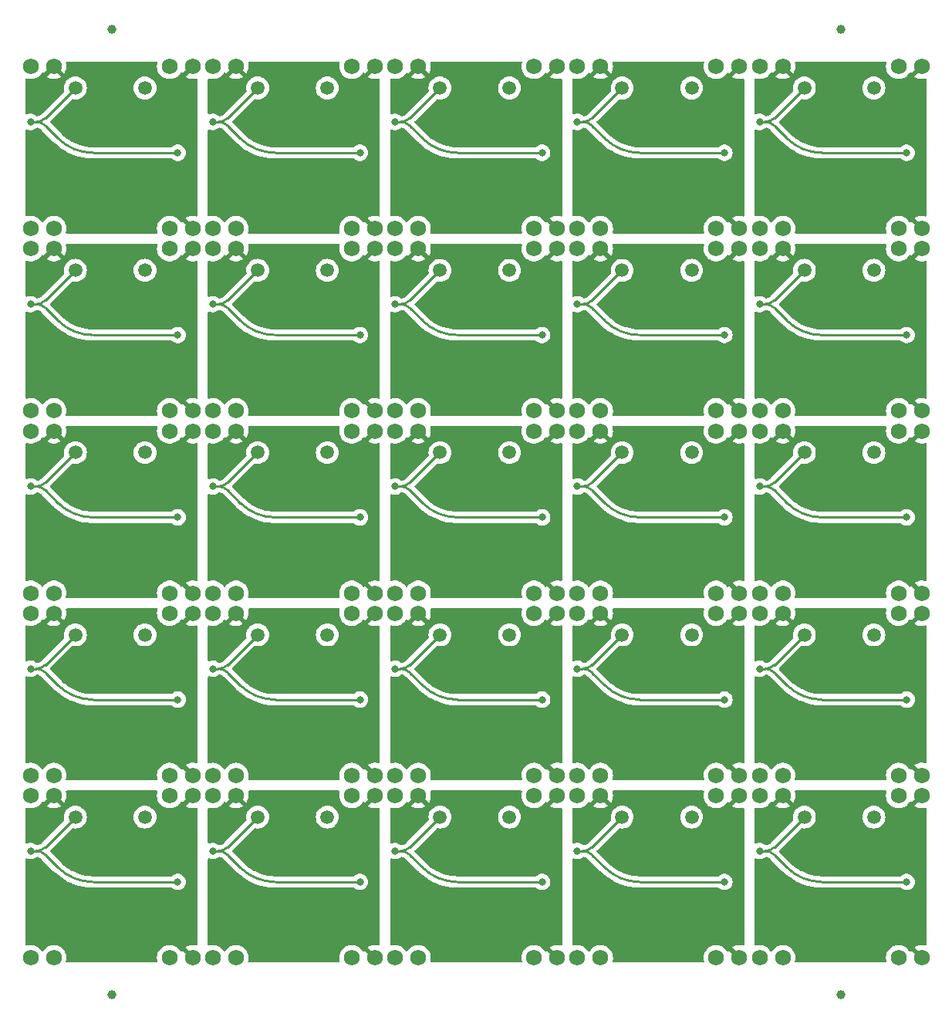
<source format=gbr>
%TF.GenerationSoftware,KiCad,Pcbnew,7.0.7*%
%TF.CreationDate,2023-09-01T19:11:28-06:00*%
%TF.ProjectId,chc-panel-1.0,6368632d-7061-46e6-956c-2d312e302e6b,1.0*%
%TF.SameCoordinates,PX558b6a0PY92dda80*%
%TF.FileFunction,Copper,L2,Bot*%
%TF.FilePolarity,Positive*%
%FSLAX46Y46*%
G04 Gerber Fmt 4.6, Leading zero omitted, Abs format (unit mm)*
G04 Created by KiCad (PCBNEW 7.0.7) date 2023-09-01 19:11:28*
%MOMM*%
%LPD*%
G01*
G04 APERTURE LIST*
%TA.AperFunction,SMDPad,CuDef*%
%ADD10C,1.000000*%
%TD*%
%TA.AperFunction,ComponentPad*%
%ADD11C,1.500000*%
%TD*%
%TA.AperFunction,ComponentPad*%
%ADD12C,1.750000*%
%TD*%
%TA.AperFunction,ViaPad*%
%ADD13C,0.800000*%
%TD*%
%TA.AperFunction,Conductor*%
%ADD14C,0.228600*%
%TD*%
G04 APERTURE END LIST*
D10*
%TO.P,REF\u002A\u002A,*%
%TO.N,*%
X10000000Y110000000D03*
%TD*%
%TO.P,REF\u002A\u002A,*%
%TO.N,*%
X90000000Y4000000D03*
%TD*%
%TO.P,REF\u002A\u002A,*%
%TO.N,*%
X10000000Y4000000D03*
%TD*%
%TO.P,REF\u002A\u002A,*%
%TO.N,*%
X90000000Y110000000D03*
%TD*%
D11*
%TO.P,TP2-12,1,1*%
%TO.N,Board_12-Net-(C1-Pad1)*%
X53655000Y63525000D03*
%TD*%
%TO.P,TP2-3,1,1*%
%TO.N,Board_3-Net-(C1-Pad1)*%
X73655000Y103525000D03*
%TD*%
D12*
%TO.P,MB1-9,1,+VBATT*%
%TO.N,Board_9-unconnected-(MB1-+VBATT-Pad1)*%
X81110000Y85890000D03*
%TO.P,MB1-9,2,GND*%
%TO.N,Board_9-GND*%
X83650000Y85890000D03*
%TO.P,MB1-9,7,+3V3*%
%TO.N,Board_9-unconnected-(MB1-+3V3-Pad7)*%
X96350000Y85890000D03*
%TO.P,MB1-9,8,GND*%
%TO.N,Board_9-GND*%
X98890000Y85890000D03*
%TO.P,MB1-9,9,CLK*%
%TO.N,Board_9-Net-(MB1-CLK)*%
X81110000Y68110000D03*
%TO.P,MB1-9,10,NC*%
%TO.N,Board_9-unconnected-(MB1-NC-Pad10)*%
X83650000Y68110000D03*
%TO.P,MB1-9,15,3V3+*%
%TO.N,Board_9-unconnected-(MB1-3V3+-Pad15)*%
X96350000Y68110000D03*
%TO.P,MB1-9,16,GND*%
%TO.N,Board_9-GND*%
X98890000Y68110000D03*
%TD*%
D11*
%TO.P,TP1-13,1,1*%
%TO.N,Board_13-Net-(MB1-CLK)*%
X66025000Y63525000D03*
%TD*%
%TO.P,TP2-10,1,1*%
%TO.N,Board_10-Net-(C1-Pad1)*%
X13655000Y63525000D03*
%TD*%
%TO.P,TP1-18,1,1*%
%TO.N,Board_18-Net-(MB1-CLK)*%
X66025000Y43525000D03*
%TD*%
%TO.P,TP2-21,1,1*%
%TO.N,Board_21-Net-(C1-Pad1)*%
X33655000Y23525000D03*
%TD*%
D12*
%TO.P,MB1-7,1,+VBATT*%
%TO.N,Board_7-unconnected-(MB1-+VBATT-Pad1)*%
X41110000Y85890000D03*
%TO.P,MB1-7,2,GND*%
%TO.N,Board_7-GND*%
X43650000Y85890000D03*
%TO.P,MB1-7,7,+3V3*%
%TO.N,Board_7-unconnected-(MB1-+3V3-Pad7)*%
X56350000Y85890000D03*
%TO.P,MB1-7,8,GND*%
%TO.N,Board_7-GND*%
X58890000Y85890000D03*
%TO.P,MB1-7,9,CLK*%
%TO.N,Board_7-Net-(MB1-CLK)*%
X41110000Y68110000D03*
%TO.P,MB1-7,10,NC*%
%TO.N,Board_7-unconnected-(MB1-NC-Pad10)*%
X43650000Y68110000D03*
%TO.P,MB1-7,15,3V3+*%
%TO.N,Board_7-unconnected-(MB1-3V3+-Pad15)*%
X56350000Y68110000D03*
%TO.P,MB1-7,16,GND*%
%TO.N,Board_7-GND*%
X58890000Y68110000D03*
%TD*%
D11*
%TO.P,TP2-8,1,1*%
%TO.N,Board_8-Net-(C1-Pad1)*%
X73655000Y83525000D03*
%TD*%
%TO.P,TP1-22,1,1*%
%TO.N,Board_22-Net-(MB1-CLK)*%
X46025000Y23525000D03*
%TD*%
%TO.P,TP1-8,1,1*%
%TO.N,Board_8-Net-(MB1-CLK)*%
X66025000Y83525000D03*
%TD*%
D12*
%TO.P,MB1-1,1,+VBATT*%
%TO.N,Board_1-unconnected-(MB1-+VBATT-Pad1)*%
X21110000Y105890000D03*
%TO.P,MB1-1,2,GND*%
%TO.N,Board_1-GND*%
X23650000Y105890000D03*
%TO.P,MB1-1,7,+3V3*%
%TO.N,Board_1-unconnected-(MB1-+3V3-Pad7)*%
X36350000Y105890000D03*
%TO.P,MB1-1,8,GND*%
%TO.N,Board_1-GND*%
X38890000Y105890000D03*
%TO.P,MB1-1,9,CLK*%
%TO.N,Board_1-Net-(MB1-CLK)*%
X21110000Y88110000D03*
%TO.P,MB1-1,10,NC*%
%TO.N,Board_1-unconnected-(MB1-NC-Pad10)*%
X23650000Y88110000D03*
%TO.P,MB1-1,15,3V3+*%
%TO.N,Board_1-unconnected-(MB1-3V3+-Pad15)*%
X36350000Y88110000D03*
%TO.P,MB1-1,16,GND*%
%TO.N,Board_1-GND*%
X38890000Y88110000D03*
%TD*%
D11*
%TO.P,TP1-17,1,1*%
%TO.N,Board_17-Net-(MB1-CLK)*%
X46025000Y43525000D03*
%TD*%
%TO.P,TP2-13,1,1*%
%TO.N,Board_13-Net-(C1-Pad1)*%
X73655000Y63525000D03*
%TD*%
%TO.P,TP1-23,1,1*%
%TO.N,Board_23-Net-(MB1-CLK)*%
X66025000Y23525000D03*
%TD*%
D12*
%TO.P,MB1-21,1,+VBATT*%
%TO.N,Board_21-unconnected-(MB1-+VBATT-Pad1)*%
X21110000Y25890000D03*
%TO.P,MB1-21,2,GND*%
%TO.N,Board_21-GND*%
X23650000Y25890000D03*
%TO.P,MB1-21,7,+3V3*%
%TO.N,Board_21-unconnected-(MB1-+3V3-Pad7)*%
X36350000Y25890000D03*
%TO.P,MB1-21,8,GND*%
%TO.N,Board_21-GND*%
X38890000Y25890000D03*
%TO.P,MB1-21,9,CLK*%
%TO.N,Board_21-Net-(MB1-CLK)*%
X21110000Y8110000D03*
%TO.P,MB1-21,10,NC*%
%TO.N,Board_21-unconnected-(MB1-NC-Pad10)*%
X23650000Y8110000D03*
%TO.P,MB1-21,15,3V3+*%
%TO.N,Board_21-unconnected-(MB1-3V3+-Pad15)*%
X36350000Y8110000D03*
%TO.P,MB1-21,16,GND*%
%TO.N,Board_21-GND*%
X38890000Y8110000D03*
%TD*%
D11*
%TO.P,TP2-0,1,1*%
%TO.N,Board_0-Net-(C1-Pad1)*%
X13655000Y103525000D03*
%TD*%
%TO.P,TP2-20,1,1*%
%TO.N,Board_20-Net-(C1-Pad1)*%
X13655000Y23525000D03*
%TD*%
D12*
%TO.P,MB1-20,1,+VBATT*%
%TO.N,Board_20-unconnected-(MB1-+VBATT-Pad1)*%
X1110000Y25890000D03*
%TO.P,MB1-20,2,GND*%
%TO.N,Board_20-GND*%
X3650000Y25890000D03*
%TO.P,MB1-20,7,+3V3*%
%TO.N,Board_20-unconnected-(MB1-+3V3-Pad7)*%
X16350000Y25890000D03*
%TO.P,MB1-20,8,GND*%
%TO.N,Board_20-GND*%
X18890000Y25890000D03*
%TO.P,MB1-20,9,CLK*%
%TO.N,Board_20-Net-(MB1-CLK)*%
X1110000Y8110000D03*
%TO.P,MB1-20,10,NC*%
%TO.N,Board_20-unconnected-(MB1-NC-Pad10)*%
X3650000Y8110000D03*
%TO.P,MB1-20,15,3V3+*%
%TO.N,Board_20-unconnected-(MB1-3V3+-Pad15)*%
X16350000Y8110000D03*
%TO.P,MB1-20,16,GND*%
%TO.N,Board_20-GND*%
X18890000Y8110000D03*
%TD*%
D11*
%TO.P,TP1-1,1,1*%
%TO.N,Board_1-Net-(MB1-CLK)*%
X26025000Y103525000D03*
%TD*%
%TO.P,TP1-7,1,1*%
%TO.N,Board_7-Net-(MB1-CLK)*%
X46025000Y83525000D03*
%TD*%
%TO.P,TP1-3,1,1*%
%TO.N,Board_3-Net-(MB1-CLK)*%
X66025000Y103525000D03*
%TD*%
%TO.P,TP2-24,1,1*%
%TO.N,Board_24-Net-(C1-Pad1)*%
X93655000Y23525000D03*
%TD*%
%TO.P,TP2-11,1,1*%
%TO.N,Board_11-Net-(C1-Pad1)*%
X33655000Y63525000D03*
%TD*%
%TO.P,TP2-6,1,1*%
%TO.N,Board_6-Net-(C1-Pad1)*%
X33655000Y83525000D03*
%TD*%
%TO.P,TP2-18,1,1*%
%TO.N,Board_18-Net-(C1-Pad1)*%
X73655000Y43525000D03*
%TD*%
%TO.P,TP2-16,1,1*%
%TO.N,Board_16-Net-(C1-Pad1)*%
X33655000Y43525000D03*
%TD*%
%TO.P,TP2-22,1,1*%
%TO.N,Board_22-Net-(C1-Pad1)*%
X53655000Y23525000D03*
%TD*%
D12*
%TO.P,MB1-17,1,+VBATT*%
%TO.N,Board_17-unconnected-(MB1-+VBATT-Pad1)*%
X41110000Y45890000D03*
%TO.P,MB1-17,2,GND*%
%TO.N,Board_17-GND*%
X43650000Y45890000D03*
%TO.P,MB1-17,7,+3V3*%
%TO.N,Board_17-unconnected-(MB1-+3V3-Pad7)*%
X56350000Y45890000D03*
%TO.P,MB1-17,8,GND*%
%TO.N,Board_17-GND*%
X58890000Y45890000D03*
%TO.P,MB1-17,9,CLK*%
%TO.N,Board_17-Net-(MB1-CLK)*%
X41110000Y28110000D03*
%TO.P,MB1-17,10,NC*%
%TO.N,Board_17-unconnected-(MB1-NC-Pad10)*%
X43650000Y28110000D03*
%TO.P,MB1-17,15,3V3+*%
%TO.N,Board_17-unconnected-(MB1-3V3+-Pad15)*%
X56350000Y28110000D03*
%TO.P,MB1-17,16,GND*%
%TO.N,Board_17-GND*%
X58890000Y28110000D03*
%TD*%
D11*
%TO.P,TP1-5,1,1*%
%TO.N,Board_5-Net-(MB1-CLK)*%
X6025000Y83525000D03*
%TD*%
%TO.P,TP1-6,1,1*%
%TO.N,Board_6-Net-(MB1-CLK)*%
X26025000Y83525000D03*
%TD*%
%TO.P,TP2-1,1,1*%
%TO.N,Board_1-Net-(C1-Pad1)*%
X33655000Y103525000D03*
%TD*%
%TO.P,TP2-14,1,1*%
%TO.N,Board_14-Net-(C1-Pad1)*%
X93655000Y63525000D03*
%TD*%
%TO.P,TP2-23,1,1*%
%TO.N,Board_23-Net-(C1-Pad1)*%
X73655000Y23525000D03*
%TD*%
%TO.P,TP2-5,1,1*%
%TO.N,Board_5-Net-(C1-Pad1)*%
X13655000Y83525000D03*
%TD*%
D12*
%TO.P,MB1-19,1,+VBATT*%
%TO.N,Board_19-unconnected-(MB1-+VBATT-Pad1)*%
X81110000Y45890000D03*
%TO.P,MB1-19,2,GND*%
%TO.N,Board_19-GND*%
X83650000Y45890000D03*
%TO.P,MB1-19,7,+3V3*%
%TO.N,Board_19-unconnected-(MB1-+3V3-Pad7)*%
X96350000Y45890000D03*
%TO.P,MB1-19,8,GND*%
%TO.N,Board_19-GND*%
X98890000Y45890000D03*
%TO.P,MB1-19,9,CLK*%
%TO.N,Board_19-Net-(MB1-CLK)*%
X81110000Y28110000D03*
%TO.P,MB1-19,10,NC*%
%TO.N,Board_19-unconnected-(MB1-NC-Pad10)*%
X83650000Y28110000D03*
%TO.P,MB1-19,15,3V3+*%
%TO.N,Board_19-unconnected-(MB1-3V3+-Pad15)*%
X96350000Y28110000D03*
%TO.P,MB1-19,16,GND*%
%TO.N,Board_19-GND*%
X98890000Y28110000D03*
%TD*%
%TO.P,MB1-12,1,+VBATT*%
%TO.N,Board_12-unconnected-(MB1-+VBATT-Pad1)*%
X41110000Y65890000D03*
%TO.P,MB1-12,2,GND*%
%TO.N,Board_12-GND*%
X43650000Y65890000D03*
%TO.P,MB1-12,7,+3V3*%
%TO.N,Board_12-unconnected-(MB1-+3V3-Pad7)*%
X56350000Y65890000D03*
%TO.P,MB1-12,8,GND*%
%TO.N,Board_12-GND*%
X58890000Y65890000D03*
%TO.P,MB1-12,9,CLK*%
%TO.N,Board_12-Net-(MB1-CLK)*%
X41110000Y48110000D03*
%TO.P,MB1-12,10,NC*%
%TO.N,Board_12-unconnected-(MB1-NC-Pad10)*%
X43650000Y48110000D03*
%TO.P,MB1-12,15,3V3+*%
%TO.N,Board_12-unconnected-(MB1-3V3+-Pad15)*%
X56350000Y48110000D03*
%TO.P,MB1-12,16,GND*%
%TO.N,Board_12-GND*%
X58890000Y48110000D03*
%TD*%
D11*
%TO.P,TP2-9,1,1*%
%TO.N,Board_9-Net-(C1-Pad1)*%
X93655000Y83525000D03*
%TD*%
%TO.P,TP1-10,1,1*%
%TO.N,Board_10-Net-(MB1-CLK)*%
X6025000Y63525000D03*
%TD*%
D12*
%TO.P,MB1-11,1,+VBATT*%
%TO.N,Board_11-unconnected-(MB1-+VBATT-Pad1)*%
X21110000Y65890000D03*
%TO.P,MB1-11,2,GND*%
%TO.N,Board_11-GND*%
X23650000Y65890000D03*
%TO.P,MB1-11,7,+3V3*%
%TO.N,Board_11-unconnected-(MB1-+3V3-Pad7)*%
X36350000Y65890000D03*
%TO.P,MB1-11,8,GND*%
%TO.N,Board_11-GND*%
X38890000Y65890000D03*
%TO.P,MB1-11,9,CLK*%
%TO.N,Board_11-Net-(MB1-CLK)*%
X21110000Y48110000D03*
%TO.P,MB1-11,10,NC*%
%TO.N,Board_11-unconnected-(MB1-NC-Pad10)*%
X23650000Y48110000D03*
%TO.P,MB1-11,15,3V3+*%
%TO.N,Board_11-unconnected-(MB1-3V3+-Pad15)*%
X36350000Y48110000D03*
%TO.P,MB1-11,16,GND*%
%TO.N,Board_11-GND*%
X38890000Y48110000D03*
%TD*%
D11*
%TO.P,TP1-0,1,1*%
%TO.N,Board_0-Net-(MB1-CLK)*%
X6025000Y103525000D03*
%TD*%
D12*
%TO.P,MB1-15,1,+VBATT*%
%TO.N,Board_15-unconnected-(MB1-+VBATT-Pad1)*%
X1110000Y45890000D03*
%TO.P,MB1-15,2,GND*%
%TO.N,Board_15-GND*%
X3650000Y45890000D03*
%TO.P,MB1-15,7,+3V3*%
%TO.N,Board_15-unconnected-(MB1-+3V3-Pad7)*%
X16350000Y45890000D03*
%TO.P,MB1-15,8,GND*%
%TO.N,Board_15-GND*%
X18890000Y45890000D03*
%TO.P,MB1-15,9,CLK*%
%TO.N,Board_15-Net-(MB1-CLK)*%
X1110000Y28110000D03*
%TO.P,MB1-15,10,NC*%
%TO.N,Board_15-unconnected-(MB1-NC-Pad10)*%
X3650000Y28110000D03*
%TO.P,MB1-15,15,3V3+*%
%TO.N,Board_15-unconnected-(MB1-3V3+-Pad15)*%
X16350000Y28110000D03*
%TO.P,MB1-15,16,GND*%
%TO.N,Board_15-GND*%
X18890000Y28110000D03*
%TD*%
D11*
%TO.P,TP1-15,1,1*%
%TO.N,Board_15-Net-(MB1-CLK)*%
X6025000Y43525000D03*
%TD*%
%TO.P,TP1-12,1,1*%
%TO.N,Board_12-Net-(MB1-CLK)*%
X46025000Y63525000D03*
%TD*%
D12*
%TO.P,MB1-10,1,+VBATT*%
%TO.N,Board_10-unconnected-(MB1-+VBATT-Pad1)*%
X1110000Y65890000D03*
%TO.P,MB1-10,2,GND*%
%TO.N,Board_10-GND*%
X3650000Y65890000D03*
%TO.P,MB1-10,7,+3V3*%
%TO.N,Board_10-unconnected-(MB1-+3V3-Pad7)*%
X16350000Y65890000D03*
%TO.P,MB1-10,8,GND*%
%TO.N,Board_10-GND*%
X18890000Y65890000D03*
%TO.P,MB1-10,9,CLK*%
%TO.N,Board_10-Net-(MB1-CLK)*%
X1110000Y48110000D03*
%TO.P,MB1-10,10,NC*%
%TO.N,Board_10-unconnected-(MB1-NC-Pad10)*%
X3650000Y48110000D03*
%TO.P,MB1-10,15,3V3+*%
%TO.N,Board_10-unconnected-(MB1-3V3+-Pad15)*%
X16350000Y48110000D03*
%TO.P,MB1-10,16,GND*%
%TO.N,Board_10-GND*%
X18890000Y48110000D03*
%TD*%
D11*
%TO.P,TP1-14,1,1*%
%TO.N,Board_14-Net-(MB1-CLK)*%
X86025000Y63525000D03*
%TD*%
D12*
%TO.P,MB1-24,1,+VBATT*%
%TO.N,Board_24-unconnected-(MB1-+VBATT-Pad1)*%
X81110000Y25890000D03*
%TO.P,MB1-24,2,GND*%
%TO.N,Board_24-GND*%
X83650000Y25890000D03*
%TO.P,MB1-24,7,+3V3*%
%TO.N,Board_24-unconnected-(MB1-+3V3-Pad7)*%
X96350000Y25890000D03*
%TO.P,MB1-24,8,GND*%
%TO.N,Board_24-GND*%
X98890000Y25890000D03*
%TO.P,MB1-24,9,CLK*%
%TO.N,Board_24-Net-(MB1-CLK)*%
X81110000Y8110000D03*
%TO.P,MB1-24,10,NC*%
%TO.N,Board_24-unconnected-(MB1-NC-Pad10)*%
X83650000Y8110000D03*
%TO.P,MB1-24,15,3V3+*%
%TO.N,Board_24-unconnected-(MB1-3V3+-Pad15)*%
X96350000Y8110000D03*
%TO.P,MB1-24,16,GND*%
%TO.N,Board_24-GND*%
X98890000Y8110000D03*
%TD*%
%TO.P,MB1-6,1,+VBATT*%
%TO.N,Board_6-unconnected-(MB1-+VBATT-Pad1)*%
X21110000Y85890000D03*
%TO.P,MB1-6,2,GND*%
%TO.N,Board_6-GND*%
X23650000Y85890000D03*
%TO.P,MB1-6,7,+3V3*%
%TO.N,Board_6-unconnected-(MB1-+3V3-Pad7)*%
X36350000Y85890000D03*
%TO.P,MB1-6,8,GND*%
%TO.N,Board_6-GND*%
X38890000Y85890000D03*
%TO.P,MB1-6,9,CLK*%
%TO.N,Board_6-Net-(MB1-CLK)*%
X21110000Y68110000D03*
%TO.P,MB1-6,10,NC*%
%TO.N,Board_6-unconnected-(MB1-NC-Pad10)*%
X23650000Y68110000D03*
%TO.P,MB1-6,15,3V3+*%
%TO.N,Board_6-unconnected-(MB1-3V3+-Pad15)*%
X36350000Y68110000D03*
%TO.P,MB1-6,16,GND*%
%TO.N,Board_6-GND*%
X38890000Y68110000D03*
%TD*%
D11*
%TO.P,TP2-7,1,1*%
%TO.N,Board_7-Net-(C1-Pad1)*%
X53655000Y83525000D03*
%TD*%
D12*
%TO.P,MB1-3,1,+VBATT*%
%TO.N,Board_3-unconnected-(MB1-+VBATT-Pad1)*%
X61110000Y105890000D03*
%TO.P,MB1-3,2,GND*%
%TO.N,Board_3-GND*%
X63650000Y105890000D03*
%TO.P,MB1-3,7,+3V3*%
%TO.N,Board_3-unconnected-(MB1-+3V3-Pad7)*%
X76350000Y105890000D03*
%TO.P,MB1-3,8,GND*%
%TO.N,Board_3-GND*%
X78890000Y105890000D03*
%TO.P,MB1-3,9,CLK*%
%TO.N,Board_3-Net-(MB1-CLK)*%
X61110000Y88110000D03*
%TO.P,MB1-3,10,NC*%
%TO.N,Board_3-unconnected-(MB1-NC-Pad10)*%
X63650000Y88110000D03*
%TO.P,MB1-3,15,3V3+*%
%TO.N,Board_3-unconnected-(MB1-3V3+-Pad15)*%
X76350000Y88110000D03*
%TO.P,MB1-3,16,GND*%
%TO.N,Board_3-GND*%
X78890000Y88110000D03*
%TD*%
D11*
%TO.P,TP1-21,1,1*%
%TO.N,Board_21-Net-(MB1-CLK)*%
X26025000Y23525000D03*
%TD*%
%TO.P,TP2-15,1,1*%
%TO.N,Board_15-Net-(C1-Pad1)*%
X13655000Y43525000D03*
%TD*%
%TO.P,TP1-4,1,1*%
%TO.N,Board_4-Net-(MB1-CLK)*%
X86025000Y103525000D03*
%TD*%
D12*
%TO.P,MB1-16,1,+VBATT*%
%TO.N,Board_16-unconnected-(MB1-+VBATT-Pad1)*%
X21110000Y45890000D03*
%TO.P,MB1-16,2,GND*%
%TO.N,Board_16-GND*%
X23650000Y45890000D03*
%TO.P,MB1-16,7,+3V3*%
%TO.N,Board_16-unconnected-(MB1-+3V3-Pad7)*%
X36350000Y45890000D03*
%TO.P,MB1-16,8,GND*%
%TO.N,Board_16-GND*%
X38890000Y45890000D03*
%TO.P,MB1-16,9,CLK*%
%TO.N,Board_16-Net-(MB1-CLK)*%
X21110000Y28110000D03*
%TO.P,MB1-16,10,NC*%
%TO.N,Board_16-unconnected-(MB1-NC-Pad10)*%
X23650000Y28110000D03*
%TO.P,MB1-16,15,3V3+*%
%TO.N,Board_16-unconnected-(MB1-3V3+-Pad15)*%
X36350000Y28110000D03*
%TO.P,MB1-16,16,GND*%
%TO.N,Board_16-GND*%
X38890000Y28110000D03*
%TD*%
%TO.P,MB1-5,1,+VBATT*%
%TO.N,Board_5-unconnected-(MB1-+VBATT-Pad1)*%
X1110000Y85890000D03*
%TO.P,MB1-5,2,GND*%
%TO.N,Board_5-GND*%
X3650000Y85890000D03*
%TO.P,MB1-5,7,+3V3*%
%TO.N,Board_5-unconnected-(MB1-+3V3-Pad7)*%
X16350000Y85890000D03*
%TO.P,MB1-5,8,GND*%
%TO.N,Board_5-GND*%
X18890000Y85890000D03*
%TO.P,MB1-5,9,CLK*%
%TO.N,Board_5-Net-(MB1-CLK)*%
X1110000Y68110000D03*
%TO.P,MB1-5,10,NC*%
%TO.N,Board_5-unconnected-(MB1-NC-Pad10)*%
X3650000Y68110000D03*
%TO.P,MB1-5,15,3V3+*%
%TO.N,Board_5-unconnected-(MB1-3V3+-Pad15)*%
X16350000Y68110000D03*
%TO.P,MB1-5,16,GND*%
%TO.N,Board_5-GND*%
X18890000Y68110000D03*
%TD*%
%TO.P,MB1-0,1,+VBATT*%
%TO.N,Board_0-unconnected-(MB1-+VBATT-Pad1)*%
X1110000Y105890000D03*
%TO.P,MB1-0,2,GND*%
%TO.N,Board_0-GND*%
X3650000Y105890000D03*
%TO.P,MB1-0,7,+3V3*%
%TO.N,Board_0-unconnected-(MB1-+3V3-Pad7)*%
X16350000Y105890000D03*
%TO.P,MB1-0,8,GND*%
%TO.N,Board_0-GND*%
X18890000Y105890000D03*
%TO.P,MB1-0,9,CLK*%
%TO.N,Board_0-Net-(MB1-CLK)*%
X1110000Y88110000D03*
%TO.P,MB1-0,10,NC*%
%TO.N,Board_0-unconnected-(MB1-NC-Pad10)*%
X3650000Y88110000D03*
%TO.P,MB1-0,15,3V3+*%
%TO.N,Board_0-unconnected-(MB1-3V3+-Pad15)*%
X16350000Y88110000D03*
%TO.P,MB1-0,16,GND*%
%TO.N,Board_0-GND*%
X18890000Y88110000D03*
%TD*%
D11*
%TO.P,TP1-2,1,1*%
%TO.N,Board_2-Net-(MB1-CLK)*%
X46025000Y103525000D03*
%TD*%
%TO.P,TP1-20,1,1*%
%TO.N,Board_20-Net-(MB1-CLK)*%
X6025000Y23525000D03*
%TD*%
%TO.P,TP2-17,1,1*%
%TO.N,Board_17-Net-(C1-Pad1)*%
X53655000Y43525000D03*
%TD*%
D12*
%TO.P,MB1-4,1,+VBATT*%
%TO.N,Board_4-unconnected-(MB1-+VBATT-Pad1)*%
X81110000Y105890000D03*
%TO.P,MB1-4,2,GND*%
%TO.N,Board_4-GND*%
X83650000Y105890000D03*
%TO.P,MB1-4,7,+3V3*%
%TO.N,Board_4-unconnected-(MB1-+3V3-Pad7)*%
X96350000Y105890000D03*
%TO.P,MB1-4,8,GND*%
%TO.N,Board_4-GND*%
X98890000Y105890000D03*
%TO.P,MB1-4,9,CLK*%
%TO.N,Board_4-Net-(MB1-CLK)*%
X81110000Y88110000D03*
%TO.P,MB1-4,10,NC*%
%TO.N,Board_4-unconnected-(MB1-NC-Pad10)*%
X83650000Y88110000D03*
%TO.P,MB1-4,15,3V3+*%
%TO.N,Board_4-unconnected-(MB1-3V3+-Pad15)*%
X96350000Y88110000D03*
%TO.P,MB1-4,16,GND*%
%TO.N,Board_4-GND*%
X98890000Y88110000D03*
%TD*%
%TO.P,MB1-14,1,+VBATT*%
%TO.N,Board_14-unconnected-(MB1-+VBATT-Pad1)*%
X81110000Y65890000D03*
%TO.P,MB1-14,2,GND*%
%TO.N,Board_14-GND*%
X83650000Y65890000D03*
%TO.P,MB1-14,7,+3V3*%
%TO.N,Board_14-unconnected-(MB1-+3V3-Pad7)*%
X96350000Y65890000D03*
%TO.P,MB1-14,8,GND*%
%TO.N,Board_14-GND*%
X98890000Y65890000D03*
%TO.P,MB1-14,9,CLK*%
%TO.N,Board_14-Net-(MB1-CLK)*%
X81110000Y48110000D03*
%TO.P,MB1-14,10,NC*%
%TO.N,Board_14-unconnected-(MB1-NC-Pad10)*%
X83650000Y48110000D03*
%TO.P,MB1-14,15,3V3+*%
%TO.N,Board_14-unconnected-(MB1-3V3+-Pad15)*%
X96350000Y48110000D03*
%TO.P,MB1-14,16,GND*%
%TO.N,Board_14-GND*%
X98890000Y48110000D03*
%TD*%
%TO.P,MB1-18,1,+VBATT*%
%TO.N,Board_18-unconnected-(MB1-+VBATT-Pad1)*%
X61110000Y45890000D03*
%TO.P,MB1-18,2,GND*%
%TO.N,Board_18-GND*%
X63650000Y45890000D03*
%TO.P,MB1-18,7,+3V3*%
%TO.N,Board_18-unconnected-(MB1-+3V3-Pad7)*%
X76350000Y45890000D03*
%TO.P,MB1-18,8,GND*%
%TO.N,Board_18-GND*%
X78890000Y45890000D03*
%TO.P,MB1-18,9,CLK*%
%TO.N,Board_18-Net-(MB1-CLK)*%
X61110000Y28110000D03*
%TO.P,MB1-18,10,NC*%
%TO.N,Board_18-unconnected-(MB1-NC-Pad10)*%
X63650000Y28110000D03*
%TO.P,MB1-18,15,3V3+*%
%TO.N,Board_18-unconnected-(MB1-3V3+-Pad15)*%
X76350000Y28110000D03*
%TO.P,MB1-18,16,GND*%
%TO.N,Board_18-GND*%
X78890000Y28110000D03*
%TD*%
D11*
%TO.P,TP2-2,1,1*%
%TO.N,Board_2-Net-(C1-Pad1)*%
X53655000Y103525000D03*
%TD*%
%TO.P,TP1-16,1,1*%
%TO.N,Board_16-Net-(MB1-CLK)*%
X26025000Y43525000D03*
%TD*%
%TO.P,TP1-19,1,1*%
%TO.N,Board_19-Net-(MB1-CLK)*%
X86025000Y43525000D03*
%TD*%
%TO.P,TP1-9,1,1*%
%TO.N,Board_9-Net-(MB1-CLK)*%
X86025000Y83525000D03*
%TD*%
D12*
%TO.P,MB1-23,1,+VBATT*%
%TO.N,Board_23-unconnected-(MB1-+VBATT-Pad1)*%
X61110000Y25890000D03*
%TO.P,MB1-23,2,GND*%
%TO.N,Board_23-GND*%
X63650000Y25890000D03*
%TO.P,MB1-23,7,+3V3*%
%TO.N,Board_23-unconnected-(MB1-+3V3-Pad7)*%
X76350000Y25890000D03*
%TO.P,MB1-23,8,GND*%
%TO.N,Board_23-GND*%
X78890000Y25890000D03*
%TO.P,MB1-23,9,CLK*%
%TO.N,Board_23-Net-(MB1-CLK)*%
X61110000Y8110000D03*
%TO.P,MB1-23,10,NC*%
%TO.N,Board_23-unconnected-(MB1-NC-Pad10)*%
X63650000Y8110000D03*
%TO.P,MB1-23,15,3V3+*%
%TO.N,Board_23-unconnected-(MB1-3V3+-Pad15)*%
X76350000Y8110000D03*
%TO.P,MB1-23,16,GND*%
%TO.N,Board_23-GND*%
X78890000Y8110000D03*
%TD*%
D11*
%TO.P,TP2-19,1,1*%
%TO.N,Board_19-Net-(C1-Pad1)*%
X93655000Y43525000D03*
%TD*%
%TO.P,TP2-4,1,1*%
%TO.N,Board_4-Net-(C1-Pad1)*%
X93655000Y103525000D03*
%TD*%
%TO.P,TP1-11,1,1*%
%TO.N,Board_11-Net-(MB1-CLK)*%
X26025000Y63525000D03*
%TD*%
D12*
%TO.P,MB1-8,1,+VBATT*%
%TO.N,Board_8-unconnected-(MB1-+VBATT-Pad1)*%
X61110000Y85890000D03*
%TO.P,MB1-8,2,GND*%
%TO.N,Board_8-GND*%
X63650000Y85890000D03*
%TO.P,MB1-8,7,+3V3*%
%TO.N,Board_8-unconnected-(MB1-+3V3-Pad7)*%
X76350000Y85890000D03*
%TO.P,MB1-8,8,GND*%
%TO.N,Board_8-GND*%
X78890000Y85890000D03*
%TO.P,MB1-8,9,CLK*%
%TO.N,Board_8-Net-(MB1-CLK)*%
X61110000Y68110000D03*
%TO.P,MB1-8,10,NC*%
%TO.N,Board_8-unconnected-(MB1-NC-Pad10)*%
X63650000Y68110000D03*
%TO.P,MB1-8,15,3V3+*%
%TO.N,Board_8-unconnected-(MB1-3V3+-Pad15)*%
X76350000Y68110000D03*
%TO.P,MB1-8,16,GND*%
%TO.N,Board_8-GND*%
X78890000Y68110000D03*
%TD*%
%TO.P,MB1-2,1,+VBATT*%
%TO.N,Board_2-unconnected-(MB1-+VBATT-Pad1)*%
X41110000Y105890000D03*
%TO.P,MB1-2,2,GND*%
%TO.N,Board_2-GND*%
X43650000Y105890000D03*
%TO.P,MB1-2,7,+3V3*%
%TO.N,Board_2-unconnected-(MB1-+3V3-Pad7)*%
X56350000Y105890000D03*
%TO.P,MB1-2,8,GND*%
%TO.N,Board_2-GND*%
X58890000Y105890000D03*
%TO.P,MB1-2,9,CLK*%
%TO.N,Board_2-Net-(MB1-CLK)*%
X41110000Y88110000D03*
%TO.P,MB1-2,10,NC*%
%TO.N,Board_2-unconnected-(MB1-NC-Pad10)*%
X43650000Y88110000D03*
%TO.P,MB1-2,15,3V3+*%
%TO.N,Board_2-unconnected-(MB1-3V3+-Pad15)*%
X56350000Y88110000D03*
%TO.P,MB1-2,16,GND*%
%TO.N,Board_2-GND*%
X58890000Y88110000D03*
%TD*%
%TO.P,MB1-13,1,+VBATT*%
%TO.N,Board_13-unconnected-(MB1-+VBATT-Pad1)*%
X61110000Y65890000D03*
%TO.P,MB1-13,2,GND*%
%TO.N,Board_13-GND*%
X63650000Y65890000D03*
%TO.P,MB1-13,7,+3V3*%
%TO.N,Board_13-unconnected-(MB1-+3V3-Pad7)*%
X76350000Y65890000D03*
%TO.P,MB1-13,8,GND*%
%TO.N,Board_13-GND*%
X78890000Y65890000D03*
%TO.P,MB1-13,9,CLK*%
%TO.N,Board_13-Net-(MB1-CLK)*%
X61110000Y48110000D03*
%TO.P,MB1-13,10,NC*%
%TO.N,Board_13-unconnected-(MB1-NC-Pad10)*%
X63650000Y48110000D03*
%TO.P,MB1-13,15,3V3+*%
%TO.N,Board_13-unconnected-(MB1-3V3+-Pad15)*%
X76350000Y48110000D03*
%TO.P,MB1-13,16,GND*%
%TO.N,Board_13-GND*%
X78890000Y48110000D03*
%TD*%
%TO.P,MB1-22,1,+VBATT*%
%TO.N,Board_22-unconnected-(MB1-+VBATT-Pad1)*%
X41110000Y25890000D03*
%TO.P,MB1-22,2,GND*%
%TO.N,Board_22-GND*%
X43650000Y25890000D03*
%TO.P,MB1-22,7,+3V3*%
%TO.N,Board_22-unconnected-(MB1-+3V3-Pad7)*%
X56350000Y25890000D03*
%TO.P,MB1-22,8,GND*%
%TO.N,Board_22-GND*%
X58890000Y25890000D03*
%TO.P,MB1-22,9,CLK*%
%TO.N,Board_22-Net-(MB1-CLK)*%
X41110000Y8110000D03*
%TO.P,MB1-22,10,NC*%
%TO.N,Board_22-unconnected-(MB1-NC-Pad10)*%
X43650000Y8110000D03*
%TO.P,MB1-22,15,3V3+*%
%TO.N,Board_22-unconnected-(MB1-3V3+-Pad15)*%
X56350000Y8110000D03*
%TO.P,MB1-22,16,GND*%
%TO.N,Board_22-GND*%
X58890000Y8110000D03*
%TD*%
D11*
%TO.P,TP1-24,1,1*%
%TO.N,Board_24-Net-(MB1-CLK)*%
X86025000Y23525000D03*
%TD*%
D13*
%TO.N,Board_24-Net-(MB1-CLK)*%
X81110000Y19805000D03*
X97245000Y16415000D03*
%TO.N,Board_23-Net-(MB1-CLK)*%
X61110000Y19805000D03*
X77245000Y16415000D03*
%TO.N,Board_22-Net-(MB1-CLK)*%
X41110000Y19805000D03*
X57245000Y16415000D03*
%TO.N,Board_21-Net-(MB1-CLK)*%
X37245000Y16415000D03*
X21110000Y19805000D03*
%TO.N,Board_20-Net-(MB1-CLK)*%
X17245000Y16415000D03*
X1110000Y19805000D03*
%TO.N,Board_19-Net-(MB1-CLK)*%
X81110000Y39805000D03*
X97245000Y36415000D03*
%TO.N,Board_18-Net-(MB1-CLK)*%
X61110000Y39805000D03*
X77245000Y36415000D03*
%TO.N,Board_17-Net-(MB1-CLK)*%
X41110000Y39805000D03*
X57245000Y36415000D03*
%TO.N,Board_16-Net-(MB1-CLK)*%
X37245000Y36415000D03*
X21110000Y39805000D03*
%TO.N,Board_15-Net-(MB1-CLK)*%
X1110000Y39805000D03*
X17245000Y36415000D03*
%TO.N,Board_14-Net-(MB1-CLK)*%
X81110000Y59805000D03*
X97245000Y56415000D03*
%TO.N,Board_13-Net-(MB1-CLK)*%
X61110000Y59805000D03*
X77245000Y56415000D03*
%TO.N,Board_12-Net-(MB1-CLK)*%
X41110000Y59805000D03*
X57245000Y56415000D03*
%TO.N,Board_11-Net-(MB1-CLK)*%
X37245000Y56415000D03*
X21110000Y59805000D03*
%TO.N,Board_10-Net-(MB1-CLK)*%
X17245000Y56415000D03*
X1110000Y59805000D03*
%TO.N,Board_9-Net-(MB1-CLK)*%
X81110000Y79805000D03*
X97245000Y76415000D03*
%TO.N,Board_8-Net-(MB1-CLK)*%
X77245000Y76415000D03*
X61110000Y79805000D03*
%TO.N,Board_7-Net-(MB1-CLK)*%
X57245000Y76415000D03*
X41110000Y79805000D03*
%TO.N,Board_6-Net-(MB1-CLK)*%
X37245000Y76415000D03*
X21110000Y79805000D03*
%TO.N,Board_5-Net-(MB1-CLK)*%
X1110000Y79805000D03*
X17245000Y76415000D03*
%TO.N,Board_4-Net-(MB1-CLK)*%
X81110000Y99805000D03*
X97245000Y96415000D03*
%TO.N,Board_3-Net-(MB1-CLK)*%
X61110000Y99805000D03*
X77245000Y96415000D03*
%TO.N,Board_2-Net-(MB1-CLK)*%
X57245000Y96415000D03*
X41110000Y99805000D03*
%TO.N,Board_1-Net-(MB1-CLK)*%
X21110000Y99805000D03*
X37245000Y96415000D03*
%TO.N,Board_0-Net-(MB1-CLK)*%
X17245000Y96415000D03*
X1110000Y99805000D03*
%TD*%
D14*
%TO.N,Board_24-Net-(MB1-CLK)*%
X82727498Y19382506D02*
G75*
G03*
X81707500Y19805000I-1019998J-1020006D01*
G01*
X84101215Y18008801D02*
G75*
G03*
X87948963Y16415000I3847785J3847799D01*
G01*
X81707500Y19805003D02*
G75*
G03*
X82727496Y20227497I0J1442497D01*
G01*
X82727496Y19382504D02*
X84101207Y18008793D01*
X97245000Y16415000D02*
X87948963Y16415000D01*
X82727496Y20227497D02*
X86025000Y23525000D01*
X81707500Y19805000D02*
X81110000Y19805000D01*
%TO.N,Board_23-Net-(MB1-CLK)*%
X61707500Y19805003D02*
G75*
G03*
X62727496Y20227497I0J1442497D01*
G01*
X64101215Y18008801D02*
G75*
G03*
X67948963Y16415000I3847785J3847799D01*
G01*
X62727498Y19382506D02*
G75*
G03*
X61707500Y19805000I-1019998J-1020006D01*
G01*
X62727496Y19382504D02*
X64101207Y18008793D01*
X62727496Y20227497D02*
X66025000Y23525000D01*
X77245000Y16415000D02*
X67948963Y16415000D01*
X61707500Y19805000D02*
X61110000Y19805000D01*
%TO.N,Board_22-Net-(MB1-CLK)*%
X41707500Y19805003D02*
G75*
G03*
X42727496Y20227497I0J1442497D01*
G01*
X44101215Y18008801D02*
G75*
G03*
X47948963Y16415000I3847785J3847799D01*
G01*
X42727498Y19382506D02*
G75*
G03*
X41707500Y19805000I-1019998J-1020006D01*
G01*
X57245000Y16415000D02*
X47948963Y16415000D01*
X41707500Y19805000D02*
X41110000Y19805000D01*
X42727496Y19382504D02*
X44101207Y18008793D01*
X42727496Y20227497D02*
X46025000Y23525000D01*
%TO.N,Board_21-Net-(MB1-CLK)*%
X24101215Y18008801D02*
G75*
G03*
X27948963Y16415000I3847785J3847799D01*
G01*
X22727498Y19382506D02*
G75*
G03*
X21707500Y19805000I-1019998J-1020006D01*
G01*
X21707500Y19805003D02*
G75*
G03*
X22727496Y20227497I0J1442497D01*
G01*
X21707500Y19805000D02*
X21110000Y19805000D01*
X22727496Y19382504D02*
X24101207Y18008793D01*
X22727496Y20227497D02*
X26025000Y23525000D01*
X37245000Y16415000D02*
X27948963Y16415000D01*
%TO.N,Board_20-Net-(MB1-CLK)*%
X4101215Y18008801D02*
G75*
G03*
X7948963Y16415000I3847785J3847799D01*
G01*
X1707500Y19805003D02*
G75*
G03*
X2727496Y20227497I0J1442497D01*
G01*
X2727498Y19382506D02*
G75*
G03*
X1707500Y19805000I-1019998J-1020006D01*
G01*
X1707500Y19805000D02*
X1110000Y19805000D01*
X2727496Y20227497D02*
X6025000Y23525000D01*
X2727496Y19382504D02*
X4101207Y18008793D01*
X17245000Y16415000D02*
X7948963Y16415000D01*
%TO.N,Board_19-Net-(MB1-CLK)*%
X81707500Y39805003D02*
G75*
G03*
X82727496Y40227497I0J1442497D01*
G01*
X82727498Y39382506D02*
G75*
G03*
X81707500Y39805000I-1019998J-1020006D01*
G01*
X84101215Y38008801D02*
G75*
G03*
X87948963Y36415000I3847785J3847799D01*
G01*
X81707500Y39805000D02*
X81110000Y39805000D01*
X82727496Y40227497D02*
X86025000Y43525000D01*
X82727496Y39382504D02*
X84101207Y38008793D01*
X97245000Y36415000D02*
X87948963Y36415000D01*
%TO.N,Board_18-Net-(MB1-CLK)*%
X64101215Y38008801D02*
G75*
G03*
X67948963Y36415000I3847785J3847799D01*
G01*
X62727498Y39382506D02*
G75*
G03*
X61707500Y39805000I-1019998J-1020006D01*
G01*
X61707500Y39805003D02*
G75*
G03*
X62727496Y40227497I0J1442497D01*
G01*
X62727496Y39382504D02*
X64101207Y38008793D01*
X61707500Y39805000D02*
X61110000Y39805000D01*
X62727496Y40227497D02*
X66025000Y43525000D01*
X77245000Y36415000D02*
X67948963Y36415000D01*
%TO.N,Board_17-Net-(MB1-CLK)*%
X41707500Y39805003D02*
G75*
G03*
X42727496Y40227497I0J1442497D01*
G01*
X42727498Y39382506D02*
G75*
G03*
X41707500Y39805000I-1019998J-1020006D01*
G01*
X44101215Y38008801D02*
G75*
G03*
X47948963Y36415000I3847785J3847799D01*
G01*
X42727496Y39382504D02*
X44101207Y38008793D01*
X57245000Y36415000D02*
X47948963Y36415000D01*
X41707500Y39805000D02*
X41110000Y39805000D01*
X42727496Y40227497D02*
X46025000Y43525000D01*
%TO.N,Board_16-Net-(MB1-CLK)*%
X22727498Y39382506D02*
G75*
G03*
X21707500Y39805000I-1019998J-1020006D01*
G01*
X24101215Y38008801D02*
G75*
G03*
X27948963Y36415000I3847785J3847799D01*
G01*
X21707500Y39805003D02*
G75*
G03*
X22727496Y40227497I0J1442497D01*
G01*
X22727496Y40227497D02*
X26025000Y43525000D01*
X37245000Y36415000D02*
X27948963Y36415000D01*
X22727496Y39382504D02*
X24101207Y38008793D01*
X21707500Y39805000D02*
X21110000Y39805000D01*
%TO.N,Board_15-Net-(MB1-CLK)*%
X2727498Y39382506D02*
G75*
G03*
X1707500Y39805000I-1019998J-1020006D01*
G01*
X4101215Y38008801D02*
G75*
G03*
X7948963Y36415000I3847785J3847799D01*
G01*
X1707500Y39805003D02*
G75*
G03*
X2727496Y40227497I0J1442497D01*
G01*
X2727496Y39382504D02*
X4101207Y38008793D01*
X1707500Y39805000D02*
X1110000Y39805000D01*
X17245000Y36415000D02*
X7948963Y36415000D01*
X2727496Y40227497D02*
X6025000Y43525000D01*
%TO.N,Board_14-Net-(MB1-CLK)*%
X82727498Y59382506D02*
G75*
G03*
X81707500Y59805000I-1019998J-1020006D01*
G01*
X81707500Y59805003D02*
G75*
G03*
X82727496Y60227497I0J1442497D01*
G01*
X84101215Y58008801D02*
G75*
G03*
X87948963Y56415000I3847785J3847799D01*
G01*
X82727496Y59382504D02*
X84101207Y58008793D01*
X82727496Y60227497D02*
X86025000Y63525000D01*
X97245000Y56415000D02*
X87948963Y56415000D01*
X81707500Y59805000D02*
X81110000Y59805000D01*
%TO.N,Board_13-Net-(MB1-CLK)*%
X62727498Y59382506D02*
G75*
G03*
X61707500Y59805000I-1019998J-1020006D01*
G01*
X64101215Y58008801D02*
G75*
G03*
X67948963Y56415000I3847785J3847799D01*
G01*
X61707500Y59805003D02*
G75*
G03*
X62727496Y60227497I0J1442497D01*
G01*
X77245000Y56415000D02*
X67948963Y56415000D01*
X61707500Y59805000D02*
X61110000Y59805000D01*
X62727496Y60227497D02*
X66025000Y63525000D01*
X62727496Y59382504D02*
X64101207Y58008793D01*
%TO.N,Board_12-Net-(MB1-CLK)*%
X44101215Y58008801D02*
G75*
G03*
X47948963Y56415000I3847785J3847799D01*
G01*
X41707500Y59805003D02*
G75*
G03*
X42727496Y60227497I0J1442497D01*
G01*
X42727498Y59382506D02*
G75*
G03*
X41707500Y59805000I-1019998J-1020006D01*
G01*
X42727496Y59382504D02*
X44101207Y58008793D01*
X42727496Y60227497D02*
X46025000Y63525000D01*
X57245000Y56415000D02*
X47948963Y56415000D01*
X41707500Y59805000D02*
X41110000Y59805000D01*
%TO.N,Board_11-Net-(MB1-CLK)*%
X21707500Y59805003D02*
G75*
G03*
X22727496Y60227497I0J1442497D01*
G01*
X22727498Y59382506D02*
G75*
G03*
X21707500Y59805000I-1019998J-1020006D01*
G01*
X24101215Y58008801D02*
G75*
G03*
X27948963Y56415000I3847785J3847799D01*
G01*
X21707500Y59805000D02*
X21110000Y59805000D01*
X22727496Y60227497D02*
X26025000Y63525000D01*
X37245000Y56415000D02*
X27948963Y56415000D01*
X22727496Y59382504D02*
X24101207Y58008793D01*
%TO.N,Board_10-Net-(MB1-CLK)*%
X2727498Y59382506D02*
G75*
G03*
X1707500Y59805000I-1019998J-1020006D01*
G01*
X1707500Y59805003D02*
G75*
G03*
X2727496Y60227497I0J1442497D01*
G01*
X4101215Y58008801D02*
G75*
G03*
X7948963Y56415000I3847785J3847799D01*
G01*
X2727496Y59382504D02*
X4101207Y58008793D01*
X17245000Y56415000D02*
X7948963Y56415000D01*
X1707500Y59805000D02*
X1110000Y59805000D01*
X2727496Y60227497D02*
X6025000Y63525000D01*
%TO.N,Board_9-Net-(MB1-CLK)*%
X82727498Y79382506D02*
G75*
G03*
X81707500Y79805000I-1019998J-1020006D01*
G01*
X81707500Y79805003D02*
G75*
G03*
X82727496Y80227497I0J1442497D01*
G01*
X84101215Y78008801D02*
G75*
G03*
X87948963Y76415000I3847785J3847799D01*
G01*
X81707500Y79805000D02*
X81110000Y79805000D01*
X82727496Y80227497D02*
X86025000Y83525000D01*
X82727496Y79382504D02*
X84101207Y78008793D01*
X97245000Y76415000D02*
X87948963Y76415000D01*
%TO.N,Board_8-Net-(MB1-CLK)*%
X64101215Y78008801D02*
G75*
G03*
X67948963Y76415000I3847785J3847799D01*
G01*
X61707500Y79805003D02*
G75*
G03*
X62727496Y80227497I0J1442497D01*
G01*
X62727498Y79382506D02*
G75*
G03*
X61707500Y79805000I-1019998J-1020006D01*
G01*
X62727496Y80227497D02*
X66025000Y83525000D01*
X61707500Y79805000D02*
X61110000Y79805000D01*
X62727496Y79382504D02*
X64101207Y78008793D01*
X77245000Y76415000D02*
X67948963Y76415000D01*
%TO.N,Board_7-Net-(MB1-CLK)*%
X44101215Y78008801D02*
G75*
G03*
X47948963Y76415000I3847785J3847799D01*
G01*
X42727498Y79382506D02*
G75*
G03*
X41707500Y79805000I-1019998J-1020006D01*
G01*
X41707500Y79805003D02*
G75*
G03*
X42727496Y80227497I0J1442497D01*
G01*
X41707500Y79805000D02*
X41110000Y79805000D01*
X42727496Y79382504D02*
X44101207Y78008793D01*
X42727496Y80227497D02*
X46025000Y83525000D01*
X57245000Y76415000D02*
X47948963Y76415000D01*
%TO.N,Board_6-Net-(MB1-CLK)*%
X22727498Y79382506D02*
G75*
G03*
X21707500Y79805000I-1019998J-1020006D01*
G01*
X24101215Y78008801D02*
G75*
G03*
X27948963Y76415000I3847785J3847799D01*
G01*
X21707500Y79805003D02*
G75*
G03*
X22727496Y80227497I0J1442497D01*
G01*
X22727496Y80227497D02*
X26025000Y83525000D01*
X21707500Y79805000D02*
X21110000Y79805000D01*
X37245000Y76415000D02*
X27948963Y76415000D01*
X22727496Y79382504D02*
X24101207Y78008793D01*
%TO.N,Board_5-Net-(MB1-CLK)*%
X1707500Y79805003D02*
G75*
G03*
X2727496Y80227497I0J1442497D01*
G01*
X2727498Y79382506D02*
G75*
G03*
X1707500Y79805000I-1019998J-1020006D01*
G01*
X4101215Y78008801D02*
G75*
G03*
X7948963Y76415000I3847785J3847799D01*
G01*
X17245000Y76415000D02*
X7948963Y76415000D01*
X1707500Y79805000D02*
X1110000Y79805000D01*
X2727496Y80227497D02*
X6025000Y83525000D01*
X2727496Y79382504D02*
X4101207Y78008793D01*
%TO.N,Board_4-Net-(MB1-CLK)*%
X82727498Y99382506D02*
G75*
G03*
X81707500Y99805000I-1019998J-1020006D01*
G01*
X81707500Y99805003D02*
G75*
G03*
X82727496Y100227497I0J1442497D01*
G01*
X84101215Y98008801D02*
G75*
G03*
X87948963Y96415000I3847785J3847799D01*
G01*
X81707500Y99805000D02*
X81110000Y99805000D01*
X82727496Y99382504D02*
X84101207Y98008793D01*
X82727496Y100227497D02*
X86025000Y103525000D01*
X97245000Y96415000D02*
X87948963Y96415000D01*
%TO.N,Board_3-Net-(MB1-CLK)*%
X61707500Y99805003D02*
G75*
G03*
X62727496Y100227497I0J1442497D01*
G01*
X62727498Y99382506D02*
G75*
G03*
X61707500Y99805000I-1019998J-1020006D01*
G01*
X64101215Y98008801D02*
G75*
G03*
X67948963Y96415000I3847785J3847799D01*
G01*
X62727496Y100227497D02*
X66025000Y103525000D01*
X62727496Y99382504D02*
X64101207Y98008793D01*
X77245000Y96415000D02*
X67948963Y96415000D01*
X61707500Y99805000D02*
X61110000Y99805000D01*
%TO.N,Board_2-Net-(MB1-CLK)*%
X42727498Y99382506D02*
G75*
G03*
X41707500Y99805000I-1019998J-1020006D01*
G01*
X41707500Y99805003D02*
G75*
G03*
X42727496Y100227497I0J1442497D01*
G01*
X44101215Y98008801D02*
G75*
G03*
X47948963Y96415000I3847785J3847799D01*
G01*
X57245000Y96415000D02*
X47948963Y96415000D01*
X42727496Y99382504D02*
X44101207Y98008793D01*
X42727496Y100227497D02*
X46025000Y103525000D01*
X41707500Y99805000D02*
X41110000Y99805000D01*
%TO.N,Board_1-Net-(MB1-CLK)*%
X22727498Y99382506D02*
G75*
G03*
X21707500Y99805000I-1019998J-1020006D01*
G01*
X21707500Y99805003D02*
G75*
G03*
X22727496Y100227497I0J1442497D01*
G01*
X24101215Y98008801D02*
G75*
G03*
X27948963Y96415000I3847785J3847799D01*
G01*
X37245000Y96415000D02*
X27948963Y96415000D01*
X21707500Y99805000D02*
X21110000Y99805000D01*
X22727496Y100227497D02*
X26025000Y103525000D01*
X22727496Y99382504D02*
X24101207Y98008793D01*
%TO.N,Board_0-Net-(MB1-CLK)*%
X1707500Y99805003D02*
G75*
G03*
X2727496Y100227497I0J1442497D01*
G01*
X2727498Y99382506D02*
G75*
G03*
X1707500Y99805000I-1019998J-1020006D01*
G01*
X4101215Y98008801D02*
G75*
G03*
X7948963Y96415000I3847785J3847799D01*
G01*
X2727496Y100227497D02*
X6025000Y103525000D01*
X1707500Y99805000D02*
X1110000Y99805000D01*
X2727496Y99382504D02*
X4101207Y98008793D01*
X17245000Y96415000D02*
X7948963Y96415000D01*
%TD*%
%TA.AperFunction,Conductor*%
%TO.N,Board_24-GND*%
G36*
X94977957Y26419815D02*
G01*
X95023712Y26367011D01*
X95033656Y26297853D01*
X95031124Y26285060D01*
X94988610Y26117180D01*
X94988608Y26117169D01*
X94969786Y25890007D01*
X94969786Y25889994D01*
X94988608Y25662832D01*
X94988610Y25662821D01*
X95044569Y25441845D01*
X95136137Y25233092D01*
X95260814Y25042258D01*
X95415208Y24874542D01*
X95415212Y24874539D01*
X95594552Y24734953D01*
X95595094Y24734531D01*
X95595096Y24734530D01*
X95595099Y24734528D01*
X95650442Y24704578D01*
X95795574Y24626037D01*
X95907529Y24587603D01*
X96011173Y24552021D01*
X96011175Y24552021D01*
X96011177Y24552020D01*
X96236023Y24514500D01*
X96236024Y24514500D01*
X96463976Y24514500D01*
X96463977Y24514500D01*
X96688823Y24552020D01*
X96690245Y24552508D01*
X96735237Y24567954D01*
X96904426Y24626037D01*
X97104906Y24734531D01*
X97284794Y24874544D01*
X97439183Y25042255D01*
X97516490Y25160584D01*
X97569635Y25205939D01*
X97638866Y25215363D01*
X97702202Y25185862D01*
X97724107Y25160583D01*
X97756874Y25110430D01*
X98299141Y25652696D01*
X98360464Y25686181D01*
X98430156Y25681197D01*
X98486089Y25639325D01*
X98491132Y25632062D01*
X98527327Y25575742D01*
X98630555Y25486295D01*
X98637258Y25480487D01*
X98635970Y25479001D01*
X98674268Y25434812D01*
X98684219Y25365655D01*
X98655200Y25302096D01*
X98649160Y25295608D01*
X98109015Y24755464D01*
X98109016Y24755463D01*
X98135366Y24734954D01*
X98135372Y24734950D01*
X98335769Y24626501D01*
X98335780Y24626496D01*
X98551298Y24552508D01*
X98776065Y24515000D01*
X99003935Y24515000D01*
X99228691Y24552506D01*
X99275235Y24568485D01*
X99345034Y24571636D01*
X99405455Y24536550D01*
X99437317Y24474368D01*
X99439500Y24451204D01*
X99439500Y9548798D01*
X99419815Y9481759D01*
X99367011Y9436004D01*
X99297853Y9426060D01*
X99275237Y9431517D01*
X99228701Y9447493D01*
X99003935Y9485000D01*
X98776065Y9485000D01*
X98551298Y9447493D01*
X98335780Y9373505D01*
X98335769Y9373500D01*
X98135373Y9265052D01*
X98109016Y9244538D01*
X98649160Y8704394D01*
X98682645Y8643071D01*
X98677661Y8573379D01*
X98635789Y8517446D01*
X98631171Y8514240D01*
X98527325Y8424256D01*
X98491137Y8367947D01*
X98438332Y8322192D01*
X98369174Y8312249D01*
X98305618Y8341275D01*
X98299141Y8347306D01*
X97756873Y8889573D01*
X97724107Y8839419D01*
X97670961Y8794062D01*
X97601730Y8784638D01*
X97538394Y8814139D01*
X97516489Y8839419D01*
X97439185Y8957743D01*
X97284791Y9125459D01*
X97284787Y9125462D01*
X97104909Y9265467D01*
X97104900Y9265473D01*
X96904432Y9373960D01*
X96904429Y9373961D01*
X96904426Y9373963D01*
X96904420Y9373965D01*
X96904418Y9373966D01*
X96688826Y9447980D01*
X96520188Y9476120D01*
X96463977Y9485500D01*
X96236023Y9485500D01*
X96191053Y9477996D01*
X96011173Y9447980D01*
X95795581Y9373966D01*
X95795567Y9373960D01*
X95595099Y9265473D01*
X95595090Y9265467D01*
X95415212Y9125462D01*
X95415208Y9125459D01*
X95260814Y8957743D01*
X95136137Y8766909D01*
X95044569Y8558156D01*
X94988610Y8337180D01*
X94988608Y8337169D01*
X94969786Y8110007D01*
X94969786Y8109994D01*
X94988608Y7882832D01*
X94988610Y7882821D01*
X95031124Y7714940D01*
X95028499Y7645120D01*
X94988543Y7587802D01*
X94923941Y7561186D01*
X94910918Y7560500D01*
X85089082Y7560500D01*
X85022043Y7580185D01*
X84976288Y7632989D01*
X84966344Y7702147D01*
X84968876Y7714940D01*
X85011389Y7882821D01*
X85011391Y7882832D01*
X85030214Y8109994D01*
X85030214Y8110007D01*
X85011391Y8337169D01*
X85011389Y8337180D01*
X84955430Y8558156D01*
X84863862Y8766909D01*
X84739185Y8957743D01*
X84584791Y9125459D01*
X84584787Y9125462D01*
X84404909Y9265467D01*
X84404900Y9265473D01*
X84204432Y9373960D01*
X84204429Y9373961D01*
X84204426Y9373963D01*
X84204420Y9373965D01*
X84204418Y9373966D01*
X83988826Y9447980D01*
X83820188Y9476120D01*
X83763977Y9485500D01*
X83536023Y9485500D01*
X83491053Y9477996D01*
X83311173Y9447980D01*
X83095581Y9373966D01*
X83095567Y9373960D01*
X82895099Y9265473D01*
X82895090Y9265467D01*
X82715212Y9125462D01*
X82715208Y9125459D01*
X82560817Y8957745D01*
X82483809Y8839875D01*
X82430662Y8794519D01*
X82361431Y8785095D01*
X82298095Y8814597D01*
X82276191Y8839875D01*
X82199183Y8957745D01*
X82044794Y9125456D01*
X82044793Y9125457D01*
X82044791Y9125459D01*
X82044787Y9125462D01*
X81864909Y9265467D01*
X81864900Y9265473D01*
X81664432Y9373960D01*
X81664429Y9373961D01*
X81664426Y9373963D01*
X81664420Y9373965D01*
X81664418Y9373966D01*
X81448826Y9447980D01*
X81280188Y9476120D01*
X81223977Y9485500D01*
X80996023Y9485500D01*
X80963869Y9480135D01*
X80771177Y9447981D01*
X80724762Y9432046D01*
X80654963Y9428897D01*
X80594542Y9463984D01*
X80562682Y9526167D01*
X80560500Y9549328D01*
X80560500Y18872990D01*
X80580185Y18940029D01*
X80632989Y18985784D01*
X80702147Y18995728D01*
X80734936Y18986269D01*
X80830192Y18943858D01*
X80830197Y18943856D01*
X81015354Y18904500D01*
X81015355Y18904500D01*
X81204644Y18904500D01*
X81204646Y18904500D01*
X81389803Y18943856D01*
X81562730Y19020849D01*
X81715871Y19132112D01*
X81723239Y19140297D01*
X81782724Y19176946D01*
X81825128Y19180943D01*
X81827268Y19180775D01*
X81846465Y19177733D01*
X81953789Y19151967D01*
X81972281Y19145958D01*
X82074254Y19103720D01*
X82091581Y19094892D01*
X82185688Y19037223D01*
X82201428Y19025788D01*
X82290893Y18949378D01*
X82294469Y18946072D01*
X82352619Y18887922D01*
X82352624Y18887918D01*
X83611349Y17629192D01*
X83611369Y17629170D01*
X83625547Y17614993D01*
X83641042Y17599499D01*
X83683452Y17557089D01*
X83695133Y17545408D01*
X83695393Y17545165D01*
X83757419Y17483138D01*
X83819431Y17421126D01*
X84146379Y17137825D01*
X84492700Y16878572D01*
X84492699Y16878573D01*
X84856628Y16644691D01*
X85236317Y16437364D01*
X85582251Y16279382D01*
X85629825Y16257655D01*
X86035153Y16106474D01*
X86450234Y15984593D01*
X86450236Y15984593D01*
X86450238Y15984592D01*
X86450237Y15984592D01*
X86872950Y15892634D01*
X87301152Y15831066D01*
X87301151Y15831066D01*
X87732655Y15800202D01*
X87732656Y15800202D01*
X87861299Y15800202D01*
X87861307Y15800200D01*
X87948959Y15800200D01*
X88023609Y15800199D01*
X88023613Y15800200D01*
X96531618Y15800200D01*
X96598657Y15780515D01*
X96623764Y15759177D01*
X96639129Y15742112D01*
X96639133Y15742108D01*
X96639135Y15742107D01*
X96792265Y15630852D01*
X96792270Y15630849D01*
X96965192Y15553858D01*
X96965197Y15553856D01*
X97150354Y15514500D01*
X97150355Y15514500D01*
X97339644Y15514500D01*
X97339646Y15514500D01*
X97524803Y15553856D01*
X97697730Y15630849D01*
X97850871Y15742112D01*
X97977533Y15882784D01*
X98072179Y16046716D01*
X98130674Y16226744D01*
X98150460Y16415000D01*
X98130674Y16603256D01*
X98072179Y16783284D01*
X97977533Y16947216D01*
X97850871Y17087888D01*
X97848370Y17089705D01*
X97697734Y17199149D01*
X97697729Y17199152D01*
X97524807Y17276143D01*
X97524802Y17276145D01*
X97379001Y17307135D01*
X97339646Y17315500D01*
X97150354Y17315500D01*
X97117897Y17308602D01*
X96965197Y17276145D01*
X96965192Y17276143D01*
X96792270Y17199152D01*
X96792265Y17199149D01*
X96639135Y17087894D01*
X96639133Y17087893D01*
X96633592Y17081740D01*
X96623766Y17070826D01*
X96564281Y17034179D01*
X96531618Y17029800D01*
X87948967Y17029800D01*
X87572690Y17044587D01*
X87567858Y17044967D01*
X87196315Y17088944D01*
X87191510Y17089705D01*
X86824574Y17162695D01*
X86819839Y17163832D01*
X86459775Y17265381D01*
X86455143Y17266886D01*
X86104137Y17396381D01*
X86099638Y17398245D01*
X85759876Y17554878D01*
X85755537Y17557089D01*
X85630973Y17626848D01*
X85429109Y17739898D01*
X85424979Y17742429D01*
X85113906Y17950283D01*
X85109967Y17953145D01*
X84816158Y18184763D01*
X84812455Y18187926D01*
X84535730Y18443728D01*
X84483150Y18496309D01*
X84483149Y18496310D01*
X84480823Y18498636D01*
X84480812Y18498646D01*
X83262138Y19717320D01*
X83228653Y19778643D01*
X83233637Y19848335D01*
X83262136Y19892680D01*
X85639068Y22269612D01*
X85700389Y22303095D01*
X85758842Y22301703D01*
X85807015Y22288795D01*
X85807016Y22288795D01*
X85807023Y22288793D01*
X85992537Y22272563D01*
X86024998Y22269723D01*
X86025000Y22269723D01*
X86025002Y22269723D01*
X86053254Y22272195D01*
X86242977Y22288793D01*
X86454330Y22345425D01*
X86652639Y22437898D01*
X86831877Y22563402D01*
X86986598Y22718123D01*
X87112102Y22897361D01*
X87204575Y23095670D01*
X87261207Y23307023D01*
X87280277Y23524998D01*
X92399723Y23524998D01*
X92418793Y23307025D01*
X92418793Y23307021D01*
X92475422Y23095678D01*
X92475424Y23095674D01*
X92475425Y23095670D01*
X92521661Y22996516D01*
X92567897Y22897362D01*
X92567898Y22897361D01*
X92693402Y22718123D01*
X92848123Y22563402D01*
X93027361Y22437898D01*
X93225670Y22345425D01*
X93437023Y22288793D01*
X93619926Y22272792D01*
X93654998Y22269723D01*
X93655000Y22269723D01*
X93655002Y22269723D01*
X93683254Y22272195D01*
X93872977Y22288793D01*
X94084330Y22345425D01*
X94282639Y22437898D01*
X94461877Y22563402D01*
X94616598Y22718123D01*
X94742102Y22897361D01*
X94834575Y23095670D01*
X94891207Y23307023D01*
X94910277Y23525000D01*
X94891207Y23742977D01*
X94834575Y23954330D01*
X94742102Y24152638D01*
X94742100Y24152641D01*
X94742099Y24152643D01*
X94616599Y24331876D01*
X94616596Y24331879D01*
X94461877Y24486598D01*
X94282639Y24612102D01*
X94282640Y24612102D01*
X94282638Y24612103D01*
X94183484Y24658339D01*
X94084330Y24704575D01*
X94084326Y24704576D01*
X94084322Y24704578D01*
X93872977Y24761207D01*
X93655002Y24780277D01*
X93654998Y24780277D01*
X93509682Y24767564D01*
X93437023Y24761207D01*
X93437020Y24761207D01*
X93225677Y24704578D01*
X93225668Y24704574D01*
X93027361Y24612102D01*
X93027357Y24612100D01*
X92848121Y24486598D01*
X92693402Y24331879D01*
X92567900Y24152643D01*
X92567898Y24152639D01*
X92475426Y23954332D01*
X92475422Y23954323D01*
X92418793Y23742980D01*
X92418793Y23742976D01*
X92399723Y23525003D01*
X92399723Y23524998D01*
X87280277Y23524998D01*
X87280277Y23525000D01*
X87261207Y23742977D01*
X87204575Y23954330D01*
X87112102Y24152638D01*
X87112100Y24152641D01*
X87112099Y24152643D01*
X86986599Y24331876D01*
X86986596Y24331879D01*
X86831877Y24486598D01*
X86652639Y24612102D01*
X86652640Y24612102D01*
X86652638Y24612103D01*
X86553484Y24658339D01*
X86454330Y24704575D01*
X86454326Y24704576D01*
X86454322Y24704578D01*
X86242977Y24761207D01*
X86025002Y24780277D01*
X86024998Y24780277D01*
X85879681Y24767564D01*
X85807023Y24761207D01*
X85807020Y24761207D01*
X85595677Y24704578D01*
X85595668Y24704574D01*
X85397361Y24612102D01*
X85397357Y24612100D01*
X85218121Y24486598D01*
X85063402Y24331879D01*
X84937900Y24152643D01*
X84937898Y24152639D01*
X84845426Y23954332D01*
X84845422Y23954323D01*
X84788793Y23742980D01*
X84788793Y23742976D01*
X84769723Y23525003D01*
X84769723Y23524998D01*
X84788793Y23307025D01*
X84788794Y23307018D01*
X84801702Y23258842D01*
X84800038Y23188992D01*
X84769608Y23139069D01*
X82367550Y20737010D01*
X82345556Y20715016D01*
X82345554Y20715014D01*
X82296685Y20666145D01*
X82294495Y20663955D01*
X82290918Y20660649D01*
X82201424Y20584215D01*
X82185683Y20572779D01*
X82091587Y20515117D01*
X82074250Y20506283D01*
X81972287Y20464048D01*
X81953781Y20458035D01*
X81846469Y20432272D01*
X81827258Y20429229D01*
X81825125Y20429061D01*
X81756747Y20443421D01*
X81723239Y20469706D01*
X81715876Y20477884D01*
X81715869Y20477890D01*
X81562734Y20589149D01*
X81562729Y20589152D01*
X81389807Y20666143D01*
X81389802Y20666145D01*
X81215424Y20703209D01*
X81204646Y20705500D01*
X81015354Y20705500D01*
X81004576Y20703209D01*
X80830197Y20666145D01*
X80830192Y20666143D01*
X80734936Y20623731D01*
X80665686Y20614446D01*
X80602409Y20644074D01*
X80565196Y20703209D01*
X80560500Y20737010D01*
X80560500Y24450673D01*
X80580185Y24517712D01*
X80632989Y24563467D01*
X80702147Y24573411D01*
X80724761Y24567955D01*
X80771177Y24552020D01*
X80996023Y24514500D01*
X80996024Y24514500D01*
X81223976Y24514500D01*
X81223977Y24514500D01*
X81448823Y24552020D01*
X81450245Y24552508D01*
X81495237Y24567954D01*
X81664426Y24626037D01*
X81864906Y24734531D01*
X82044794Y24874544D01*
X82199183Y25042255D01*
X82276490Y25160584D01*
X82329635Y25205939D01*
X82398866Y25215363D01*
X82462202Y25185862D01*
X82484107Y25160583D01*
X82516874Y25110430D01*
X83059141Y25652696D01*
X83120464Y25686181D01*
X83190156Y25681197D01*
X83246089Y25639325D01*
X83251132Y25632062D01*
X83287327Y25575742D01*
X83390555Y25486295D01*
X83397258Y25480487D01*
X83395970Y25479001D01*
X83434268Y25434812D01*
X83444219Y25365655D01*
X83415200Y25302096D01*
X83409160Y25295608D01*
X82869015Y24755464D01*
X82869016Y24755463D01*
X82895366Y24734954D01*
X82895372Y24734950D01*
X83095769Y24626501D01*
X83095780Y24626496D01*
X83311298Y24552508D01*
X83536065Y24515000D01*
X83763935Y24515000D01*
X83988701Y24552508D01*
X84204219Y24626496D01*
X84204230Y24626501D01*
X84404633Y24734953D01*
X84430982Y24755463D01*
X84430982Y24755464D01*
X83890839Y25295607D01*
X83857354Y25356930D01*
X83862338Y25426622D01*
X83904210Y25482555D01*
X83908833Y25485766D01*
X83909441Y25486294D01*
X83909445Y25486295D01*
X84012673Y25575742D01*
X84048862Y25632055D01*
X84101665Y25677808D01*
X84170823Y25687752D01*
X84234379Y25658728D01*
X84240858Y25652695D01*
X84783125Y25110429D01*
X84863420Y25233331D01*
X84954954Y25442007D01*
X85010894Y25662907D01*
X85010896Y25662915D01*
X85029712Y25889994D01*
X85029712Y25890007D01*
X85010896Y26117086D01*
X85010892Y26117106D01*
X84968360Y26285059D01*
X84970984Y26354879D01*
X85010940Y26412197D01*
X85075541Y26438814D01*
X85088565Y26439500D01*
X94910918Y26439500D01*
X94977957Y26419815D01*
G37*
%TD.AperFunction*%
%TD*%
%TA.AperFunction,Conductor*%
%TO.N,Board_5-GND*%
G36*
X14977957Y86419815D02*
G01*
X15023712Y86367011D01*
X15033656Y86297853D01*
X15031124Y86285060D01*
X14988610Y86117180D01*
X14988608Y86117169D01*
X14969786Y85890007D01*
X14969786Y85889994D01*
X14988608Y85662832D01*
X14988610Y85662821D01*
X15044569Y85441845D01*
X15136137Y85233092D01*
X15260814Y85042258D01*
X15415208Y84874542D01*
X15415212Y84874539D01*
X15594552Y84734953D01*
X15595094Y84734531D01*
X15595096Y84734530D01*
X15595099Y84734528D01*
X15650442Y84704578D01*
X15795574Y84626037D01*
X15907529Y84587603D01*
X16011173Y84552021D01*
X16011175Y84552021D01*
X16011177Y84552020D01*
X16236023Y84514500D01*
X16236024Y84514500D01*
X16463976Y84514500D01*
X16463977Y84514500D01*
X16688823Y84552020D01*
X16690245Y84552508D01*
X16735237Y84567954D01*
X16904426Y84626037D01*
X17104906Y84734531D01*
X17284794Y84874544D01*
X17439183Y85042255D01*
X17516490Y85160584D01*
X17569635Y85205939D01*
X17638866Y85215363D01*
X17702202Y85185862D01*
X17724107Y85160583D01*
X17756874Y85110430D01*
X18299141Y85652696D01*
X18360464Y85686181D01*
X18430156Y85681197D01*
X18486089Y85639325D01*
X18491132Y85632062D01*
X18527327Y85575742D01*
X18630555Y85486295D01*
X18637258Y85480487D01*
X18635970Y85479001D01*
X18674268Y85434812D01*
X18684219Y85365655D01*
X18655200Y85302096D01*
X18649160Y85295608D01*
X18109015Y84755464D01*
X18109016Y84755463D01*
X18135366Y84734954D01*
X18135372Y84734950D01*
X18335769Y84626501D01*
X18335780Y84626496D01*
X18551298Y84552508D01*
X18776065Y84515000D01*
X19003935Y84515000D01*
X19228691Y84552506D01*
X19275235Y84568485D01*
X19345034Y84571636D01*
X19405455Y84536550D01*
X19437317Y84474368D01*
X19439500Y84451204D01*
X19439500Y69548798D01*
X19419815Y69481759D01*
X19367011Y69436004D01*
X19297853Y69426060D01*
X19275237Y69431517D01*
X19228701Y69447493D01*
X19003935Y69485000D01*
X18776065Y69485000D01*
X18551298Y69447493D01*
X18335780Y69373505D01*
X18335769Y69373500D01*
X18135373Y69265052D01*
X18109016Y69244538D01*
X18649160Y68704394D01*
X18682645Y68643071D01*
X18677661Y68573379D01*
X18635789Y68517446D01*
X18631171Y68514240D01*
X18527325Y68424256D01*
X18491137Y68367947D01*
X18438332Y68322192D01*
X18369174Y68312249D01*
X18305618Y68341275D01*
X18299141Y68347306D01*
X17756873Y68889573D01*
X17724107Y68839419D01*
X17670961Y68794062D01*
X17601730Y68784638D01*
X17538394Y68814139D01*
X17516489Y68839419D01*
X17439185Y68957743D01*
X17284791Y69125459D01*
X17284787Y69125462D01*
X17104909Y69265467D01*
X17104900Y69265473D01*
X16904432Y69373960D01*
X16904429Y69373961D01*
X16904426Y69373963D01*
X16904420Y69373965D01*
X16904418Y69373966D01*
X16688826Y69447980D01*
X16520188Y69476120D01*
X16463977Y69485500D01*
X16236023Y69485500D01*
X16191053Y69477996D01*
X16011173Y69447980D01*
X15795581Y69373966D01*
X15795567Y69373960D01*
X15595099Y69265473D01*
X15595090Y69265467D01*
X15415212Y69125462D01*
X15415208Y69125459D01*
X15260814Y68957743D01*
X15136137Y68766909D01*
X15044569Y68558156D01*
X14988610Y68337180D01*
X14988608Y68337169D01*
X14969786Y68110007D01*
X14969786Y68109994D01*
X14988608Y67882832D01*
X14988610Y67882821D01*
X15031124Y67714940D01*
X15028499Y67645120D01*
X14988543Y67587802D01*
X14923941Y67561186D01*
X14910918Y67560500D01*
X5089082Y67560500D01*
X5022043Y67580185D01*
X4976288Y67632989D01*
X4966344Y67702147D01*
X4968876Y67714940D01*
X5011389Y67882821D01*
X5011391Y67882832D01*
X5030214Y68109994D01*
X5030214Y68110007D01*
X5011391Y68337169D01*
X5011389Y68337180D01*
X4955430Y68558156D01*
X4863862Y68766909D01*
X4739185Y68957743D01*
X4584791Y69125459D01*
X4584787Y69125462D01*
X4404909Y69265467D01*
X4404900Y69265473D01*
X4204432Y69373960D01*
X4204429Y69373961D01*
X4204426Y69373963D01*
X4204420Y69373965D01*
X4204418Y69373966D01*
X3988826Y69447980D01*
X3820188Y69476120D01*
X3763977Y69485500D01*
X3536023Y69485500D01*
X3491053Y69477996D01*
X3311173Y69447980D01*
X3095581Y69373966D01*
X3095567Y69373960D01*
X2895099Y69265473D01*
X2895090Y69265467D01*
X2715212Y69125462D01*
X2715208Y69125459D01*
X2560817Y68957745D01*
X2483809Y68839875D01*
X2430662Y68794519D01*
X2361431Y68785095D01*
X2298095Y68814597D01*
X2276191Y68839875D01*
X2199183Y68957745D01*
X2044794Y69125456D01*
X2044793Y69125457D01*
X2044791Y69125459D01*
X2044787Y69125462D01*
X1864909Y69265467D01*
X1864900Y69265473D01*
X1664432Y69373960D01*
X1664429Y69373961D01*
X1664426Y69373963D01*
X1664420Y69373965D01*
X1664418Y69373966D01*
X1448826Y69447980D01*
X1280188Y69476120D01*
X1223977Y69485500D01*
X996023Y69485500D01*
X963869Y69480135D01*
X771177Y69447981D01*
X724762Y69432046D01*
X654963Y69428897D01*
X594542Y69463984D01*
X562682Y69526167D01*
X560500Y69549328D01*
X560500Y78872990D01*
X580185Y78940029D01*
X632989Y78985784D01*
X702147Y78995728D01*
X734936Y78986269D01*
X830192Y78943858D01*
X830197Y78943856D01*
X1015354Y78904500D01*
X1015355Y78904500D01*
X1204644Y78904500D01*
X1204646Y78904500D01*
X1389803Y78943856D01*
X1562730Y79020849D01*
X1715871Y79132112D01*
X1723239Y79140297D01*
X1782724Y79176946D01*
X1825128Y79180943D01*
X1827268Y79180775D01*
X1846465Y79177733D01*
X1953789Y79151967D01*
X1972281Y79145958D01*
X2074254Y79103720D01*
X2091581Y79094892D01*
X2185688Y79037223D01*
X2201428Y79025788D01*
X2290893Y78949378D01*
X2294469Y78946072D01*
X2352619Y78887922D01*
X2352624Y78887918D01*
X3611349Y77629192D01*
X3611369Y77629170D01*
X3625547Y77614993D01*
X3641042Y77599499D01*
X3683452Y77557089D01*
X3695133Y77545408D01*
X3695393Y77545165D01*
X3757420Y77483138D01*
X3819431Y77421126D01*
X4146379Y77137825D01*
X4492700Y76878572D01*
X4492699Y76878573D01*
X4856628Y76644691D01*
X5236317Y76437364D01*
X5582251Y76279382D01*
X5629825Y76257655D01*
X6035153Y76106474D01*
X6450234Y75984593D01*
X6450236Y75984593D01*
X6450238Y75984592D01*
X6450237Y75984592D01*
X6872950Y75892634D01*
X7301152Y75831066D01*
X7301151Y75831066D01*
X7732655Y75800202D01*
X7732656Y75800202D01*
X7861299Y75800202D01*
X7861307Y75800200D01*
X7948959Y75800200D01*
X8023609Y75800199D01*
X8023613Y75800200D01*
X16531618Y75800200D01*
X16598657Y75780515D01*
X16623764Y75759177D01*
X16639129Y75742112D01*
X16639133Y75742108D01*
X16639135Y75742107D01*
X16792265Y75630852D01*
X16792270Y75630849D01*
X16965192Y75553858D01*
X16965197Y75553856D01*
X17150354Y75514500D01*
X17150355Y75514500D01*
X17339644Y75514500D01*
X17339646Y75514500D01*
X17524803Y75553856D01*
X17697730Y75630849D01*
X17850871Y75742112D01*
X17977533Y75882784D01*
X18072179Y76046716D01*
X18130674Y76226744D01*
X18150460Y76415000D01*
X18130674Y76603256D01*
X18072179Y76783284D01*
X17977533Y76947216D01*
X17850871Y77087888D01*
X17848370Y77089705D01*
X17697734Y77199149D01*
X17697729Y77199152D01*
X17524807Y77276143D01*
X17524802Y77276145D01*
X17379001Y77307135D01*
X17339646Y77315500D01*
X17150354Y77315500D01*
X17117897Y77308602D01*
X16965197Y77276145D01*
X16965192Y77276143D01*
X16792270Y77199152D01*
X16792265Y77199149D01*
X16639135Y77087894D01*
X16639133Y77087893D01*
X16633592Y77081740D01*
X16623766Y77070826D01*
X16564281Y77034179D01*
X16531618Y77029800D01*
X7948967Y77029800D01*
X7572690Y77044587D01*
X7567858Y77044967D01*
X7196315Y77088944D01*
X7191510Y77089705D01*
X6824574Y77162695D01*
X6819839Y77163832D01*
X6459775Y77265381D01*
X6455143Y77266886D01*
X6104137Y77396381D01*
X6099638Y77398245D01*
X5759876Y77554878D01*
X5755537Y77557089D01*
X5630973Y77626848D01*
X5429109Y77739898D01*
X5424979Y77742429D01*
X5113906Y77950283D01*
X5109967Y77953145D01*
X4816158Y78184763D01*
X4812455Y78187926D01*
X4535730Y78443728D01*
X4483150Y78496309D01*
X4483149Y78496310D01*
X4480823Y78498636D01*
X4480812Y78498646D01*
X3262138Y79717321D01*
X3228653Y79778643D01*
X3233637Y79848335D01*
X3262136Y79892680D01*
X5639068Y82269612D01*
X5700389Y82303095D01*
X5758842Y82301703D01*
X5807015Y82288795D01*
X5807016Y82288795D01*
X5807023Y82288793D01*
X5992537Y82272563D01*
X6024998Y82269723D01*
X6025000Y82269723D01*
X6025002Y82269723D01*
X6053254Y82272195D01*
X6242977Y82288793D01*
X6454330Y82345425D01*
X6652639Y82437898D01*
X6831877Y82563402D01*
X6986598Y82718123D01*
X7112102Y82897361D01*
X7204575Y83095670D01*
X7261207Y83307023D01*
X7280277Y83524998D01*
X12399723Y83524998D01*
X12418793Y83307025D01*
X12418793Y83307021D01*
X12475422Y83095678D01*
X12475424Y83095674D01*
X12475425Y83095670D01*
X12521661Y82996516D01*
X12567897Y82897362D01*
X12567898Y82897361D01*
X12693402Y82718123D01*
X12848123Y82563402D01*
X13027361Y82437898D01*
X13225670Y82345425D01*
X13437023Y82288793D01*
X13619926Y82272792D01*
X13654998Y82269723D01*
X13655000Y82269723D01*
X13655002Y82269723D01*
X13683254Y82272195D01*
X13872977Y82288793D01*
X14084330Y82345425D01*
X14282639Y82437898D01*
X14461877Y82563402D01*
X14616598Y82718123D01*
X14742102Y82897361D01*
X14834575Y83095670D01*
X14891207Y83307023D01*
X14910277Y83525000D01*
X14891207Y83742977D01*
X14834575Y83954330D01*
X14742102Y84152638D01*
X14742100Y84152641D01*
X14742099Y84152643D01*
X14616599Y84331876D01*
X14616596Y84331879D01*
X14461877Y84486598D01*
X14282639Y84612102D01*
X14282640Y84612102D01*
X14282638Y84612103D01*
X14183484Y84658339D01*
X14084330Y84704575D01*
X14084326Y84704576D01*
X14084322Y84704578D01*
X13872977Y84761207D01*
X13655002Y84780277D01*
X13654998Y84780277D01*
X13509681Y84767564D01*
X13437023Y84761207D01*
X13437020Y84761207D01*
X13225677Y84704578D01*
X13225668Y84704574D01*
X13027361Y84612102D01*
X13027357Y84612100D01*
X12848121Y84486598D01*
X12693402Y84331879D01*
X12567900Y84152643D01*
X12567898Y84152639D01*
X12475426Y83954332D01*
X12475422Y83954323D01*
X12418793Y83742980D01*
X12418793Y83742976D01*
X12399723Y83525003D01*
X12399723Y83524998D01*
X7280277Y83524998D01*
X7280277Y83525000D01*
X7261207Y83742977D01*
X7204575Y83954330D01*
X7112102Y84152638D01*
X7112100Y84152641D01*
X7112099Y84152643D01*
X6986599Y84331876D01*
X6986596Y84331879D01*
X6831877Y84486598D01*
X6652639Y84612102D01*
X6652640Y84612102D01*
X6652638Y84612103D01*
X6553484Y84658339D01*
X6454330Y84704575D01*
X6454326Y84704576D01*
X6454322Y84704578D01*
X6242977Y84761207D01*
X6025002Y84780277D01*
X6024998Y84780277D01*
X5879681Y84767564D01*
X5807023Y84761207D01*
X5807020Y84761207D01*
X5595677Y84704578D01*
X5595668Y84704574D01*
X5397361Y84612102D01*
X5397357Y84612100D01*
X5218121Y84486598D01*
X5063402Y84331879D01*
X4937900Y84152643D01*
X4937898Y84152639D01*
X4845426Y83954332D01*
X4845422Y83954323D01*
X4788793Y83742980D01*
X4788793Y83742976D01*
X4769723Y83525003D01*
X4769723Y83524998D01*
X4788793Y83307025D01*
X4788794Y83307018D01*
X4801702Y83258842D01*
X4800038Y83188992D01*
X4769608Y83139069D01*
X2367550Y80737010D01*
X2345556Y80715016D01*
X2345554Y80715014D01*
X2296685Y80666145D01*
X2294495Y80663955D01*
X2290918Y80660649D01*
X2201424Y80584215D01*
X2185683Y80572779D01*
X2091587Y80515117D01*
X2074250Y80506283D01*
X1972287Y80464048D01*
X1953781Y80458035D01*
X1846469Y80432272D01*
X1827258Y80429229D01*
X1825125Y80429061D01*
X1756747Y80443421D01*
X1723239Y80469706D01*
X1715876Y80477884D01*
X1715869Y80477890D01*
X1562734Y80589149D01*
X1562729Y80589152D01*
X1389807Y80666143D01*
X1389802Y80666145D01*
X1215424Y80703209D01*
X1204646Y80705500D01*
X1015354Y80705500D01*
X1004576Y80703209D01*
X830197Y80666145D01*
X830192Y80666143D01*
X734936Y80623731D01*
X665686Y80614446D01*
X602409Y80644074D01*
X565196Y80703209D01*
X560500Y80737010D01*
X560500Y84450673D01*
X580185Y84517712D01*
X632989Y84563467D01*
X702147Y84573411D01*
X724761Y84567955D01*
X771177Y84552020D01*
X996023Y84514500D01*
X996024Y84514500D01*
X1223976Y84514500D01*
X1223977Y84514500D01*
X1448823Y84552020D01*
X1450245Y84552508D01*
X1495237Y84567954D01*
X1664426Y84626037D01*
X1864906Y84734531D01*
X2044794Y84874544D01*
X2199183Y85042255D01*
X2276490Y85160584D01*
X2329635Y85205939D01*
X2398866Y85215363D01*
X2462202Y85185862D01*
X2484107Y85160583D01*
X2516874Y85110430D01*
X3059141Y85652696D01*
X3120464Y85686181D01*
X3190156Y85681197D01*
X3246089Y85639325D01*
X3251132Y85632062D01*
X3287327Y85575742D01*
X3390555Y85486295D01*
X3397258Y85480487D01*
X3395970Y85479001D01*
X3434268Y85434812D01*
X3444219Y85365655D01*
X3415200Y85302096D01*
X3409160Y85295608D01*
X2869015Y84755464D01*
X2869016Y84755463D01*
X2895366Y84734954D01*
X2895372Y84734950D01*
X3095769Y84626501D01*
X3095780Y84626496D01*
X3311298Y84552508D01*
X3536065Y84515000D01*
X3763935Y84515000D01*
X3988701Y84552508D01*
X4204219Y84626496D01*
X4204230Y84626501D01*
X4404633Y84734953D01*
X4430982Y84755463D01*
X4430982Y84755464D01*
X3890839Y85295607D01*
X3857354Y85356930D01*
X3862338Y85426622D01*
X3904210Y85482555D01*
X3908833Y85485766D01*
X3909441Y85486294D01*
X3909445Y85486295D01*
X4012673Y85575742D01*
X4048862Y85632055D01*
X4101665Y85677808D01*
X4170823Y85687752D01*
X4234379Y85658728D01*
X4240858Y85652695D01*
X4783125Y85110429D01*
X4863420Y85233331D01*
X4954954Y85442007D01*
X5010894Y85662907D01*
X5010896Y85662915D01*
X5029712Y85889994D01*
X5029712Y85890007D01*
X5010896Y86117086D01*
X5010892Y86117106D01*
X4968360Y86285059D01*
X4970984Y86354879D01*
X5010940Y86412197D01*
X5075541Y86438814D01*
X5088565Y86439500D01*
X14910918Y86439500D01*
X14977957Y86419815D01*
G37*
%TD.AperFunction*%
%TD*%
%TA.AperFunction,Conductor*%
%TO.N,Board_19-GND*%
G36*
X94977957Y46419815D02*
G01*
X95023712Y46367011D01*
X95033656Y46297853D01*
X95031124Y46285060D01*
X94988610Y46117180D01*
X94988608Y46117169D01*
X94969786Y45890007D01*
X94969786Y45889994D01*
X94988608Y45662832D01*
X94988610Y45662821D01*
X95044569Y45441845D01*
X95136137Y45233092D01*
X95260814Y45042258D01*
X95415208Y44874542D01*
X95415212Y44874539D01*
X95594552Y44734953D01*
X95595094Y44734531D01*
X95595096Y44734530D01*
X95595099Y44734528D01*
X95650442Y44704578D01*
X95795574Y44626037D01*
X95907529Y44587603D01*
X96011173Y44552021D01*
X96011175Y44552021D01*
X96011177Y44552020D01*
X96236023Y44514500D01*
X96236024Y44514500D01*
X96463976Y44514500D01*
X96463977Y44514500D01*
X96688823Y44552020D01*
X96690245Y44552508D01*
X96735237Y44567954D01*
X96904426Y44626037D01*
X97104906Y44734531D01*
X97284794Y44874544D01*
X97439183Y45042255D01*
X97516490Y45160584D01*
X97569635Y45205939D01*
X97638866Y45215363D01*
X97702202Y45185862D01*
X97724107Y45160583D01*
X97756874Y45110430D01*
X98299141Y45652696D01*
X98360464Y45686181D01*
X98430156Y45681197D01*
X98486089Y45639325D01*
X98491132Y45632062D01*
X98527327Y45575742D01*
X98562702Y45545090D01*
X98637258Y45480487D01*
X98635970Y45479001D01*
X98674268Y45434812D01*
X98684219Y45365655D01*
X98655200Y45302096D01*
X98649160Y45295608D01*
X98109015Y44755464D01*
X98109016Y44755463D01*
X98135366Y44734954D01*
X98135372Y44734950D01*
X98335769Y44626501D01*
X98335780Y44626496D01*
X98551298Y44552508D01*
X98776065Y44515000D01*
X99003935Y44515000D01*
X99228691Y44552506D01*
X99275235Y44568485D01*
X99345034Y44571636D01*
X99405455Y44536550D01*
X99437317Y44474368D01*
X99439500Y44451204D01*
X99439500Y29548798D01*
X99419815Y29481759D01*
X99367011Y29436004D01*
X99297853Y29426060D01*
X99275237Y29431517D01*
X99228701Y29447493D01*
X99003935Y29485000D01*
X98776065Y29485000D01*
X98551298Y29447493D01*
X98335780Y29373505D01*
X98335769Y29373500D01*
X98135373Y29265052D01*
X98109016Y29244538D01*
X98649160Y28704394D01*
X98682645Y28643071D01*
X98677661Y28573379D01*
X98635789Y28517446D01*
X98631171Y28514240D01*
X98527325Y28424256D01*
X98491137Y28367947D01*
X98438332Y28322192D01*
X98369174Y28312249D01*
X98305618Y28341275D01*
X98299141Y28347306D01*
X97756873Y28889573D01*
X97724107Y28839419D01*
X97670961Y28794062D01*
X97601730Y28784638D01*
X97538394Y28814139D01*
X97516489Y28839419D01*
X97439185Y28957743D01*
X97284791Y29125459D01*
X97284787Y29125462D01*
X97104909Y29265467D01*
X97104900Y29265473D01*
X96904432Y29373960D01*
X96904429Y29373961D01*
X96904426Y29373963D01*
X96904420Y29373965D01*
X96904418Y29373966D01*
X96688826Y29447980D01*
X96520188Y29476120D01*
X96463977Y29485500D01*
X96236023Y29485500D01*
X96191053Y29477996D01*
X96011173Y29447980D01*
X95795581Y29373966D01*
X95795567Y29373960D01*
X95595099Y29265473D01*
X95595090Y29265467D01*
X95415212Y29125462D01*
X95415208Y29125459D01*
X95260814Y28957743D01*
X95136137Y28766909D01*
X95044569Y28558156D01*
X94988610Y28337180D01*
X94988608Y28337169D01*
X94969786Y28110007D01*
X94969786Y28109994D01*
X94988608Y27882832D01*
X94988610Y27882821D01*
X95031124Y27714940D01*
X95028499Y27645120D01*
X94988543Y27587802D01*
X94923941Y27561186D01*
X94910918Y27560500D01*
X85089082Y27560500D01*
X85022043Y27580185D01*
X84976288Y27632989D01*
X84966344Y27702147D01*
X84968876Y27714940D01*
X85011389Y27882821D01*
X85011391Y27882832D01*
X85030214Y28109994D01*
X85030214Y28110007D01*
X85011391Y28337169D01*
X85011389Y28337180D01*
X84955430Y28558156D01*
X84863862Y28766909D01*
X84739185Y28957743D01*
X84584791Y29125459D01*
X84584787Y29125462D01*
X84404909Y29265467D01*
X84404900Y29265473D01*
X84204432Y29373960D01*
X84204429Y29373961D01*
X84204426Y29373963D01*
X84204420Y29373965D01*
X84204418Y29373966D01*
X83988826Y29447980D01*
X83820188Y29476120D01*
X83763977Y29485500D01*
X83536023Y29485500D01*
X83491053Y29477996D01*
X83311173Y29447980D01*
X83095581Y29373966D01*
X83095567Y29373960D01*
X82895099Y29265473D01*
X82895090Y29265467D01*
X82715212Y29125462D01*
X82715208Y29125459D01*
X82560817Y28957745D01*
X82483809Y28839875D01*
X82430662Y28794519D01*
X82361431Y28785095D01*
X82298095Y28814597D01*
X82276191Y28839875D01*
X82275564Y28840835D01*
X82199183Y28957745D01*
X82044794Y29125456D01*
X82044793Y29125457D01*
X82044791Y29125459D01*
X82044787Y29125462D01*
X81864909Y29265467D01*
X81864900Y29265473D01*
X81664432Y29373960D01*
X81664429Y29373961D01*
X81664426Y29373963D01*
X81664420Y29373965D01*
X81664418Y29373966D01*
X81448826Y29447980D01*
X81280188Y29476120D01*
X81223977Y29485500D01*
X80996023Y29485500D01*
X80963869Y29480135D01*
X80771177Y29447981D01*
X80724762Y29432046D01*
X80654963Y29428897D01*
X80594542Y29463984D01*
X80562682Y29526167D01*
X80560500Y29549328D01*
X80560500Y38872990D01*
X80580185Y38940029D01*
X80632989Y38985784D01*
X80702147Y38995728D01*
X80734936Y38986269D01*
X80830192Y38943858D01*
X80830197Y38943856D01*
X81015354Y38904500D01*
X81015355Y38904500D01*
X81204644Y38904500D01*
X81204646Y38904500D01*
X81389803Y38943856D01*
X81562730Y39020849D01*
X81715871Y39132112D01*
X81723239Y39140297D01*
X81782724Y39176946D01*
X81825128Y39180943D01*
X81827268Y39180775D01*
X81846465Y39177733D01*
X81953789Y39151967D01*
X81972281Y39145958D01*
X82074254Y39103720D01*
X82091581Y39094892D01*
X82185688Y39037223D01*
X82201428Y39025788D01*
X82290893Y38949378D01*
X82294469Y38946072D01*
X82352619Y38887922D01*
X82352624Y38887918D01*
X83611349Y37629192D01*
X83611369Y37629170D01*
X83625547Y37614993D01*
X83641042Y37599499D01*
X83683452Y37557089D01*
X83695133Y37545408D01*
X83695393Y37545165D01*
X83757419Y37483138D01*
X83819431Y37421126D01*
X84146379Y37137825D01*
X84492700Y36878572D01*
X84492699Y36878573D01*
X84626265Y36792736D01*
X84850769Y36648456D01*
X84856628Y36644691D01*
X85236317Y36437364D01*
X85462673Y36333991D01*
X85629825Y36257655D01*
X86035153Y36106474D01*
X86450234Y35984593D01*
X86450236Y35984593D01*
X86450238Y35984592D01*
X86450237Y35984592D01*
X86872950Y35892634D01*
X87301152Y35831066D01*
X87301151Y35831066D01*
X87732655Y35800202D01*
X87732656Y35800202D01*
X87861299Y35800202D01*
X87861307Y35800200D01*
X87948959Y35800200D01*
X88023609Y35800199D01*
X88023613Y35800200D01*
X96531618Y35800200D01*
X96598657Y35780515D01*
X96623764Y35759177D01*
X96639129Y35742112D01*
X96639133Y35742108D01*
X96639135Y35742107D01*
X96792265Y35630852D01*
X96792270Y35630849D01*
X96965192Y35553858D01*
X96965197Y35553856D01*
X97150354Y35514500D01*
X97150355Y35514500D01*
X97339644Y35514500D01*
X97339646Y35514500D01*
X97524803Y35553856D01*
X97697730Y35630849D01*
X97850871Y35742112D01*
X97977533Y35882784D01*
X98072179Y36046716D01*
X98130674Y36226744D01*
X98150460Y36415000D01*
X98130674Y36603256D01*
X98072179Y36783284D01*
X97977533Y36947216D01*
X97850871Y37087888D01*
X97848370Y37089705D01*
X97697734Y37199149D01*
X97697729Y37199152D01*
X97524807Y37276143D01*
X97524802Y37276145D01*
X97379001Y37307135D01*
X97339646Y37315500D01*
X97150354Y37315500D01*
X97117897Y37308602D01*
X96965197Y37276145D01*
X96965192Y37276143D01*
X96792270Y37199152D01*
X96792265Y37199149D01*
X96639135Y37087894D01*
X96639133Y37087893D01*
X96633592Y37081740D01*
X96623766Y37070826D01*
X96564281Y37034179D01*
X96531618Y37029800D01*
X87948967Y37029800D01*
X87572690Y37044587D01*
X87567858Y37044967D01*
X87196315Y37088944D01*
X87191510Y37089705D01*
X86824574Y37162695D01*
X86819839Y37163832D01*
X86459775Y37265381D01*
X86455143Y37266886D01*
X86104137Y37396381D01*
X86099638Y37398245D01*
X85759876Y37554878D01*
X85755537Y37557089D01*
X85630973Y37626848D01*
X85429109Y37739898D01*
X85424979Y37742429D01*
X85113906Y37950283D01*
X85109967Y37953145D01*
X84816158Y38184763D01*
X84812455Y38187926D01*
X84535730Y38443728D01*
X84483150Y38496309D01*
X84483149Y38496310D01*
X84480823Y38498636D01*
X84480812Y38498646D01*
X83262138Y39717321D01*
X83228653Y39778643D01*
X83233637Y39848335D01*
X83262136Y39892680D01*
X85639068Y42269612D01*
X85700389Y42303095D01*
X85758842Y42301703D01*
X85807015Y42288795D01*
X85807016Y42288795D01*
X85807023Y42288793D01*
X85992537Y42272563D01*
X86024998Y42269723D01*
X86025000Y42269723D01*
X86025002Y42269723D01*
X86053254Y42272195D01*
X86242977Y42288793D01*
X86454330Y42345425D01*
X86652639Y42437898D01*
X86831877Y42563402D01*
X86986598Y42718123D01*
X87112102Y42897361D01*
X87204575Y43095670D01*
X87261207Y43307023D01*
X87277805Y43496746D01*
X87280277Y43524998D01*
X92399723Y43524998D01*
X92418793Y43307025D01*
X92418793Y43307021D01*
X92475422Y43095678D01*
X92475424Y43095674D01*
X92475425Y43095670D01*
X92499383Y43044292D01*
X92567897Y42897362D01*
X92582876Y42875970D01*
X92693402Y42718123D01*
X92848123Y42563402D01*
X93027361Y42437898D01*
X93225670Y42345425D01*
X93437023Y42288793D01*
X93619926Y42272792D01*
X93654998Y42269723D01*
X93655000Y42269723D01*
X93655002Y42269723D01*
X93683254Y42272195D01*
X93872977Y42288793D01*
X94084330Y42345425D01*
X94282639Y42437898D01*
X94461877Y42563402D01*
X94616598Y42718123D01*
X94742102Y42897361D01*
X94834575Y43095670D01*
X94891207Y43307023D01*
X94907805Y43496746D01*
X94910277Y43524998D01*
X94910277Y43525003D01*
X94898915Y43654869D01*
X94891207Y43742977D01*
X94834575Y43954330D01*
X94742102Y44152638D01*
X94742100Y44152641D01*
X94742099Y44152643D01*
X94616599Y44331876D01*
X94616596Y44331879D01*
X94461877Y44486598D01*
X94282639Y44612102D01*
X94282640Y44612102D01*
X94282638Y44612103D01*
X94183484Y44658339D01*
X94084330Y44704575D01*
X94084326Y44704576D01*
X94084322Y44704578D01*
X93872977Y44761207D01*
X93655002Y44780277D01*
X93654998Y44780277D01*
X93509681Y44767564D01*
X93437023Y44761207D01*
X93437020Y44761207D01*
X93225677Y44704578D01*
X93225668Y44704574D01*
X93027361Y44612102D01*
X93027357Y44612100D01*
X92848121Y44486598D01*
X92693402Y44331879D01*
X92567900Y44152643D01*
X92567898Y44152639D01*
X92475426Y43954332D01*
X92475422Y43954323D01*
X92418793Y43742980D01*
X92418793Y43742976D01*
X92399723Y43525003D01*
X92399723Y43524998D01*
X87280277Y43524998D01*
X87280277Y43525003D01*
X87268915Y43654869D01*
X87261207Y43742977D01*
X87204575Y43954330D01*
X87112102Y44152638D01*
X87112100Y44152641D01*
X87112099Y44152643D01*
X86986599Y44331876D01*
X86986596Y44331879D01*
X86831877Y44486598D01*
X86652639Y44612102D01*
X86652640Y44612102D01*
X86652638Y44612103D01*
X86553484Y44658339D01*
X86454330Y44704575D01*
X86454326Y44704576D01*
X86454322Y44704578D01*
X86242977Y44761207D01*
X86025002Y44780277D01*
X86024998Y44780277D01*
X85879682Y44767564D01*
X85807023Y44761207D01*
X85807020Y44761207D01*
X85595677Y44704578D01*
X85595668Y44704574D01*
X85397361Y44612102D01*
X85397357Y44612100D01*
X85218121Y44486598D01*
X85063402Y44331879D01*
X84937900Y44152643D01*
X84937898Y44152639D01*
X84845426Y43954332D01*
X84845422Y43954323D01*
X84788793Y43742980D01*
X84788793Y43742976D01*
X84769723Y43525003D01*
X84769723Y43524998D01*
X84788793Y43307025D01*
X84788794Y43307018D01*
X84801702Y43258842D01*
X84800038Y43188992D01*
X84769608Y43139069D01*
X82367550Y40737010D01*
X82345556Y40715016D01*
X82345554Y40715014D01*
X82296685Y40666145D01*
X82294495Y40663955D01*
X82290918Y40660649D01*
X82201424Y40584215D01*
X82185683Y40572779D01*
X82091587Y40515117D01*
X82074250Y40506283D01*
X81972287Y40464048D01*
X81953781Y40458035D01*
X81846469Y40432272D01*
X81827258Y40429229D01*
X81825125Y40429061D01*
X81756747Y40443421D01*
X81723239Y40469706D01*
X81715876Y40477884D01*
X81715869Y40477890D01*
X81562734Y40589149D01*
X81562729Y40589152D01*
X81389807Y40666143D01*
X81389802Y40666145D01*
X81215424Y40703209D01*
X81204646Y40705500D01*
X81015354Y40705500D01*
X81004576Y40703209D01*
X80830197Y40666145D01*
X80830192Y40666143D01*
X80734936Y40623731D01*
X80665686Y40614446D01*
X80602409Y40644074D01*
X80565196Y40703209D01*
X80560500Y40737010D01*
X80560500Y44450673D01*
X80580185Y44517712D01*
X80632989Y44563467D01*
X80702147Y44573411D01*
X80724761Y44567955D01*
X80771177Y44552020D01*
X80996023Y44514500D01*
X80996024Y44514500D01*
X81223976Y44514500D01*
X81223977Y44514500D01*
X81448823Y44552020D01*
X81450245Y44552508D01*
X81495237Y44567954D01*
X81664426Y44626037D01*
X81864906Y44734531D01*
X82044794Y44874544D01*
X82199183Y45042255D01*
X82276490Y45160584D01*
X82329635Y45205939D01*
X82398866Y45215363D01*
X82462202Y45185862D01*
X82484107Y45160583D01*
X82516874Y45110430D01*
X83059141Y45652696D01*
X83120464Y45686181D01*
X83190156Y45681197D01*
X83246089Y45639325D01*
X83251132Y45632062D01*
X83287327Y45575742D01*
X83322702Y45545090D01*
X83397258Y45480487D01*
X83395970Y45479001D01*
X83434268Y45434812D01*
X83444219Y45365655D01*
X83415200Y45302096D01*
X83409160Y45295608D01*
X82869015Y44755464D01*
X82869016Y44755463D01*
X82895366Y44734954D01*
X82895372Y44734950D01*
X83095769Y44626501D01*
X83095780Y44626496D01*
X83311298Y44552508D01*
X83536065Y44515000D01*
X83763935Y44515000D01*
X83988701Y44552508D01*
X84204219Y44626496D01*
X84204230Y44626501D01*
X84404633Y44734953D01*
X84430982Y44755463D01*
X84430982Y44755464D01*
X83890839Y45295607D01*
X83857354Y45356930D01*
X83862338Y45426622D01*
X83904210Y45482555D01*
X83908833Y45485766D01*
X83909441Y45486294D01*
X83909445Y45486295D01*
X84012673Y45575742D01*
X84048862Y45632055D01*
X84101665Y45677808D01*
X84170823Y45687752D01*
X84234379Y45658728D01*
X84240858Y45652695D01*
X84783125Y45110429D01*
X84863420Y45233331D01*
X84954954Y45442007D01*
X85010894Y45662907D01*
X85010896Y45662915D01*
X85029712Y45889994D01*
X85029712Y45890007D01*
X85010896Y46117086D01*
X85010892Y46117106D01*
X84968360Y46285059D01*
X84970984Y46354879D01*
X85010940Y46412197D01*
X85075541Y46438814D01*
X85088565Y46439500D01*
X94910918Y46439500D01*
X94977957Y46419815D01*
G37*
%TD.AperFunction*%
%TD*%
%TA.AperFunction,Conductor*%
%TO.N,Board_6-GND*%
G36*
X34977957Y86419815D02*
G01*
X35023712Y86367011D01*
X35033656Y86297853D01*
X35031124Y86285060D01*
X34988610Y86117180D01*
X34988608Y86117169D01*
X34969786Y85890007D01*
X34969786Y85889994D01*
X34988608Y85662832D01*
X34988610Y85662821D01*
X35044569Y85441845D01*
X35136137Y85233092D01*
X35260814Y85042258D01*
X35415208Y84874542D01*
X35415212Y84874539D01*
X35594552Y84734953D01*
X35595094Y84734531D01*
X35595096Y84734530D01*
X35595099Y84734528D01*
X35650442Y84704578D01*
X35795574Y84626037D01*
X35907529Y84587603D01*
X36011173Y84552021D01*
X36011175Y84552021D01*
X36011177Y84552020D01*
X36236023Y84514500D01*
X36236024Y84514500D01*
X36463976Y84514500D01*
X36463977Y84514500D01*
X36688823Y84552020D01*
X36690245Y84552508D01*
X36735237Y84567954D01*
X36904426Y84626037D01*
X37104906Y84734531D01*
X37284794Y84874544D01*
X37439183Y85042255D01*
X37516490Y85160584D01*
X37569635Y85205939D01*
X37638866Y85215363D01*
X37702202Y85185862D01*
X37724107Y85160583D01*
X37756874Y85110430D01*
X38299141Y85652696D01*
X38360464Y85686181D01*
X38430156Y85681197D01*
X38486089Y85639325D01*
X38491132Y85632062D01*
X38527327Y85575742D01*
X38562702Y85545090D01*
X38637258Y85480487D01*
X38635970Y85479001D01*
X38674268Y85434812D01*
X38684219Y85365655D01*
X38655200Y85302096D01*
X38649160Y85295608D01*
X38109015Y84755464D01*
X38109016Y84755463D01*
X38135366Y84734954D01*
X38135372Y84734950D01*
X38335769Y84626501D01*
X38335780Y84626496D01*
X38551298Y84552508D01*
X38776065Y84515000D01*
X39003935Y84515000D01*
X39228691Y84552506D01*
X39275235Y84568485D01*
X39345034Y84571636D01*
X39405455Y84536550D01*
X39437317Y84474368D01*
X39439500Y84451204D01*
X39439500Y69548798D01*
X39419815Y69481759D01*
X39367011Y69436004D01*
X39297853Y69426060D01*
X39275237Y69431517D01*
X39228701Y69447493D01*
X39003935Y69485000D01*
X38776065Y69485000D01*
X38551298Y69447493D01*
X38335780Y69373505D01*
X38335769Y69373500D01*
X38135373Y69265052D01*
X38109016Y69244538D01*
X38649160Y68704394D01*
X38682645Y68643071D01*
X38677661Y68573379D01*
X38635789Y68517446D01*
X38631171Y68514240D01*
X38527325Y68424256D01*
X38491137Y68367947D01*
X38438332Y68322192D01*
X38369174Y68312249D01*
X38305618Y68341275D01*
X38299141Y68347306D01*
X37756873Y68889573D01*
X37724107Y68839419D01*
X37670961Y68794062D01*
X37601730Y68784638D01*
X37538394Y68814139D01*
X37516489Y68839419D01*
X37439185Y68957743D01*
X37284791Y69125459D01*
X37284787Y69125462D01*
X37104909Y69265467D01*
X37104900Y69265473D01*
X36904432Y69373960D01*
X36904429Y69373961D01*
X36904426Y69373963D01*
X36904420Y69373965D01*
X36904418Y69373966D01*
X36688826Y69447980D01*
X36520188Y69476120D01*
X36463977Y69485500D01*
X36236023Y69485500D01*
X36191053Y69477996D01*
X36011173Y69447980D01*
X35795581Y69373966D01*
X35795567Y69373960D01*
X35595099Y69265473D01*
X35595090Y69265467D01*
X35415212Y69125462D01*
X35415208Y69125459D01*
X35260814Y68957743D01*
X35136137Y68766909D01*
X35044569Y68558156D01*
X34988610Y68337180D01*
X34988608Y68337169D01*
X34969786Y68110007D01*
X34969786Y68109994D01*
X34988608Y67882832D01*
X34988610Y67882821D01*
X35031124Y67714940D01*
X35028499Y67645120D01*
X34988543Y67587802D01*
X34923941Y67561186D01*
X34910918Y67560500D01*
X25089082Y67560500D01*
X25022043Y67580185D01*
X24976288Y67632989D01*
X24966344Y67702147D01*
X24968876Y67714940D01*
X25003694Y67852433D01*
X25011390Y67882824D01*
X25018308Y67966311D01*
X25030214Y68109994D01*
X25030214Y68110007D01*
X25011391Y68337169D01*
X25011389Y68337180D01*
X24955430Y68558156D01*
X24863862Y68766909D01*
X24739185Y68957743D01*
X24584791Y69125459D01*
X24584787Y69125462D01*
X24404909Y69265467D01*
X24404900Y69265473D01*
X24204432Y69373960D01*
X24204429Y69373961D01*
X24204426Y69373963D01*
X24204420Y69373965D01*
X24204418Y69373966D01*
X23988826Y69447980D01*
X23820188Y69476120D01*
X23763977Y69485500D01*
X23536023Y69485500D01*
X23491053Y69477996D01*
X23311173Y69447980D01*
X23095581Y69373966D01*
X23095567Y69373960D01*
X22895099Y69265473D01*
X22895090Y69265467D01*
X22715212Y69125462D01*
X22715208Y69125459D01*
X22560817Y68957745D01*
X22483809Y68839875D01*
X22430662Y68794519D01*
X22361431Y68785095D01*
X22298095Y68814597D01*
X22276191Y68839875D01*
X22275564Y68840835D01*
X22199183Y68957745D01*
X22044794Y69125456D01*
X22044793Y69125457D01*
X22044791Y69125459D01*
X22044787Y69125462D01*
X21864909Y69265467D01*
X21864900Y69265473D01*
X21664432Y69373960D01*
X21664429Y69373961D01*
X21664426Y69373963D01*
X21664420Y69373965D01*
X21664418Y69373966D01*
X21448826Y69447980D01*
X21280188Y69476120D01*
X21223977Y69485500D01*
X20996023Y69485500D01*
X20963869Y69480135D01*
X20771177Y69447981D01*
X20724762Y69432046D01*
X20654963Y69428897D01*
X20594542Y69463984D01*
X20562682Y69526167D01*
X20560500Y69549328D01*
X20560500Y69549329D01*
X20560500Y78872994D01*
X20580184Y78940029D01*
X20632988Y78985784D01*
X20702146Y78995728D01*
X20734934Y78986271D01*
X20830197Y78943856D01*
X21015354Y78904500D01*
X21015355Y78904500D01*
X21204644Y78904500D01*
X21204646Y78904500D01*
X21389803Y78943856D01*
X21562730Y79020849D01*
X21715871Y79132112D01*
X21723239Y79140297D01*
X21782724Y79176946D01*
X21825128Y79180943D01*
X21827268Y79180775D01*
X21846465Y79177733D01*
X21953789Y79151967D01*
X21972281Y79145958D01*
X22074254Y79103720D01*
X22091581Y79094892D01*
X22185688Y79037223D01*
X22201428Y79025788D01*
X22290893Y78949378D01*
X22294469Y78946072D01*
X22352619Y78887922D01*
X22352624Y78887918D01*
X23611349Y77629192D01*
X23611369Y77629170D01*
X23625547Y77614993D01*
X23641042Y77599499D01*
X23683452Y77557089D01*
X23695133Y77545408D01*
X23695393Y77545165D01*
X23757419Y77483138D01*
X23819431Y77421126D01*
X24146379Y77137825D01*
X24492700Y76878572D01*
X24492699Y76878573D01*
X24626265Y76792736D01*
X24850769Y76648456D01*
X24856628Y76644691D01*
X25236317Y76437364D01*
X25462673Y76333991D01*
X25629825Y76257655D01*
X26035153Y76106474D01*
X26450234Y75984593D01*
X26450236Y75984593D01*
X26450238Y75984592D01*
X26450237Y75984592D01*
X26872950Y75892634D01*
X27301152Y75831066D01*
X27301151Y75831066D01*
X27732655Y75800202D01*
X27732656Y75800202D01*
X27861299Y75800202D01*
X27861307Y75800200D01*
X27948959Y75800200D01*
X28023609Y75800199D01*
X28023613Y75800200D01*
X36531618Y75800200D01*
X36598657Y75780515D01*
X36623764Y75759177D01*
X36639129Y75742112D01*
X36639133Y75742108D01*
X36639135Y75742107D01*
X36792265Y75630852D01*
X36792270Y75630849D01*
X36965192Y75553858D01*
X36965197Y75553856D01*
X37150354Y75514500D01*
X37150355Y75514500D01*
X37339644Y75514500D01*
X37339646Y75514500D01*
X37524803Y75553856D01*
X37697730Y75630849D01*
X37850871Y75742112D01*
X37977533Y75882784D01*
X38072179Y76046716D01*
X38130674Y76226744D01*
X38150460Y76415000D01*
X38130674Y76603256D01*
X38072179Y76783284D01*
X37977533Y76947216D01*
X37850871Y77087888D01*
X37848370Y77089705D01*
X37697734Y77199149D01*
X37697729Y77199152D01*
X37524807Y77276143D01*
X37524802Y77276145D01*
X37379001Y77307135D01*
X37339646Y77315500D01*
X37150354Y77315500D01*
X37117897Y77308602D01*
X36965197Y77276145D01*
X36965192Y77276143D01*
X36792270Y77199152D01*
X36792265Y77199149D01*
X36639135Y77087894D01*
X36639133Y77087893D01*
X36633592Y77081740D01*
X36623766Y77070826D01*
X36564281Y77034179D01*
X36531618Y77029800D01*
X27948967Y77029800D01*
X27572690Y77044587D01*
X27567858Y77044967D01*
X27196315Y77088944D01*
X27191510Y77089705D01*
X26824574Y77162695D01*
X26819839Y77163832D01*
X26459775Y77265381D01*
X26455143Y77266886D01*
X26104137Y77396381D01*
X26099638Y77398245D01*
X25759876Y77554878D01*
X25755537Y77557089D01*
X25630973Y77626848D01*
X25429109Y77739898D01*
X25424979Y77742429D01*
X25113906Y77950283D01*
X25109967Y77953145D01*
X24816158Y78184763D01*
X24812455Y78187926D01*
X24535730Y78443728D01*
X24483150Y78496309D01*
X24483149Y78496310D01*
X24480823Y78498636D01*
X24480812Y78498646D01*
X23262138Y79717320D01*
X23228653Y79778643D01*
X23233637Y79848335D01*
X23262136Y79892680D01*
X25639068Y82269612D01*
X25700389Y82303095D01*
X25758842Y82301703D01*
X25807015Y82288795D01*
X25807016Y82288795D01*
X25807023Y82288793D01*
X25992537Y82272563D01*
X26024998Y82269723D01*
X26025000Y82269723D01*
X26025002Y82269723D01*
X26053254Y82272195D01*
X26242977Y82288793D01*
X26454330Y82345425D01*
X26652639Y82437898D01*
X26831877Y82563402D01*
X26986598Y82718123D01*
X27112102Y82897361D01*
X27204575Y83095670D01*
X27261207Y83307023D01*
X27277805Y83496746D01*
X27280277Y83524998D01*
X32399723Y83524998D01*
X32418793Y83307025D01*
X32418793Y83307021D01*
X32475422Y83095678D01*
X32475424Y83095674D01*
X32475425Y83095670D01*
X32499383Y83044292D01*
X32567897Y82897362D01*
X32582876Y82875970D01*
X32693402Y82718123D01*
X32848123Y82563402D01*
X33027361Y82437898D01*
X33225670Y82345425D01*
X33437023Y82288793D01*
X33619926Y82272792D01*
X33654998Y82269723D01*
X33655000Y82269723D01*
X33655002Y82269723D01*
X33683254Y82272195D01*
X33872977Y82288793D01*
X34084330Y82345425D01*
X34282639Y82437898D01*
X34461877Y82563402D01*
X34616598Y82718123D01*
X34742102Y82897361D01*
X34834575Y83095670D01*
X34891207Y83307023D01*
X34907805Y83496746D01*
X34910277Y83524998D01*
X34910277Y83525003D01*
X34898915Y83654869D01*
X34891207Y83742977D01*
X34834575Y83954330D01*
X34742102Y84152638D01*
X34742100Y84152641D01*
X34742099Y84152643D01*
X34616599Y84331876D01*
X34616596Y84331879D01*
X34461877Y84486598D01*
X34282639Y84612102D01*
X34282640Y84612102D01*
X34282638Y84612103D01*
X34183484Y84658339D01*
X34084330Y84704575D01*
X34084326Y84704576D01*
X34084322Y84704578D01*
X33872977Y84761207D01*
X33655002Y84780277D01*
X33654998Y84780277D01*
X33509681Y84767564D01*
X33437023Y84761207D01*
X33437020Y84761207D01*
X33225677Y84704578D01*
X33225668Y84704574D01*
X33027361Y84612102D01*
X33027357Y84612100D01*
X32848121Y84486598D01*
X32693402Y84331879D01*
X32567900Y84152643D01*
X32567898Y84152639D01*
X32475426Y83954332D01*
X32475422Y83954323D01*
X32418793Y83742980D01*
X32418793Y83742976D01*
X32399723Y83525003D01*
X32399723Y83524998D01*
X27280277Y83524998D01*
X27280277Y83525003D01*
X27268915Y83654869D01*
X27261207Y83742977D01*
X27204575Y83954330D01*
X27112102Y84152638D01*
X27112100Y84152641D01*
X27112099Y84152643D01*
X26986599Y84331876D01*
X26986596Y84331879D01*
X26831877Y84486598D01*
X26652639Y84612102D01*
X26652640Y84612102D01*
X26652638Y84612103D01*
X26553484Y84658339D01*
X26454330Y84704575D01*
X26454326Y84704576D01*
X26454322Y84704578D01*
X26242977Y84761207D01*
X26025002Y84780277D01*
X26024998Y84780277D01*
X25879681Y84767564D01*
X25807023Y84761207D01*
X25807020Y84761207D01*
X25595677Y84704578D01*
X25595668Y84704574D01*
X25397361Y84612102D01*
X25397357Y84612100D01*
X25218121Y84486598D01*
X25063402Y84331879D01*
X24937900Y84152643D01*
X24937898Y84152639D01*
X24845426Y83954332D01*
X24845422Y83954323D01*
X24788793Y83742980D01*
X24788793Y83742976D01*
X24769723Y83525003D01*
X24769723Y83524998D01*
X24788793Y83307025D01*
X24788794Y83307018D01*
X24801702Y83258842D01*
X24800038Y83188992D01*
X24769608Y83139069D01*
X22367550Y80737010D01*
X22345556Y80715016D01*
X22345554Y80715014D01*
X22296685Y80666145D01*
X22294495Y80663955D01*
X22290918Y80660649D01*
X22201424Y80584215D01*
X22185683Y80572779D01*
X22091587Y80515117D01*
X22074250Y80506283D01*
X21972287Y80464048D01*
X21953781Y80458035D01*
X21846469Y80432272D01*
X21827258Y80429229D01*
X21825125Y80429061D01*
X21756747Y80443421D01*
X21723239Y80469706D01*
X21715876Y80477884D01*
X21715869Y80477890D01*
X21562734Y80589149D01*
X21562729Y80589152D01*
X21389807Y80666143D01*
X21389802Y80666145D01*
X21215424Y80703209D01*
X21204646Y80705500D01*
X21015354Y80705500D01*
X21004576Y80703209D01*
X20830197Y80666145D01*
X20830192Y80666143D01*
X20734936Y80623731D01*
X20665686Y80614446D01*
X20602409Y80644074D01*
X20565196Y80703209D01*
X20560500Y80737010D01*
X20560500Y84450673D01*
X20580185Y84517712D01*
X20632989Y84563467D01*
X20702147Y84573411D01*
X20724761Y84567955D01*
X20771177Y84552020D01*
X20996023Y84514500D01*
X20996024Y84514500D01*
X21223976Y84514500D01*
X21223977Y84514500D01*
X21448823Y84552020D01*
X21450245Y84552508D01*
X21495237Y84567954D01*
X21664426Y84626037D01*
X21864906Y84734531D01*
X22044794Y84874544D01*
X22199183Y85042255D01*
X22276490Y85160584D01*
X22329635Y85205939D01*
X22398866Y85215363D01*
X22462202Y85185862D01*
X22484107Y85160583D01*
X22516874Y85110430D01*
X23059141Y85652696D01*
X23120464Y85686181D01*
X23190156Y85681197D01*
X23246089Y85639325D01*
X23251132Y85632062D01*
X23287327Y85575742D01*
X23322702Y85545090D01*
X23397258Y85480487D01*
X23395970Y85479001D01*
X23434268Y85434812D01*
X23444219Y85365655D01*
X23415200Y85302096D01*
X23409160Y85295608D01*
X22869015Y84755464D01*
X22869016Y84755463D01*
X22895366Y84734954D01*
X22895372Y84734950D01*
X23095769Y84626501D01*
X23095780Y84626496D01*
X23311298Y84552508D01*
X23536065Y84515000D01*
X23763935Y84515000D01*
X23988701Y84552508D01*
X24204219Y84626496D01*
X24204230Y84626501D01*
X24404633Y84734953D01*
X24430982Y84755463D01*
X24430982Y84755464D01*
X23890839Y85295607D01*
X23857354Y85356930D01*
X23862338Y85426622D01*
X23904210Y85482555D01*
X23908833Y85485766D01*
X23909441Y85486294D01*
X23909445Y85486295D01*
X24012673Y85575742D01*
X24048862Y85632055D01*
X24101665Y85677808D01*
X24170823Y85687752D01*
X24234379Y85658728D01*
X24240858Y85652695D01*
X24783125Y85110429D01*
X24863420Y85233331D01*
X24954954Y85442007D01*
X25010894Y85662907D01*
X25010896Y85662915D01*
X25029712Y85889994D01*
X25029712Y85890007D01*
X25010896Y86117086D01*
X25010892Y86117106D01*
X24968360Y86285059D01*
X24970984Y86354879D01*
X25010940Y86412197D01*
X25075541Y86438814D01*
X25088565Y86439500D01*
X34910918Y86439500D01*
X34977957Y86419815D01*
G37*
%TD.AperFunction*%
%TD*%
%TA.AperFunction,Conductor*%
%TO.N,Board_15-GND*%
G36*
X14977957Y46419815D02*
G01*
X15023712Y46367011D01*
X15033656Y46297853D01*
X15031124Y46285060D01*
X14988610Y46117180D01*
X14988608Y46117169D01*
X14969786Y45890007D01*
X14969786Y45889994D01*
X14988608Y45662832D01*
X14988610Y45662821D01*
X15044569Y45441845D01*
X15136137Y45233092D01*
X15260814Y45042258D01*
X15415208Y44874542D01*
X15415212Y44874539D01*
X15594552Y44734953D01*
X15595094Y44734531D01*
X15595096Y44734530D01*
X15595099Y44734528D01*
X15650442Y44704578D01*
X15795574Y44626037D01*
X15907529Y44587603D01*
X16011173Y44552021D01*
X16011175Y44552021D01*
X16011177Y44552020D01*
X16236023Y44514500D01*
X16236024Y44514500D01*
X16463976Y44514500D01*
X16463977Y44514500D01*
X16688823Y44552020D01*
X16690245Y44552508D01*
X16735237Y44567954D01*
X16904426Y44626037D01*
X17104906Y44734531D01*
X17284794Y44874544D01*
X17439183Y45042255D01*
X17516490Y45160584D01*
X17569635Y45205939D01*
X17638866Y45215363D01*
X17702202Y45185862D01*
X17724107Y45160583D01*
X17756874Y45110430D01*
X18299141Y45652696D01*
X18360464Y45686181D01*
X18430156Y45681197D01*
X18486089Y45639325D01*
X18491132Y45632062D01*
X18527327Y45575742D01*
X18562702Y45545090D01*
X18637258Y45480487D01*
X18635970Y45479001D01*
X18674268Y45434812D01*
X18684219Y45365655D01*
X18655200Y45302096D01*
X18649160Y45295608D01*
X18109015Y44755464D01*
X18109016Y44755463D01*
X18135366Y44734954D01*
X18135372Y44734950D01*
X18335769Y44626501D01*
X18335780Y44626496D01*
X18551298Y44552508D01*
X18776065Y44515000D01*
X19003935Y44515000D01*
X19228691Y44552506D01*
X19275235Y44568485D01*
X19345034Y44571636D01*
X19405455Y44536550D01*
X19437317Y44474368D01*
X19439500Y44451204D01*
X19439500Y29548798D01*
X19419815Y29481759D01*
X19367011Y29436004D01*
X19297853Y29426060D01*
X19275237Y29431517D01*
X19228701Y29447493D01*
X19003935Y29485000D01*
X18776065Y29485000D01*
X18551298Y29447493D01*
X18335780Y29373505D01*
X18335769Y29373500D01*
X18135373Y29265052D01*
X18109016Y29244538D01*
X18649160Y28704394D01*
X18682645Y28643071D01*
X18677661Y28573379D01*
X18635789Y28517446D01*
X18631171Y28514240D01*
X18527325Y28424256D01*
X18491137Y28367947D01*
X18438332Y28322192D01*
X18369174Y28312249D01*
X18305618Y28341275D01*
X18299141Y28347306D01*
X17756873Y28889573D01*
X17724107Y28839419D01*
X17670961Y28794062D01*
X17601730Y28784638D01*
X17538394Y28814139D01*
X17516489Y28839419D01*
X17439185Y28957743D01*
X17284791Y29125459D01*
X17284787Y29125462D01*
X17104909Y29265467D01*
X17104900Y29265473D01*
X16904432Y29373960D01*
X16904429Y29373961D01*
X16904426Y29373963D01*
X16904420Y29373965D01*
X16904418Y29373966D01*
X16688826Y29447980D01*
X16520188Y29476120D01*
X16463977Y29485500D01*
X16236023Y29485500D01*
X16191053Y29477996D01*
X16011173Y29447980D01*
X15795581Y29373966D01*
X15795567Y29373960D01*
X15595099Y29265473D01*
X15595090Y29265467D01*
X15415212Y29125462D01*
X15415208Y29125459D01*
X15260814Y28957743D01*
X15136137Y28766909D01*
X15044569Y28558156D01*
X14988610Y28337180D01*
X14988608Y28337169D01*
X14969786Y28110007D01*
X14969786Y28109994D01*
X14988608Y27882832D01*
X14988610Y27882821D01*
X15031124Y27714940D01*
X15028499Y27645120D01*
X14988543Y27587802D01*
X14923941Y27561186D01*
X14910918Y27560500D01*
X5089082Y27560500D01*
X5022043Y27580185D01*
X4976288Y27632989D01*
X4966344Y27702147D01*
X4968876Y27714940D01*
X5003694Y27852433D01*
X5011390Y27882824D01*
X5018308Y27966311D01*
X5030214Y28109994D01*
X5030214Y28110007D01*
X5011391Y28337169D01*
X5011389Y28337180D01*
X4955430Y28558156D01*
X4863862Y28766909D01*
X4739185Y28957743D01*
X4584791Y29125459D01*
X4584787Y29125462D01*
X4404909Y29265467D01*
X4404900Y29265473D01*
X4204432Y29373960D01*
X4204429Y29373961D01*
X4204426Y29373963D01*
X4204420Y29373965D01*
X4204418Y29373966D01*
X3988826Y29447980D01*
X3820188Y29476120D01*
X3763977Y29485500D01*
X3536023Y29485500D01*
X3491053Y29477996D01*
X3311173Y29447980D01*
X3095581Y29373966D01*
X3095567Y29373960D01*
X2895099Y29265473D01*
X2895090Y29265467D01*
X2715212Y29125462D01*
X2715208Y29125459D01*
X2560817Y28957745D01*
X2483809Y28839875D01*
X2430662Y28794519D01*
X2361431Y28785095D01*
X2298095Y28814597D01*
X2276191Y28839875D01*
X2275564Y28840835D01*
X2199183Y28957745D01*
X2044794Y29125456D01*
X2044793Y29125457D01*
X2044791Y29125459D01*
X2044787Y29125462D01*
X1864909Y29265467D01*
X1864900Y29265473D01*
X1664432Y29373960D01*
X1664429Y29373961D01*
X1664426Y29373963D01*
X1664420Y29373965D01*
X1664418Y29373966D01*
X1448826Y29447980D01*
X1280188Y29476120D01*
X1223977Y29485500D01*
X996023Y29485500D01*
X963869Y29480135D01*
X771177Y29447981D01*
X724762Y29432046D01*
X654963Y29428897D01*
X594542Y29463984D01*
X562682Y29526167D01*
X560500Y29549328D01*
X560500Y38872990D01*
X580185Y38940029D01*
X632989Y38985784D01*
X702147Y38995728D01*
X734936Y38986269D01*
X830192Y38943858D01*
X830197Y38943856D01*
X1015354Y38904500D01*
X1015355Y38904500D01*
X1204644Y38904500D01*
X1204646Y38904500D01*
X1389803Y38943856D01*
X1562730Y39020849D01*
X1715871Y39132112D01*
X1723239Y39140297D01*
X1782724Y39176946D01*
X1825128Y39180943D01*
X1827268Y39180775D01*
X1846465Y39177733D01*
X1953789Y39151967D01*
X1972281Y39145958D01*
X2074254Y39103720D01*
X2091581Y39094892D01*
X2185688Y39037223D01*
X2201428Y39025788D01*
X2290893Y38949378D01*
X2294469Y38946072D01*
X2352619Y38887922D01*
X2352624Y38887918D01*
X3611349Y37629192D01*
X3611369Y37629170D01*
X3625547Y37614993D01*
X3641042Y37599499D01*
X3683452Y37557089D01*
X3695133Y37545408D01*
X3695393Y37545165D01*
X3757419Y37483138D01*
X3819431Y37421126D01*
X4146379Y37137825D01*
X4492700Y36878572D01*
X4492699Y36878573D01*
X4626265Y36792736D01*
X4850769Y36648456D01*
X4856628Y36644691D01*
X5236317Y36437364D01*
X5462673Y36333991D01*
X5629825Y36257655D01*
X6035153Y36106474D01*
X6450234Y35984593D01*
X6450236Y35984593D01*
X6450238Y35984592D01*
X6450237Y35984592D01*
X6872950Y35892634D01*
X7301152Y35831066D01*
X7301151Y35831066D01*
X7732655Y35800202D01*
X7732656Y35800202D01*
X7861299Y35800202D01*
X7861307Y35800200D01*
X7948959Y35800200D01*
X8023609Y35800199D01*
X8023613Y35800200D01*
X16531618Y35800200D01*
X16598657Y35780515D01*
X16623764Y35759177D01*
X16639129Y35742112D01*
X16639133Y35742108D01*
X16639135Y35742107D01*
X16792265Y35630852D01*
X16792270Y35630849D01*
X16965192Y35553858D01*
X16965197Y35553856D01*
X17150354Y35514500D01*
X17150355Y35514500D01*
X17339644Y35514500D01*
X17339646Y35514500D01*
X17524803Y35553856D01*
X17697730Y35630849D01*
X17850871Y35742112D01*
X17977533Y35882784D01*
X18072179Y36046716D01*
X18130674Y36226744D01*
X18150460Y36415000D01*
X18130674Y36603256D01*
X18072179Y36783284D01*
X17977533Y36947216D01*
X17850871Y37087888D01*
X17848370Y37089705D01*
X17697734Y37199149D01*
X17697729Y37199152D01*
X17524807Y37276143D01*
X17524802Y37276145D01*
X17379001Y37307135D01*
X17339646Y37315500D01*
X17150354Y37315500D01*
X17117897Y37308602D01*
X16965197Y37276145D01*
X16965192Y37276143D01*
X16792270Y37199152D01*
X16792265Y37199149D01*
X16639135Y37087894D01*
X16639133Y37087893D01*
X16633592Y37081740D01*
X16623766Y37070826D01*
X16564281Y37034179D01*
X16531618Y37029800D01*
X7948967Y37029800D01*
X7572690Y37044587D01*
X7567858Y37044967D01*
X7196315Y37088944D01*
X7191510Y37089705D01*
X6824574Y37162695D01*
X6819839Y37163832D01*
X6459775Y37265381D01*
X6455143Y37266886D01*
X6104137Y37396381D01*
X6099638Y37398245D01*
X5759876Y37554878D01*
X5755537Y37557089D01*
X5630973Y37626848D01*
X5429109Y37739898D01*
X5424979Y37742429D01*
X5113906Y37950283D01*
X5109967Y37953145D01*
X4816158Y38184763D01*
X4812455Y38187926D01*
X4535730Y38443728D01*
X4483150Y38496309D01*
X4483149Y38496310D01*
X4480823Y38498636D01*
X4480812Y38498646D01*
X3262138Y39717321D01*
X3228653Y39778643D01*
X3233637Y39848335D01*
X3262136Y39892680D01*
X5639068Y42269612D01*
X5700389Y42303095D01*
X5758842Y42301703D01*
X5807015Y42288795D01*
X5807016Y42288795D01*
X5807023Y42288793D01*
X5992537Y42272563D01*
X6024998Y42269723D01*
X6025000Y42269723D01*
X6025002Y42269723D01*
X6053254Y42272195D01*
X6242977Y42288793D01*
X6454330Y42345425D01*
X6652639Y42437898D01*
X6831877Y42563402D01*
X6986598Y42718123D01*
X7112102Y42897361D01*
X7204575Y43095670D01*
X7261207Y43307023D01*
X7277805Y43496746D01*
X7280277Y43524998D01*
X12399723Y43524998D01*
X12418793Y43307025D01*
X12418793Y43307021D01*
X12475422Y43095678D01*
X12475424Y43095674D01*
X12475425Y43095670D01*
X12499383Y43044292D01*
X12567897Y42897362D01*
X12582876Y42875970D01*
X12693402Y42718123D01*
X12848123Y42563402D01*
X13027361Y42437898D01*
X13225670Y42345425D01*
X13437023Y42288793D01*
X13619926Y42272792D01*
X13654998Y42269723D01*
X13655000Y42269723D01*
X13655002Y42269723D01*
X13683254Y42272195D01*
X13872977Y42288793D01*
X14084330Y42345425D01*
X14282639Y42437898D01*
X14461877Y42563402D01*
X14616598Y42718123D01*
X14742102Y42897361D01*
X14834575Y43095670D01*
X14891207Y43307023D01*
X14907805Y43496746D01*
X14910277Y43524998D01*
X14910277Y43525003D01*
X14898915Y43654869D01*
X14891207Y43742977D01*
X14834575Y43954330D01*
X14742102Y44152638D01*
X14742100Y44152641D01*
X14742099Y44152643D01*
X14616599Y44331876D01*
X14616596Y44331879D01*
X14461877Y44486598D01*
X14282639Y44612102D01*
X14282640Y44612102D01*
X14282638Y44612103D01*
X14183484Y44658339D01*
X14084330Y44704575D01*
X14084326Y44704576D01*
X14084322Y44704578D01*
X13872977Y44761207D01*
X13655002Y44780277D01*
X13654998Y44780277D01*
X13509681Y44767564D01*
X13437023Y44761207D01*
X13437020Y44761207D01*
X13225677Y44704578D01*
X13225668Y44704574D01*
X13027361Y44612102D01*
X13027357Y44612100D01*
X12848121Y44486598D01*
X12693402Y44331879D01*
X12567900Y44152643D01*
X12567898Y44152639D01*
X12475426Y43954332D01*
X12475422Y43954323D01*
X12418793Y43742980D01*
X12418793Y43742976D01*
X12399723Y43525003D01*
X12399723Y43524998D01*
X7280277Y43524998D01*
X7280277Y43525003D01*
X7268915Y43654869D01*
X7261207Y43742977D01*
X7204575Y43954330D01*
X7112102Y44152638D01*
X7112100Y44152641D01*
X7112099Y44152643D01*
X6986599Y44331876D01*
X6986596Y44331879D01*
X6831877Y44486598D01*
X6652639Y44612102D01*
X6652640Y44612102D01*
X6652638Y44612103D01*
X6553484Y44658339D01*
X6454330Y44704575D01*
X6454326Y44704576D01*
X6454322Y44704578D01*
X6242977Y44761207D01*
X6025002Y44780277D01*
X6024998Y44780277D01*
X5879682Y44767564D01*
X5807023Y44761207D01*
X5807020Y44761207D01*
X5595677Y44704578D01*
X5595668Y44704574D01*
X5397361Y44612102D01*
X5397357Y44612100D01*
X5218121Y44486598D01*
X5063402Y44331879D01*
X4937900Y44152643D01*
X4937898Y44152639D01*
X4845426Y43954332D01*
X4845422Y43954323D01*
X4788793Y43742980D01*
X4788793Y43742976D01*
X4769723Y43525003D01*
X4769723Y43524998D01*
X4788793Y43307025D01*
X4788794Y43307018D01*
X4801702Y43258842D01*
X4800038Y43188992D01*
X4769608Y43139069D01*
X2367550Y40737010D01*
X2345556Y40715016D01*
X2345554Y40715014D01*
X2296685Y40666145D01*
X2294495Y40663955D01*
X2290918Y40660649D01*
X2201424Y40584215D01*
X2185683Y40572779D01*
X2091587Y40515117D01*
X2074250Y40506283D01*
X1972287Y40464048D01*
X1953781Y40458035D01*
X1846469Y40432272D01*
X1827258Y40429229D01*
X1825125Y40429061D01*
X1756747Y40443421D01*
X1723239Y40469706D01*
X1715876Y40477884D01*
X1715869Y40477890D01*
X1562734Y40589149D01*
X1562729Y40589152D01*
X1389807Y40666143D01*
X1389802Y40666145D01*
X1215424Y40703209D01*
X1204646Y40705500D01*
X1015354Y40705500D01*
X1004576Y40703209D01*
X830197Y40666145D01*
X830192Y40666143D01*
X734936Y40623731D01*
X665686Y40614446D01*
X602409Y40644074D01*
X565196Y40703209D01*
X560500Y40737010D01*
X560500Y44450673D01*
X580185Y44517712D01*
X632989Y44563467D01*
X702147Y44573411D01*
X724761Y44567955D01*
X771177Y44552020D01*
X996023Y44514500D01*
X996024Y44514500D01*
X1223976Y44514500D01*
X1223977Y44514500D01*
X1448823Y44552020D01*
X1450245Y44552508D01*
X1495237Y44567954D01*
X1664426Y44626037D01*
X1864906Y44734531D01*
X2044794Y44874544D01*
X2199183Y45042255D01*
X2276490Y45160584D01*
X2329635Y45205939D01*
X2398866Y45215363D01*
X2462202Y45185862D01*
X2484107Y45160583D01*
X2516874Y45110430D01*
X3059141Y45652696D01*
X3120464Y45686181D01*
X3190156Y45681197D01*
X3246089Y45639325D01*
X3251132Y45632062D01*
X3287327Y45575742D01*
X3322702Y45545090D01*
X3397258Y45480487D01*
X3395970Y45479001D01*
X3434268Y45434812D01*
X3444219Y45365655D01*
X3415200Y45302096D01*
X3409160Y45295608D01*
X2869015Y44755464D01*
X2869016Y44755463D01*
X2895366Y44734954D01*
X2895372Y44734950D01*
X3095769Y44626501D01*
X3095780Y44626496D01*
X3311298Y44552508D01*
X3536065Y44515000D01*
X3763935Y44515000D01*
X3988701Y44552508D01*
X4204219Y44626496D01*
X4204230Y44626501D01*
X4404633Y44734953D01*
X4430982Y44755463D01*
X4430982Y44755464D01*
X3890839Y45295607D01*
X3857354Y45356930D01*
X3862338Y45426622D01*
X3904210Y45482555D01*
X3908833Y45485766D01*
X3909441Y45486294D01*
X3909445Y45486295D01*
X4012673Y45575742D01*
X4048862Y45632055D01*
X4101665Y45677808D01*
X4170823Y45687752D01*
X4234379Y45658728D01*
X4240858Y45652695D01*
X4783125Y45110429D01*
X4863420Y45233331D01*
X4954954Y45442007D01*
X5010894Y45662907D01*
X5010896Y45662915D01*
X5029712Y45889994D01*
X5029712Y45890007D01*
X5010896Y46117086D01*
X5010892Y46117106D01*
X4968360Y46285059D01*
X4970984Y46354879D01*
X5010940Y46412197D01*
X5075541Y46438814D01*
X5088565Y46439500D01*
X14910918Y46439500D01*
X14977957Y46419815D01*
G37*
%TD.AperFunction*%
%TD*%
%TA.AperFunction,Conductor*%
%TO.N,Board_20-GND*%
G36*
X14977957Y26419815D02*
G01*
X15023712Y26367011D01*
X15033656Y26297853D01*
X15031124Y26285060D01*
X14988610Y26117180D01*
X14988608Y26117169D01*
X14969786Y25890007D01*
X14969786Y25889994D01*
X14988608Y25662832D01*
X14988610Y25662821D01*
X15044569Y25441845D01*
X15136137Y25233092D01*
X15260814Y25042258D01*
X15415208Y24874542D01*
X15415212Y24874539D01*
X15594552Y24734953D01*
X15595094Y24734531D01*
X15595096Y24734530D01*
X15595099Y24734528D01*
X15650442Y24704578D01*
X15795574Y24626037D01*
X15907529Y24587603D01*
X16011173Y24552021D01*
X16011175Y24552021D01*
X16011177Y24552020D01*
X16236023Y24514500D01*
X16236024Y24514500D01*
X16463976Y24514500D01*
X16463977Y24514500D01*
X16688823Y24552020D01*
X16690245Y24552508D01*
X16735237Y24567954D01*
X16904426Y24626037D01*
X17104906Y24734531D01*
X17284794Y24874544D01*
X17439183Y25042255D01*
X17516490Y25160584D01*
X17569635Y25205939D01*
X17638866Y25215363D01*
X17702202Y25185862D01*
X17724107Y25160583D01*
X17756874Y25110430D01*
X18299141Y25652696D01*
X18360464Y25686181D01*
X18430156Y25681197D01*
X18486089Y25639325D01*
X18491132Y25632062D01*
X18527327Y25575742D01*
X18630555Y25486295D01*
X18637258Y25480487D01*
X18635970Y25479001D01*
X18674268Y25434812D01*
X18684219Y25365655D01*
X18655200Y25302096D01*
X18649160Y25295608D01*
X18109015Y24755464D01*
X18109016Y24755463D01*
X18135366Y24734954D01*
X18135372Y24734950D01*
X18335769Y24626501D01*
X18335780Y24626496D01*
X18551298Y24552508D01*
X18776065Y24515000D01*
X19003935Y24515000D01*
X19228691Y24552506D01*
X19275235Y24568485D01*
X19345034Y24571636D01*
X19405455Y24536550D01*
X19437317Y24474368D01*
X19439500Y24451204D01*
X19439500Y9548798D01*
X19419815Y9481759D01*
X19367011Y9436004D01*
X19297853Y9426060D01*
X19275237Y9431517D01*
X19228701Y9447493D01*
X19003935Y9485000D01*
X18776065Y9485000D01*
X18551298Y9447493D01*
X18335780Y9373505D01*
X18335769Y9373500D01*
X18135373Y9265052D01*
X18109016Y9244538D01*
X18649160Y8704394D01*
X18682645Y8643071D01*
X18677661Y8573379D01*
X18635789Y8517446D01*
X18631171Y8514240D01*
X18527325Y8424256D01*
X18491137Y8367947D01*
X18438332Y8322192D01*
X18369174Y8312249D01*
X18305618Y8341275D01*
X18299141Y8347306D01*
X17756873Y8889573D01*
X17724107Y8839419D01*
X17670961Y8794062D01*
X17601730Y8784638D01*
X17538394Y8814139D01*
X17516489Y8839419D01*
X17439185Y8957743D01*
X17284791Y9125459D01*
X17284787Y9125462D01*
X17104909Y9265467D01*
X17104900Y9265473D01*
X16904432Y9373960D01*
X16904429Y9373961D01*
X16904426Y9373963D01*
X16904420Y9373965D01*
X16904418Y9373966D01*
X16688826Y9447980D01*
X16520188Y9476120D01*
X16463977Y9485500D01*
X16236023Y9485500D01*
X16191053Y9477996D01*
X16011173Y9447980D01*
X15795581Y9373966D01*
X15795567Y9373960D01*
X15595099Y9265473D01*
X15595090Y9265467D01*
X15415212Y9125462D01*
X15415208Y9125459D01*
X15260814Y8957743D01*
X15136137Y8766909D01*
X15044569Y8558156D01*
X14988610Y8337180D01*
X14988608Y8337169D01*
X14969786Y8110007D01*
X14969786Y8109994D01*
X14988608Y7882832D01*
X14988610Y7882821D01*
X15031124Y7714940D01*
X15028499Y7645120D01*
X14988543Y7587802D01*
X14923941Y7561186D01*
X14910918Y7560500D01*
X5089082Y7560500D01*
X5022043Y7580185D01*
X4976288Y7632989D01*
X4966344Y7702147D01*
X4968876Y7714940D01*
X5011389Y7882821D01*
X5011391Y7882832D01*
X5030214Y8109994D01*
X5030214Y8110007D01*
X5011391Y8337169D01*
X5011389Y8337180D01*
X4955430Y8558156D01*
X4863862Y8766909D01*
X4739185Y8957743D01*
X4584791Y9125459D01*
X4584787Y9125462D01*
X4404909Y9265467D01*
X4404900Y9265473D01*
X4204432Y9373960D01*
X4204429Y9373961D01*
X4204426Y9373963D01*
X4204420Y9373965D01*
X4204418Y9373966D01*
X3988826Y9447980D01*
X3820188Y9476120D01*
X3763977Y9485500D01*
X3536023Y9485500D01*
X3491053Y9477996D01*
X3311173Y9447980D01*
X3095581Y9373966D01*
X3095567Y9373960D01*
X2895099Y9265473D01*
X2895090Y9265467D01*
X2715212Y9125462D01*
X2715208Y9125459D01*
X2560817Y8957745D01*
X2483809Y8839875D01*
X2430662Y8794519D01*
X2361431Y8785095D01*
X2298095Y8814597D01*
X2276191Y8839875D01*
X2199183Y8957745D01*
X2044794Y9125456D01*
X2044793Y9125457D01*
X2044791Y9125459D01*
X2044787Y9125462D01*
X1864909Y9265467D01*
X1864900Y9265473D01*
X1664432Y9373960D01*
X1664429Y9373961D01*
X1664426Y9373963D01*
X1664420Y9373965D01*
X1664418Y9373966D01*
X1448826Y9447980D01*
X1280188Y9476120D01*
X1223977Y9485500D01*
X996023Y9485500D01*
X963869Y9480135D01*
X771177Y9447981D01*
X724762Y9432046D01*
X654963Y9428897D01*
X594542Y9463984D01*
X562682Y9526167D01*
X560500Y9549328D01*
X560500Y18872990D01*
X580185Y18940029D01*
X632989Y18985784D01*
X702147Y18995728D01*
X734936Y18986269D01*
X830192Y18943858D01*
X830197Y18943856D01*
X1015354Y18904500D01*
X1015355Y18904500D01*
X1204644Y18904500D01*
X1204646Y18904500D01*
X1389803Y18943856D01*
X1562730Y19020849D01*
X1715871Y19132112D01*
X1723239Y19140297D01*
X1782724Y19176946D01*
X1825128Y19180943D01*
X1827268Y19180775D01*
X1846465Y19177733D01*
X1953789Y19151967D01*
X1972281Y19145958D01*
X2074254Y19103720D01*
X2091581Y19094892D01*
X2185688Y19037223D01*
X2201428Y19025788D01*
X2290893Y18949378D01*
X2294469Y18946072D01*
X2352619Y18887922D01*
X2352624Y18887918D01*
X3611349Y17629192D01*
X3611369Y17629170D01*
X3625547Y17614993D01*
X3641042Y17599499D01*
X3683452Y17557089D01*
X3695133Y17545408D01*
X3695393Y17545165D01*
X3757419Y17483138D01*
X3819431Y17421126D01*
X4146379Y17137825D01*
X4492700Y16878572D01*
X4492699Y16878573D01*
X4856628Y16644691D01*
X5236317Y16437364D01*
X5582251Y16279382D01*
X5629825Y16257655D01*
X6035153Y16106474D01*
X6450234Y15984593D01*
X6450236Y15984593D01*
X6450238Y15984592D01*
X6450237Y15984592D01*
X6872950Y15892634D01*
X7301152Y15831066D01*
X7301151Y15831066D01*
X7732655Y15800202D01*
X7732656Y15800202D01*
X7861299Y15800202D01*
X7861307Y15800200D01*
X7948959Y15800200D01*
X8023609Y15800199D01*
X8023613Y15800200D01*
X16531618Y15800200D01*
X16598657Y15780515D01*
X16623764Y15759177D01*
X16639129Y15742112D01*
X16639133Y15742108D01*
X16639135Y15742107D01*
X16792265Y15630852D01*
X16792270Y15630849D01*
X16965192Y15553858D01*
X16965197Y15553856D01*
X17150354Y15514500D01*
X17150355Y15514500D01*
X17339644Y15514500D01*
X17339646Y15514500D01*
X17524803Y15553856D01*
X17697730Y15630849D01*
X17850871Y15742112D01*
X17977533Y15882784D01*
X18072179Y16046716D01*
X18130674Y16226744D01*
X18150460Y16415000D01*
X18130674Y16603256D01*
X18072179Y16783284D01*
X17977533Y16947216D01*
X17850871Y17087888D01*
X17848370Y17089705D01*
X17697734Y17199149D01*
X17697729Y17199152D01*
X17524807Y17276143D01*
X17524802Y17276145D01*
X17379001Y17307135D01*
X17339646Y17315500D01*
X17150354Y17315500D01*
X17117897Y17308602D01*
X16965197Y17276145D01*
X16965192Y17276143D01*
X16792270Y17199152D01*
X16792265Y17199149D01*
X16639135Y17087894D01*
X16639133Y17087893D01*
X16633592Y17081740D01*
X16623766Y17070826D01*
X16564281Y17034179D01*
X16531618Y17029800D01*
X7948967Y17029800D01*
X7572690Y17044587D01*
X7567858Y17044967D01*
X7196315Y17088944D01*
X7191510Y17089705D01*
X6824574Y17162695D01*
X6819839Y17163832D01*
X6459775Y17265381D01*
X6455143Y17266886D01*
X6104137Y17396381D01*
X6099638Y17398245D01*
X5759876Y17554878D01*
X5755537Y17557089D01*
X5630973Y17626848D01*
X5429109Y17739898D01*
X5424979Y17742429D01*
X5113906Y17950283D01*
X5109967Y17953145D01*
X4816158Y18184763D01*
X4812455Y18187926D01*
X4535730Y18443728D01*
X4483150Y18496309D01*
X4483149Y18496310D01*
X4480823Y18498636D01*
X4480812Y18498646D01*
X3262138Y19717320D01*
X3228653Y19778643D01*
X3233637Y19848335D01*
X3262136Y19892680D01*
X5639068Y22269612D01*
X5700389Y22303095D01*
X5758842Y22301703D01*
X5807015Y22288795D01*
X5807016Y22288795D01*
X5807023Y22288793D01*
X5992537Y22272563D01*
X6024998Y22269723D01*
X6025000Y22269723D01*
X6025002Y22269723D01*
X6053254Y22272195D01*
X6242977Y22288793D01*
X6454330Y22345425D01*
X6652639Y22437898D01*
X6831877Y22563402D01*
X6986598Y22718123D01*
X7112102Y22897361D01*
X7204575Y23095670D01*
X7261207Y23307023D01*
X7280277Y23524998D01*
X12399723Y23524998D01*
X12418793Y23307025D01*
X12418793Y23307021D01*
X12475422Y23095678D01*
X12475424Y23095674D01*
X12475425Y23095670D01*
X12521661Y22996516D01*
X12567897Y22897362D01*
X12567898Y22897361D01*
X12693402Y22718123D01*
X12848123Y22563402D01*
X13027361Y22437898D01*
X13225670Y22345425D01*
X13437023Y22288793D01*
X13619926Y22272792D01*
X13654998Y22269723D01*
X13655000Y22269723D01*
X13655002Y22269723D01*
X13683254Y22272195D01*
X13872977Y22288793D01*
X14084330Y22345425D01*
X14282639Y22437898D01*
X14461877Y22563402D01*
X14616598Y22718123D01*
X14742102Y22897361D01*
X14834575Y23095670D01*
X14891207Y23307023D01*
X14910277Y23525000D01*
X14891207Y23742977D01*
X14834575Y23954330D01*
X14742102Y24152638D01*
X14742100Y24152641D01*
X14742099Y24152643D01*
X14616599Y24331876D01*
X14616596Y24331879D01*
X14461877Y24486598D01*
X14282639Y24612102D01*
X14282640Y24612102D01*
X14282638Y24612103D01*
X14183484Y24658339D01*
X14084330Y24704575D01*
X14084326Y24704576D01*
X14084322Y24704578D01*
X13872977Y24761207D01*
X13655002Y24780277D01*
X13654998Y24780277D01*
X13509682Y24767564D01*
X13437023Y24761207D01*
X13437020Y24761207D01*
X13225677Y24704578D01*
X13225668Y24704574D01*
X13027361Y24612102D01*
X13027357Y24612100D01*
X12848121Y24486598D01*
X12693402Y24331879D01*
X12567900Y24152643D01*
X12567898Y24152639D01*
X12475426Y23954332D01*
X12475422Y23954323D01*
X12418793Y23742980D01*
X12418793Y23742976D01*
X12399723Y23525003D01*
X12399723Y23524998D01*
X7280277Y23524998D01*
X7280277Y23525000D01*
X7261207Y23742977D01*
X7204575Y23954330D01*
X7112102Y24152638D01*
X7112100Y24152641D01*
X7112099Y24152643D01*
X6986599Y24331876D01*
X6986596Y24331879D01*
X6831877Y24486598D01*
X6652639Y24612102D01*
X6652640Y24612102D01*
X6652638Y24612103D01*
X6553484Y24658339D01*
X6454330Y24704575D01*
X6454326Y24704576D01*
X6454322Y24704578D01*
X6242977Y24761207D01*
X6025002Y24780277D01*
X6024998Y24780277D01*
X5879681Y24767564D01*
X5807023Y24761207D01*
X5807020Y24761207D01*
X5595677Y24704578D01*
X5595668Y24704574D01*
X5397361Y24612102D01*
X5397357Y24612100D01*
X5218121Y24486598D01*
X5063402Y24331879D01*
X4937900Y24152643D01*
X4937898Y24152639D01*
X4845426Y23954332D01*
X4845422Y23954323D01*
X4788793Y23742980D01*
X4788793Y23742976D01*
X4769723Y23525003D01*
X4769723Y23524998D01*
X4788793Y23307025D01*
X4788794Y23307018D01*
X4801702Y23258842D01*
X4800038Y23188992D01*
X4769608Y23139069D01*
X2367550Y20737010D01*
X2345556Y20715016D01*
X2345554Y20715014D01*
X2296685Y20666145D01*
X2294495Y20663955D01*
X2290918Y20660649D01*
X2201424Y20584215D01*
X2185683Y20572779D01*
X2091587Y20515117D01*
X2074250Y20506283D01*
X1972287Y20464048D01*
X1953781Y20458035D01*
X1846469Y20432272D01*
X1827258Y20429229D01*
X1825125Y20429061D01*
X1756747Y20443421D01*
X1723239Y20469706D01*
X1715876Y20477884D01*
X1715869Y20477890D01*
X1562734Y20589149D01*
X1562729Y20589152D01*
X1389807Y20666143D01*
X1389802Y20666145D01*
X1215424Y20703209D01*
X1204646Y20705500D01*
X1015354Y20705500D01*
X1004576Y20703209D01*
X830197Y20666145D01*
X830192Y20666143D01*
X734936Y20623731D01*
X665686Y20614446D01*
X602409Y20644074D01*
X565196Y20703209D01*
X560500Y20737010D01*
X560500Y24450673D01*
X580185Y24517712D01*
X632989Y24563467D01*
X702147Y24573411D01*
X724761Y24567955D01*
X771177Y24552020D01*
X996023Y24514500D01*
X996024Y24514500D01*
X1223976Y24514500D01*
X1223977Y24514500D01*
X1448823Y24552020D01*
X1450245Y24552508D01*
X1495237Y24567954D01*
X1664426Y24626037D01*
X1864906Y24734531D01*
X2044794Y24874544D01*
X2199183Y25042255D01*
X2276490Y25160584D01*
X2329635Y25205939D01*
X2398866Y25215363D01*
X2462202Y25185862D01*
X2484107Y25160583D01*
X2516874Y25110430D01*
X3059141Y25652696D01*
X3120464Y25686181D01*
X3190156Y25681197D01*
X3246089Y25639325D01*
X3251132Y25632062D01*
X3287327Y25575742D01*
X3390555Y25486295D01*
X3397258Y25480487D01*
X3395970Y25479001D01*
X3434268Y25434812D01*
X3444219Y25365655D01*
X3415200Y25302096D01*
X3409160Y25295608D01*
X2869015Y24755464D01*
X2869016Y24755463D01*
X2895366Y24734954D01*
X2895372Y24734950D01*
X3095769Y24626501D01*
X3095780Y24626496D01*
X3311298Y24552508D01*
X3536065Y24515000D01*
X3763935Y24515000D01*
X3988701Y24552508D01*
X4204219Y24626496D01*
X4204230Y24626501D01*
X4404633Y24734953D01*
X4430982Y24755463D01*
X4430982Y24755464D01*
X3890839Y25295607D01*
X3857354Y25356930D01*
X3862338Y25426622D01*
X3904210Y25482555D01*
X3908833Y25485766D01*
X3909441Y25486294D01*
X3909445Y25486295D01*
X4012673Y25575742D01*
X4048862Y25632055D01*
X4101665Y25677808D01*
X4170823Y25687752D01*
X4234379Y25658728D01*
X4240858Y25652695D01*
X4783125Y25110429D01*
X4863420Y25233331D01*
X4954954Y25442007D01*
X5010894Y25662907D01*
X5010896Y25662915D01*
X5029712Y25889994D01*
X5029712Y25890007D01*
X5010896Y26117086D01*
X5010892Y26117106D01*
X4968360Y26285059D01*
X4970984Y26354879D01*
X5010940Y26412197D01*
X5075541Y26438814D01*
X5088565Y26439500D01*
X14910918Y26439500D01*
X14977957Y26419815D01*
G37*
%TD.AperFunction*%
%TD*%
%TA.AperFunction,Conductor*%
%TO.N,Board_10-GND*%
G36*
X14977957Y66419815D02*
G01*
X15023712Y66367011D01*
X15033656Y66297853D01*
X15031124Y66285060D01*
X14988610Y66117180D01*
X14988608Y66117169D01*
X14969786Y65890007D01*
X14969786Y65889994D01*
X14988608Y65662832D01*
X14988610Y65662821D01*
X15044569Y65441845D01*
X15136137Y65233092D01*
X15260814Y65042258D01*
X15415208Y64874542D01*
X15415212Y64874539D01*
X15594552Y64734953D01*
X15595094Y64734531D01*
X15595096Y64734530D01*
X15595099Y64734528D01*
X15650442Y64704578D01*
X15795574Y64626037D01*
X15907529Y64587603D01*
X16011173Y64552021D01*
X16011175Y64552021D01*
X16011177Y64552020D01*
X16236023Y64514500D01*
X16236024Y64514500D01*
X16463976Y64514500D01*
X16463977Y64514500D01*
X16688823Y64552020D01*
X16690245Y64552508D01*
X16735237Y64567954D01*
X16904426Y64626037D01*
X17104906Y64734531D01*
X17284794Y64874544D01*
X17439183Y65042255D01*
X17516490Y65160584D01*
X17569635Y65205939D01*
X17638866Y65215363D01*
X17702202Y65185862D01*
X17724107Y65160583D01*
X17756874Y65110430D01*
X18299141Y65652696D01*
X18360464Y65686181D01*
X18430156Y65681197D01*
X18486089Y65639325D01*
X18491132Y65632062D01*
X18527327Y65575742D01*
X18630555Y65486295D01*
X18637258Y65480487D01*
X18635970Y65479001D01*
X18674268Y65434812D01*
X18684219Y65365655D01*
X18655200Y65302096D01*
X18649160Y65295608D01*
X18109015Y64755464D01*
X18109016Y64755463D01*
X18135366Y64734954D01*
X18135372Y64734950D01*
X18335769Y64626501D01*
X18335780Y64626496D01*
X18551298Y64552508D01*
X18776065Y64515000D01*
X19003935Y64515000D01*
X19228691Y64552506D01*
X19275235Y64568485D01*
X19345034Y64571636D01*
X19405455Y64536550D01*
X19437317Y64474368D01*
X19439500Y64451204D01*
X19439500Y49548798D01*
X19419815Y49481759D01*
X19367011Y49436004D01*
X19297853Y49426060D01*
X19275237Y49431517D01*
X19228701Y49447493D01*
X19003935Y49485000D01*
X18776065Y49485000D01*
X18551298Y49447493D01*
X18335780Y49373505D01*
X18335769Y49373500D01*
X18135373Y49265052D01*
X18109016Y49244538D01*
X18649160Y48704394D01*
X18682645Y48643071D01*
X18677661Y48573379D01*
X18635789Y48517446D01*
X18631171Y48514240D01*
X18527325Y48424256D01*
X18491137Y48367947D01*
X18438332Y48322192D01*
X18369174Y48312249D01*
X18305618Y48341275D01*
X18299141Y48347306D01*
X17756873Y48889573D01*
X17724107Y48839419D01*
X17670961Y48794062D01*
X17601730Y48784638D01*
X17538394Y48814139D01*
X17516489Y48839419D01*
X17439185Y48957743D01*
X17284791Y49125459D01*
X17284787Y49125462D01*
X17104909Y49265467D01*
X17104900Y49265473D01*
X16904432Y49373960D01*
X16904429Y49373961D01*
X16904426Y49373963D01*
X16904420Y49373965D01*
X16904418Y49373966D01*
X16688826Y49447980D01*
X16520188Y49476120D01*
X16463977Y49485500D01*
X16236023Y49485500D01*
X16191053Y49477996D01*
X16011173Y49447980D01*
X15795581Y49373966D01*
X15795567Y49373960D01*
X15595099Y49265473D01*
X15595090Y49265467D01*
X15415212Y49125462D01*
X15415208Y49125459D01*
X15260814Y48957743D01*
X15136137Y48766909D01*
X15044569Y48558156D01*
X14988610Y48337180D01*
X14988608Y48337169D01*
X14969786Y48110007D01*
X14969786Y48109994D01*
X14988608Y47882832D01*
X14988610Y47882821D01*
X15031124Y47714940D01*
X15028499Y47645120D01*
X14988543Y47587802D01*
X14923941Y47561186D01*
X14910918Y47560500D01*
X5089082Y47560500D01*
X5022043Y47580185D01*
X4976288Y47632989D01*
X4966344Y47702147D01*
X4968876Y47714940D01*
X5011389Y47882821D01*
X5011391Y47882832D01*
X5030214Y48109994D01*
X5030214Y48110007D01*
X5011391Y48337169D01*
X5011389Y48337180D01*
X4955430Y48558156D01*
X4863862Y48766909D01*
X4739185Y48957743D01*
X4584791Y49125459D01*
X4584787Y49125462D01*
X4404909Y49265467D01*
X4404900Y49265473D01*
X4204432Y49373960D01*
X4204429Y49373961D01*
X4204426Y49373963D01*
X4204420Y49373965D01*
X4204418Y49373966D01*
X3988826Y49447980D01*
X3820188Y49476120D01*
X3763977Y49485500D01*
X3536023Y49485500D01*
X3491053Y49477996D01*
X3311173Y49447980D01*
X3095581Y49373966D01*
X3095567Y49373960D01*
X2895099Y49265473D01*
X2895090Y49265467D01*
X2715212Y49125462D01*
X2715208Y49125459D01*
X2560817Y48957745D01*
X2483809Y48839875D01*
X2430662Y48794519D01*
X2361431Y48785095D01*
X2298095Y48814597D01*
X2276191Y48839875D01*
X2199183Y48957745D01*
X2044794Y49125456D01*
X2044793Y49125457D01*
X2044791Y49125459D01*
X2044787Y49125462D01*
X1864909Y49265467D01*
X1864900Y49265473D01*
X1664432Y49373960D01*
X1664429Y49373961D01*
X1664426Y49373963D01*
X1664420Y49373965D01*
X1664418Y49373966D01*
X1448826Y49447980D01*
X1280188Y49476120D01*
X1223977Y49485500D01*
X996023Y49485500D01*
X963869Y49480135D01*
X771177Y49447981D01*
X724762Y49432046D01*
X654963Y49428897D01*
X594542Y49463984D01*
X562682Y49526167D01*
X560500Y49549328D01*
X560500Y58872990D01*
X580185Y58940029D01*
X632989Y58985784D01*
X702147Y58995728D01*
X734936Y58986269D01*
X830192Y58943858D01*
X830197Y58943856D01*
X1015354Y58904500D01*
X1015355Y58904500D01*
X1204644Y58904500D01*
X1204646Y58904500D01*
X1389803Y58943856D01*
X1562730Y59020849D01*
X1715871Y59132112D01*
X1723239Y59140297D01*
X1782724Y59176946D01*
X1825128Y59180943D01*
X1827268Y59180775D01*
X1846465Y59177733D01*
X1953789Y59151967D01*
X1972281Y59145958D01*
X2074254Y59103720D01*
X2091581Y59094892D01*
X2185688Y59037223D01*
X2201428Y59025788D01*
X2290893Y58949378D01*
X2294469Y58946072D01*
X2352619Y58887922D01*
X2352624Y58887918D01*
X3611349Y57629192D01*
X3611369Y57629170D01*
X3625547Y57614993D01*
X3641042Y57599499D01*
X3683452Y57557089D01*
X3695133Y57545408D01*
X3695393Y57545165D01*
X3757420Y57483138D01*
X3819431Y57421126D01*
X4146379Y57137825D01*
X4492700Y56878572D01*
X4492699Y56878573D01*
X4856628Y56644691D01*
X5236317Y56437364D01*
X5582251Y56279382D01*
X5629825Y56257655D01*
X6035153Y56106474D01*
X6450234Y55984593D01*
X6450236Y55984593D01*
X6450238Y55984592D01*
X6450237Y55984592D01*
X6872950Y55892634D01*
X7301152Y55831066D01*
X7301151Y55831066D01*
X7732655Y55800202D01*
X7732656Y55800202D01*
X7861299Y55800202D01*
X7861307Y55800200D01*
X7948959Y55800200D01*
X8023609Y55800199D01*
X8023613Y55800200D01*
X16531618Y55800200D01*
X16598657Y55780515D01*
X16623764Y55759177D01*
X16639129Y55742112D01*
X16639133Y55742108D01*
X16639135Y55742107D01*
X16792265Y55630852D01*
X16792270Y55630849D01*
X16965192Y55553858D01*
X16965197Y55553856D01*
X17150354Y55514500D01*
X17150355Y55514500D01*
X17339644Y55514500D01*
X17339646Y55514500D01*
X17524803Y55553856D01*
X17697730Y55630849D01*
X17850871Y55742112D01*
X17977533Y55882784D01*
X18072179Y56046716D01*
X18130674Y56226744D01*
X18150460Y56415000D01*
X18130674Y56603256D01*
X18072179Y56783284D01*
X17977533Y56947216D01*
X17850871Y57087888D01*
X17848370Y57089705D01*
X17697734Y57199149D01*
X17697729Y57199152D01*
X17524807Y57276143D01*
X17524802Y57276145D01*
X17379001Y57307135D01*
X17339646Y57315500D01*
X17150354Y57315500D01*
X17117897Y57308602D01*
X16965197Y57276145D01*
X16965192Y57276143D01*
X16792270Y57199152D01*
X16792265Y57199149D01*
X16639135Y57087894D01*
X16639133Y57087893D01*
X16633592Y57081740D01*
X16623766Y57070826D01*
X16564281Y57034179D01*
X16531618Y57029800D01*
X7948967Y57029800D01*
X7572690Y57044587D01*
X7567858Y57044967D01*
X7196315Y57088944D01*
X7191510Y57089705D01*
X6824574Y57162695D01*
X6819839Y57163832D01*
X6459775Y57265381D01*
X6455143Y57266886D01*
X6104137Y57396381D01*
X6099638Y57398245D01*
X5759876Y57554878D01*
X5755537Y57557089D01*
X5630973Y57626848D01*
X5429109Y57739898D01*
X5424979Y57742429D01*
X5113906Y57950283D01*
X5109967Y57953145D01*
X4816158Y58184763D01*
X4812455Y58187926D01*
X4535730Y58443728D01*
X4483150Y58496309D01*
X4483149Y58496310D01*
X4480823Y58498636D01*
X4480812Y58498646D01*
X3262138Y59717321D01*
X3228653Y59778643D01*
X3233637Y59848335D01*
X3262136Y59892680D01*
X5639068Y62269612D01*
X5700389Y62303095D01*
X5758842Y62301703D01*
X5807015Y62288795D01*
X5807016Y62288795D01*
X5807023Y62288793D01*
X5992537Y62272563D01*
X6024998Y62269723D01*
X6025000Y62269723D01*
X6025002Y62269723D01*
X6053254Y62272195D01*
X6242977Y62288793D01*
X6454330Y62345425D01*
X6652639Y62437898D01*
X6831877Y62563402D01*
X6986598Y62718123D01*
X7112102Y62897361D01*
X7204575Y63095670D01*
X7261207Y63307023D01*
X7280277Y63524998D01*
X12399723Y63524998D01*
X12418793Y63307025D01*
X12418793Y63307021D01*
X12475422Y63095678D01*
X12475424Y63095674D01*
X12475425Y63095670D01*
X12521661Y62996516D01*
X12567897Y62897362D01*
X12567898Y62897361D01*
X12693402Y62718123D01*
X12848123Y62563402D01*
X13027361Y62437898D01*
X13225670Y62345425D01*
X13437023Y62288793D01*
X13619926Y62272792D01*
X13654998Y62269723D01*
X13655000Y62269723D01*
X13655002Y62269723D01*
X13683254Y62272195D01*
X13872977Y62288793D01*
X14084330Y62345425D01*
X14282639Y62437898D01*
X14461877Y62563402D01*
X14616598Y62718123D01*
X14742102Y62897361D01*
X14834575Y63095670D01*
X14891207Y63307023D01*
X14910277Y63525000D01*
X14891207Y63742977D01*
X14834575Y63954330D01*
X14742102Y64152638D01*
X14742100Y64152641D01*
X14742099Y64152643D01*
X14616599Y64331876D01*
X14616596Y64331879D01*
X14461877Y64486598D01*
X14282639Y64612102D01*
X14282640Y64612102D01*
X14282638Y64612103D01*
X14183484Y64658339D01*
X14084330Y64704575D01*
X14084326Y64704576D01*
X14084322Y64704578D01*
X13872977Y64761207D01*
X13655002Y64780277D01*
X13654998Y64780277D01*
X13509682Y64767564D01*
X13437023Y64761207D01*
X13437020Y64761207D01*
X13225677Y64704578D01*
X13225668Y64704574D01*
X13027361Y64612102D01*
X13027357Y64612100D01*
X12848121Y64486598D01*
X12693402Y64331879D01*
X12567900Y64152643D01*
X12567898Y64152639D01*
X12475426Y63954332D01*
X12475422Y63954323D01*
X12418793Y63742980D01*
X12418793Y63742976D01*
X12399723Y63525003D01*
X12399723Y63524998D01*
X7280277Y63524998D01*
X7280277Y63525000D01*
X7261207Y63742977D01*
X7204575Y63954330D01*
X7112102Y64152638D01*
X7112100Y64152641D01*
X7112099Y64152643D01*
X6986599Y64331876D01*
X6986596Y64331879D01*
X6831877Y64486598D01*
X6652639Y64612102D01*
X6652640Y64612102D01*
X6652638Y64612103D01*
X6553484Y64658339D01*
X6454330Y64704575D01*
X6454326Y64704576D01*
X6454322Y64704578D01*
X6242977Y64761207D01*
X6025002Y64780277D01*
X6024998Y64780277D01*
X5879681Y64767564D01*
X5807023Y64761207D01*
X5807020Y64761207D01*
X5595677Y64704578D01*
X5595668Y64704574D01*
X5397361Y64612102D01*
X5397357Y64612100D01*
X5218121Y64486598D01*
X5063402Y64331879D01*
X4937900Y64152643D01*
X4937898Y64152639D01*
X4845426Y63954332D01*
X4845422Y63954323D01*
X4788793Y63742980D01*
X4788793Y63742976D01*
X4769723Y63525003D01*
X4769723Y63524998D01*
X4788793Y63307025D01*
X4788794Y63307018D01*
X4801702Y63258842D01*
X4800038Y63188992D01*
X4769608Y63139069D01*
X2367550Y60737010D01*
X2345556Y60715016D01*
X2345554Y60715014D01*
X2296685Y60666145D01*
X2294495Y60663955D01*
X2290918Y60660649D01*
X2201424Y60584215D01*
X2185683Y60572779D01*
X2091587Y60515117D01*
X2074250Y60506283D01*
X1972287Y60464048D01*
X1953781Y60458035D01*
X1846469Y60432272D01*
X1827258Y60429229D01*
X1825125Y60429061D01*
X1756747Y60443421D01*
X1723239Y60469706D01*
X1715876Y60477884D01*
X1715869Y60477890D01*
X1562734Y60589149D01*
X1562729Y60589152D01*
X1389807Y60666143D01*
X1389802Y60666145D01*
X1215424Y60703209D01*
X1204646Y60705500D01*
X1015354Y60705500D01*
X1004576Y60703209D01*
X830197Y60666145D01*
X830192Y60666143D01*
X734936Y60623731D01*
X665686Y60614446D01*
X602409Y60644074D01*
X565196Y60703209D01*
X560500Y60737010D01*
X560500Y64450673D01*
X580185Y64517712D01*
X632989Y64563467D01*
X702147Y64573411D01*
X724761Y64567955D01*
X771177Y64552020D01*
X996023Y64514500D01*
X996024Y64514500D01*
X1223976Y64514500D01*
X1223977Y64514500D01*
X1448823Y64552020D01*
X1450245Y64552508D01*
X1495237Y64567954D01*
X1664426Y64626037D01*
X1864906Y64734531D01*
X2044794Y64874544D01*
X2199183Y65042255D01*
X2276490Y65160584D01*
X2329635Y65205939D01*
X2398866Y65215363D01*
X2462202Y65185862D01*
X2484107Y65160583D01*
X2516874Y65110430D01*
X3059141Y65652696D01*
X3120464Y65686181D01*
X3190156Y65681197D01*
X3246089Y65639325D01*
X3251132Y65632062D01*
X3287327Y65575742D01*
X3390555Y65486295D01*
X3397258Y65480487D01*
X3395970Y65479001D01*
X3434268Y65434812D01*
X3444219Y65365655D01*
X3415200Y65302096D01*
X3409160Y65295608D01*
X2869015Y64755464D01*
X2869016Y64755463D01*
X2895366Y64734954D01*
X2895372Y64734950D01*
X3095769Y64626501D01*
X3095780Y64626496D01*
X3311298Y64552508D01*
X3536065Y64515000D01*
X3763935Y64515000D01*
X3988701Y64552508D01*
X4204219Y64626496D01*
X4204230Y64626501D01*
X4404633Y64734953D01*
X4430982Y64755463D01*
X4430982Y64755464D01*
X3890839Y65295607D01*
X3857354Y65356930D01*
X3862338Y65426622D01*
X3904210Y65482555D01*
X3908833Y65485766D01*
X3909441Y65486294D01*
X3909445Y65486295D01*
X4012673Y65575742D01*
X4048862Y65632055D01*
X4101665Y65677808D01*
X4170823Y65687752D01*
X4234379Y65658728D01*
X4240858Y65652695D01*
X4783125Y65110429D01*
X4863420Y65233331D01*
X4954954Y65442007D01*
X5010894Y65662907D01*
X5010896Y65662915D01*
X5029712Y65889994D01*
X5029712Y65890007D01*
X5010896Y66117086D01*
X5010892Y66117106D01*
X4968360Y66285059D01*
X4970984Y66354879D01*
X5010940Y66412197D01*
X5075541Y66438814D01*
X5088565Y66439500D01*
X14910918Y66439500D01*
X14977957Y66419815D01*
G37*
%TD.AperFunction*%
%TD*%
%TA.AperFunction,Conductor*%
%TO.N,Board_1-GND*%
G36*
X34977957Y106419815D02*
G01*
X35023712Y106367011D01*
X35033656Y106297853D01*
X35031124Y106285060D01*
X34988610Y106117180D01*
X34988608Y106117169D01*
X34969786Y105890007D01*
X34969786Y105889994D01*
X34988608Y105662832D01*
X34988610Y105662821D01*
X35044569Y105441845D01*
X35136137Y105233092D01*
X35260814Y105042258D01*
X35415208Y104874542D01*
X35415212Y104874539D01*
X35594552Y104734953D01*
X35595094Y104734531D01*
X35595096Y104734530D01*
X35595099Y104734528D01*
X35650442Y104704578D01*
X35795574Y104626037D01*
X35907529Y104587603D01*
X36011173Y104552021D01*
X36011175Y104552021D01*
X36011177Y104552020D01*
X36236023Y104514500D01*
X36236024Y104514500D01*
X36463976Y104514500D01*
X36463977Y104514500D01*
X36688823Y104552020D01*
X36690245Y104552508D01*
X36735237Y104567954D01*
X36904426Y104626037D01*
X37104906Y104734531D01*
X37284794Y104874544D01*
X37439183Y105042255D01*
X37516490Y105160584D01*
X37569635Y105205939D01*
X37638866Y105215363D01*
X37702202Y105185862D01*
X37724107Y105160583D01*
X37756874Y105110430D01*
X38299141Y105652696D01*
X38360464Y105686181D01*
X38430156Y105681197D01*
X38486089Y105639325D01*
X38491132Y105632062D01*
X38527327Y105575742D01*
X38562702Y105545090D01*
X38637258Y105480487D01*
X38635970Y105479001D01*
X38674268Y105434812D01*
X38684219Y105365655D01*
X38655200Y105302096D01*
X38649160Y105295608D01*
X38109015Y104755464D01*
X38109016Y104755463D01*
X38135366Y104734954D01*
X38135372Y104734950D01*
X38335769Y104626501D01*
X38335780Y104626496D01*
X38551298Y104552508D01*
X38776065Y104515000D01*
X39003935Y104515000D01*
X39228691Y104552506D01*
X39275235Y104568485D01*
X39345034Y104571636D01*
X39405455Y104536550D01*
X39437317Y104474368D01*
X39439500Y104451204D01*
X39439500Y89548798D01*
X39419815Y89481759D01*
X39367011Y89436004D01*
X39297853Y89426060D01*
X39275237Y89431517D01*
X39228701Y89447493D01*
X39003935Y89485000D01*
X38776065Y89485000D01*
X38551298Y89447493D01*
X38335780Y89373505D01*
X38335769Y89373500D01*
X38135373Y89265052D01*
X38109016Y89244538D01*
X38649160Y88704394D01*
X38682645Y88643071D01*
X38677661Y88573379D01*
X38635789Y88517446D01*
X38631171Y88514240D01*
X38527325Y88424256D01*
X38491137Y88367947D01*
X38438332Y88322192D01*
X38369174Y88312249D01*
X38305618Y88341275D01*
X38299141Y88347306D01*
X37756873Y88889573D01*
X37724107Y88839419D01*
X37670961Y88794062D01*
X37601730Y88784638D01*
X37538394Y88814139D01*
X37516489Y88839419D01*
X37439185Y88957743D01*
X37284791Y89125459D01*
X37284787Y89125462D01*
X37104909Y89265467D01*
X37104900Y89265473D01*
X36904432Y89373960D01*
X36904429Y89373961D01*
X36904426Y89373963D01*
X36904420Y89373965D01*
X36904418Y89373966D01*
X36688826Y89447980D01*
X36520188Y89476120D01*
X36463977Y89485500D01*
X36236023Y89485500D01*
X36191053Y89477996D01*
X36011173Y89447980D01*
X35795581Y89373966D01*
X35795567Y89373960D01*
X35595099Y89265473D01*
X35595090Y89265467D01*
X35415212Y89125462D01*
X35415208Y89125459D01*
X35260814Y88957743D01*
X35136137Y88766909D01*
X35044569Y88558156D01*
X34988610Y88337180D01*
X34988608Y88337169D01*
X34969786Y88110007D01*
X34969786Y88109994D01*
X34988608Y87882832D01*
X34988610Y87882821D01*
X35031124Y87714940D01*
X35028499Y87645120D01*
X34988543Y87587802D01*
X34923941Y87561186D01*
X34910918Y87560500D01*
X25089082Y87560500D01*
X25022043Y87580185D01*
X24976288Y87632989D01*
X24966344Y87702147D01*
X24968876Y87714940D01*
X25003694Y87852433D01*
X25011390Y87882824D01*
X25018308Y87966311D01*
X25030214Y88109994D01*
X25030214Y88110007D01*
X25011391Y88337169D01*
X25011389Y88337180D01*
X24955430Y88558156D01*
X24863862Y88766909D01*
X24739185Y88957743D01*
X24584791Y89125459D01*
X24584787Y89125462D01*
X24404909Y89265467D01*
X24404900Y89265473D01*
X24204432Y89373960D01*
X24204429Y89373961D01*
X24204426Y89373963D01*
X24204420Y89373965D01*
X24204418Y89373966D01*
X23988826Y89447980D01*
X23820188Y89476120D01*
X23763977Y89485500D01*
X23536023Y89485500D01*
X23491053Y89477996D01*
X23311173Y89447980D01*
X23095581Y89373966D01*
X23095567Y89373960D01*
X22895099Y89265473D01*
X22895090Y89265467D01*
X22715212Y89125462D01*
X22715208Y89125459D01*
X22560817Y88957745D01*
X22483809Y88839875D01*
X22430662Y88794519D01*
X22361431Y88785095D01*
X22298095Y88814597D01*
X22276191Y88839875D01*
X22275564Y88840835D01*
X22199183Y88957745D01*
X22044794Y89125456D01*
X22044793Y89125457D01*
X22044791Y89125459D01*
X22044787Y89125462D01*
X21864909Y89265467D01*
X21864900Y89265473D01*
X21664432Y89373960D01*
X21664429Y89373961D01*
X21664426Y89373963D01*
X21664420Y89373965D01*
X21664418Y89373966D01*
X21448826Y89447980D01*
X21280188Y89476120D01*
X21223977Y89485500D01*
X20996023Y89485500D01*
X20963869Y89480135D01*
X20771177Y89447981D01*
X20724762Y89432046D01*
X20654963Y89428897D01*
X20594542Y89463984D01*
X20562682Y89526167D01*
X20560500Y89549328D01*
X20560500Y89549329D01*
X20560500Y98872994D01*
X20580184Y98940029D01*
X20632988Y98985784D01*
X20702146Y98995728D01*
X20734934Y98986271D01*
X20830197Y98943856D01*
X21015354Y98904500D01*
X21015355Y98904500D01*
X21204644Y98904500D01*
X21204646Y98904500D01*
X21389803Y98943856D01*
X21562730Y99020849D01*
X21715871Y99132112D01*
X21723239Y99140297D01*
X21782724Y99176946D01*
X21825128Y99180943D01*
X21827268Y99180775D01*
X21846465Y99177733D01*
X21953789Y99151967D01*
X21972281Y99145958D01*
X22074254Y99103720D01*
X22091581Y99094892D01*
X22185688Y99037223D01*
X22201428Y99025788D01*
X22290893Y98949378D01*
X22294469Y98946072D01*
X22352619Y98887922D01*
X22352624Y98887918D01*
X23611349Y97629192D01*
X23611369Y97629170D01*
X23625547Y97614993D01*
X23641042Y97599499D01*
X23683452Y97557089D01*
X23695133Y97545408D01*
X23695393Y97545165D01*
X23757419Y97483138D01*
X23819431Y97421126D01*
X24146379Y97137825D01*
X24492700Y96878572D01*
X24492699Y96878573D01*
X24626265Y96792736D01*
X24850769Y96648456D01*
X24856628Y96644691D01*
X25236317Y96437364D01*
X25462673Y96333991D01*
X25629825Y96257655D01*
X26035153Y96106474D01*
X26450234Y95984593D01*
X26450236Y95984593D01*
X26450238Y95984592D01*
X26450237Y95984592D01*
X26872950Y95892634D01*
X27301152Y95831066D01*
X27301151Y95831066D01*
X27732655Y95800202D01*
X27732656Y95800202D01*
X27861299Y95800202D01*
X27861307Y95800200D01*
X27948959Y95800200D01*
X28023609Y95800199D01*
X28023613Y95800200D01*
X36531618Y95800200D01*
X36598657Y95780515D01*
X36623764Y95759177D01*
X36639129Y95742112D01*
X36639133Y95742108D01*
X36639135Y95742107D01*
X36792265Y95630852D01*
X36792270Y95630849D01*
X36965192Y95553858D01*
X36965197Y95553856D01*
X37150354Y95514500D01*
X37150355Y95514500D01*
X37339644Y95514500D01*
X37339646Y95514500D01*
X37524803Y95553856D01*
X37697730Y95630849D01*
X37850871Y95742112D01*
X37977533Y95882784D01*
X38072179Y96046716D01*
X38130674Y96226744D01*
X38150460Y96415000D01*
X38130674Y96603256D01*
X38072179Y96783284D01*
X37977533Y96947216D01*
X37850871Y97087888D01*
X37848370Y97089705D01*
X37697734Y97199149D01*
X37697729Y97199152D01*
X37524807Y97276143D01*
X37524802Y97276145D01*
X37379001Y97307135D01*
X37339646Y97315500D01*
X37150354Y97315500D01*
X37117897Y97308602D01*
X36965197Y97276145D01*
X36965192Y97276143D01*
X36792270Y97199152D01*
X36792265Y97199149D01*
X36639135Y97087894D01*
X36639133Y97087893D01*
X36633592Y97081740D01*
X36623766Y97070826D01*
X36564281Y97034179D01*
X36531618Y97029800D01*
X27948967Y97029800D01*
X27572690Y97044587D01*
X27567858Y97044967D01*
X27196315Y97088944D01*
X27191510Y97089705D01*
X26824574Y97162695D01*
X26819839Y97163832D01*
X26459775Y97265381D01*
X26455143Y97266886D01*
X26104137Y97396381D01*
X26099638Y97398245D01*
X25759876Y97554878D01*
X25755537Y97557089D01*
X25630973Y97626848D01*
X25429109Y97739898D01*
X25424979Y97742429D01*
X25113906Y97950283D01*
X25109967Y97953145D01*
X24816158Y98184763D01*
X24812455Y98187926D01*
X24535730Y98443728D01*
X24483150Y98496309D01*
X24483149Y98496310D01*
X24480823Y98498636D01*
X24480812Y98498646D01*
X23262138Y99717321D01*
X23228653Y99778643D01*
X23233637Y99848335D01*
X23262136Y99892680D01*
X25639068Y102269612D01*
X25700389Y102303095D01*
X25758842Y102301703D01*
X25807015Y102288795D01*
X25807016Y102288795D01*
X25807023Y102288793D01*
X25992537Y102272563D01*
X26024998Y102269723D01*
X26025000Y102269723D01*
X26025002Y102269723D01*
X26053254Y102272195D01*
X26242977Y102288793D01*
X26454330Y102345425D01*
X26652639Y102437898D01*
X26831877Y102563402D01*
X26986598Y102718123D01*
X27112102Y102897361D01*
X27204575Y103095670D01*
X27261207Y103307023D01*
X27277805Y103496746D01*
X27280277Y103524998D01*
X32399723Y103524998D01*
X32418793Y103307025D01*
X32418793Y103307021D01*
X32475422Y103095678D01*
X32475424Y103095674D01*
X32475425Y103095670D01*
X32499383Y103044292D01*
X32567897Y102897362D01*
X32582876Y102875970D01*
X32693402Y102718123D01*
X32848123Y102563402D01*
X33027361Y102437898D01*
X33225670Y102345425D01*
X33437023Y102288793D01*
X33619926Y102272792D01*
X33654998Y102269723D01*
X33655000Y102269723D01*
X33655002Y102269723D01*
X33683254Y102272195D01*
X33872977Y102288793D01*
X34084330Y102345425D01*
X34282639Y102437898D01*
X34461877Y102563402D01*
X34616598Y102718123D01*
X34742102Y102897361D01*
X34834575Y103095670D01*
X34891207Y103307023D01*
X34907805Y103496746D01*
X34910277Y103524998D01*
X34910277Y103525003D01*
X34898915Y103654869D01*
X34891207Y103742977D01*
X34834575Y103954330D01*
X34742102Y104152638D01*
X34742100Y104152641D01*
X34742099Y104152643D01*
X34616599Y104331876D01*
X34616596Y104331879D01*
X34461877Y104486598D01*
X34282639Y104612102D01*
X34282640Y104612102D01*
X34282638Y104612103D01*
X34183484Y104658339D01*
X34084330Y104704575D01*
X34084326Y104704576D01*
X34084322Y104704578D01*
X33872977Y104761207D01*
X33655002Y104780277D01*
X33654998Y104780277D01*
X33509681Y104767564D01*
X33437023Y104761207D01*
X33437020Y104761207D01*
X33225677Y104704578D01*
X33225668Y104704574D01*
X33027361Y104612102D01*
X33027357Y104612100D01*
X32848121Y104486598D01*
X32693402Y104331879D01*
X32567900Y104152643D01*
X32567898Y104152639D01*
X32475426Y103954332D01*
X32475422Y103954323D01*
X32418793Y103742980D01*
X32418793Y103742976D01*
X32399723Y103525003D01*
X32399723Y103524998D01*
X27280277Y103524998D01*
X27280277Y103525003D01*
X27268915Y103654869D01*
X27261207Y103742977D01*
X27204575Y103954330D01*
X27112102Y104152638D01*
X27112100Y104152641D01*
X27112099Y104152643D01*
X26986599Y104331876D01*
X26986596Y104331879D01*
X26831877Y104486598D01*
X26652639Y104612102D01*
X26652640Y104612102D01*
X26652638Y104612103D01*
X26553484Y104658339D01*
X26454330Y104704575D01*
X26454326Y104704576D01*
X26454322Y104704578D01*
X26242977Y104761207D01*
X26025002Y104780277D01*
X26024998Y104780277D01*
X25879681Y104767564D01*
X25807023Y104761207D01*
X25807020Y104761207D01*
X25595677Y104704578D01*
X25595668Y104704574D01*
X25397361Y104612102D01*
X25397357Y104612100D01*
X25218121Y104486598D01*
X25063402Y104331879D01*
X24937900Y104152643D01*
X24937898Y104152639D01*
X24845426Y103954332D01*
X24845422Y103954323D01*
X24788793Y103742980D01*
X24788793Y103742976D01*
X24769723Y103525003D01*
X24769723Y103524998D01*
X24788793Y103307025D01*
X24788794Y103307018D01*
X24801702Y103258842D01*
X24800038Y103188992D01*
X24769608Y103139069D01*
X22367550Y100737010D01*
X22345556Y100715016D01*
X22345554Y100715014D01*
X22296685Y100666145D01*
X22294495Y100663955D01*
X22290918Y100660649D01*
X22201424Y100584215D01*
X22185683Y100572779D01*
X22091587Y100515117D01*
X22074250Y100506283D01*
X21972287Y100464048D01*
X21953781Y100458035D01*
X21846469Y100432272D01*
X21827258Y100429229D01*
X21825125Y100429061D01*
X21756747Y100443421D01*
X21723239Y100469706D01*
X21715876Y100477884D01*
X21715869Y100477890D01*
X21562734Y100589149D01*
X21562729Y100589152D01*
X21389807Y100666143D01*
X21389802Y100666145D01*
X21215424Y100703209D01*
X21204646Y100705500D01*
X21015354Y100705500D01*
X21004576Y100703209D01*
X20830197Y100666145D01*
X20830192Y100666143D01*
X20734936Y100623731D01*
X20665686Y100614446D01*
X20602409Y100644074D01*
X20565196Y100703209D01*
X20560500Y100737010D01*
X20560500Y104450673D01*
X20580185Y104517712D01*
X20632989Y104563467D01*
X20702147Y104573411D01*
X20724761Y104567955D01*
X20771177Y104552020D01*
X20996023Y104514500D01*
X20996024Y104514500D01*
X21223976Y104514500D01*
X21223977Y104514500D01*
X21448823Y104552020D01*
X21450245Y104552508D01*
X21495237Y104567954D01*
X21664426Y104626037D01*
X21864906Y104734531D01*
X22044794Y104874544D01*
X22199183Y105042255D01*
X22276490Y105160584D01*
X22329635Y105205939D01*
X22398866Y105215363D01*
X22462202Y105185862D01*
X22484107Y105160583D01*
X22516874Y105110430D01*
X23059141Y105652696D01*
X23120464Y105686181D01*
X23190156Y105681197D01*
X23246089Y105639325D01*
X23251132Y105632062D01*
X23287327Y105575742D01*
X23322702Y105545090D01*
X23397258Y105480487D01*
X23395970Y105479001D01*
X23434268Y105434812D01*
X23444219Y105365655D01*
X23415200Y105302096D01*
X23409160Y105295608D01*
X22869015Y104755464D01*
X22869016Y104755463D01*
X22895366Y104734954D01*
X22895372Y104734950D01*
X23095769Y104626501D01*
X23095780Y104626496D01*
X23311298Y104552508D01*
X23536065Y104515000D01*
X23763935Y104515000D01*
X23988701Y104552508D01*
X24204219Y104626496D01*
X24204230Y104626501D01*
X24404633Y104734953D01*
X24430982Y104755463D01*
X24430982Y104755464D01*
X23890839Y105295607D01*
X23857354Y105356930D01*
X23862338Y105426622D01*
X23904210Y105482555D01*
X23908833Y105485766D01*
X23909441Y105486294D01*
X23909445Y105486295D01*
X24012673Y105575742D01*
X24048862Y105632055D01*
X24101665Y105677808D01*
X24170823Y105687752D01*
X24234379Y105658728D01*
X24240858Y105652695D01*
X24783125Y105110429D01*
X24863420Y105233331D01*
X24954954Y105442007D01*
X25010894Y105662907D01*
X25010896Y105662915D01*
X25029712Y105889994D01*
X25029712Y105890007D01*
X25010896Y106117086D01*
X25010892Y106117106D01*
X24968360Y106285059D01*
X24970984Y106354879D01*
X25010940Y106412197D01*
X25075541Y106438814D01*
X25088565Y106439500D01*
X34910918Y106439500D01*
X34977957Y106419815D01*
G37*
%TD.AperFunction*%
%TD*%
%TA.AperFunction,Conductor*%
%TO.N,Board_4-GND*%
G36*
X94977957Y106419815D02*
G01*
X95023712Y106367011D01*
X95033656Y106297853D01*
X95031124Y106285060D01*
X94988610Y106117180D01*
X94988608Y106117169D01*
X94969786Y105890007D01*
X94969786Y105889994D01*
X94988608Y105662832D01*
X94988610Y105662821D01*
X95044569Y105441845D01*
X95136137Y105233092D01*
X95260814Y105042258D01*
X95415208Y104874542D01*
X95415212Y104874539D01*
X95594552Y104734953D01*
X95595094Y104734531D01*
X95595096Y104734530D01*
X95595099Y104734528D01*
X95650442Y104704578D01*
X95795574Y104626037D01*
X95907529Y104587603D01*
X96011173Y104552021D01*
X96011175Y104552021D01*
X96011177Y104552020D01*
X96236023Y104514500D01*
X96236024Y104514500D01*
X96463976Y104514500D01*
X96463977Y104514500D01*
X96688823Y104552020D01*
X96690245Y104552508D01*
X96735237Y104567954D01*
X96904426Y104626037D01*
X97104906Y104734531D01*
X97284794Y104874544D01*
X97439183Y105042255D01*
X97516490Y105160584D01*
X97569635Y105205939D01*
X97638866Y105215363D01*
X97702202Y105185862D01*
X97724107Y105160583D01*
X97756874Y105110430D01*
X98299141Y105652696D01*
X98360464Y105686181D01*
X98430156Y105681197D01*
X98486089Y105639325D01*
X98491132Y105632062D01*
X98527327Y105575742D01*
X98630555Y105486295D01*
X98637258Y105480487D01*
X98635970Y105479001D01*
X98674268Y105434812D01*
X98684219Y105365655D01*
X98655200Y105302096D01*
X98649160Y105295608D01*
X98109015Y104755464D01*
X98109016Y104755463D01*
X98135366Y104734954D01*
X98135372Y104734950D01*
X98335769Y104626501D01*
X98335780Y104626496D01*
X98551298Y104552508D01*
X98776065Y104515000D01*
X99003935Y104515000D01*
X99228691Y104552506D01*
X99275235Y104568485D01*
X99345034Y104571636D01*
X99405455Y104536550D01*
X99437317Y104474368D01*
X99439500Y104451204D01*
X99439500Y89548798D01*
X99419815Y89481759D01*
X99367011Y89436004D01*
X99297853Y89426060D01*
X99275237Y89431517D01*
X99228701Y89447493D01*
X99003935Y89485000D01*
X98776065Y89485000D01*
X98551298Y89447493D01*
X98335780Y89373505D01*
X98335769Y89373500D01*
X98135373Y89265052D01*
X98109016Y89244538D01*
X98649160Y88704394D01*
X98682645Y88643071D01*
X98677661Y88573379D01*
X98635789Y88517446D01*
X98631171Y88514240D01*
X98527325Y88424256D01*
X98491137Y88367947D01*
X98438332Y88322192D01*
X98369174Y88312249D01*
X98305618Y88341275D01*
X98299141Y88347306D01*
X97756873Y88889573D01*
X97724107Y88839419D01*
X97670961Y88794062D01*
X97601730Y88784638D01*
X97538394Y88814139D01*
X97516489Y88839419D01*
X97439185Y88957743D01*
X97284791Y89125459D01*
X97284787Y89125462D01*
X97104909Y89265467D01*
X97104900Y89265473D01*
X96904432Y89373960D01*
X96904429Y89373961D01*
X96904426Y89373963D01*
X96904420Y89373965D01*
X96904418Y89373966D01*
X96688826Y89447980D01*
X96520188Y89476120D01*
X96463977Y89485500D01*
X96236023Y89485500D01*
X96191053Y89477996D01*
X96011173Y89447980D01*
X95795581Y89373966D01*
X95795567Y89373960D01*
X95595099Y89265473D01*
X95595090Y89265467D01*
X95415212Y89125462D01*
X95415208Y89125459D01*
X95260814Y88957743D01*
X95136137Y88766909D01*
X95044569Y88558156D01*
X94988610Y88337180D01*
X94988608Y88337169D01*
X94969786Y88110007D01*
X94969786Y88109994D01*
X94988608Y87882832D01*
X94988610Y87882821D01*
X95031124Y87714940D01*
X95028499Y87645120D01*
X94988543Y87587802D01*
X94923941Y87561186D01*
X94910918Y87560500D01*
X85089082Y87560500D01*
X85022043Y87580185D01*
X84976288Y87632989D01*
X84966344Y87702147D01*
X84968876Y87714940D01*
X85011389Y87882821D01*
X85011391Y87882832D01*
X85030214Y88109994D01*
X85030214Y88110007D01*
X85011391Y88337169D01*
X85011389Y88337180D01*
X84955430Y88558156D01*
X84863862Y88766909D01*
X84739185Y88957743D01*
X84584791Y89125459D01*
X84584787Y89125462D01*
X84404909Y89265467D01*
X84404900Y89265473D01*
X84204432Y89373960D01*
X84204429Y89373961D01*
X84204426Y89373963D01*
X84204420Y89373965D01*
X84204418Y89373966D01*
X83988826Y89447980D01*
X83820188Y89476120D01*
X83763977Y89485500D01*
X83536023Y89485500D01*
X83491053Y89477996D01*
X83311173Y89447980D01*
X83095581Y89373966D01*
X83095567Y89373960D01*
X82895099Y89265473D01*
X82895090Y89265467D01*
X82715212Y89125462D01*
X82715208Y89125459D01*
X82560817Y88957745D01*
X82483809Y88839875D01*
X82430662Y88794519D01*
X82361431Y88785095D01*
X82298095Y88814597D01*
X82276191Y88839875D01*
X82199183Y88957745D01*
X82044794Y89125456D01*
X82044793Y89125457D01*
X82044791Y89125459D01*
X82044787Y89125462D01*
X81864909Y89265467D01*
X81864900Y89265473D01*
X81664432Y89373960D01*
X81664429Y89373961D01*
X81664426Y89373963D01*
X81664420Y89373965D01*
X81664418Y89373966D01*
X81448826Y89447980D01*
X81280188Y89476120D01*
X81223977Y89485500D01*
X80996023Y89485500D01*
X80963869Y89480135D01*
X80771177Y89447981D01*
X80724762Y89432046D01*
X80654963Y89428897D01*
X80594542Y89463984D01*
X80562682Y89526167D01*
X80560500Y89549328D01*
X80560500Y98872990D01*
X80580185Y98940029D01*
X80632989Y98985784D01*
X80702147Y98995728D01*
X80734936Y98986269D01*
X80830192Y98943858D01*
X80830197Y98943856D01*
X81015354Y98904500D01*
X81015355Y98904500D01*
X81204644Y98904500D01*
X81204646Y98904500D01*
X81389803Y98943856D01*
X81562730Y99020849D01*
X81715871Y99132112D01*
X81723239Y99140297D01*
X81782724Y99176946D01*
X81825128Y99180943D01*
X81827268Y99180775D01*
X81846465Y99177733D01*
X81953789Y99151967D01*
X81972281Y99145958D01*
X82074254Y99103720D01*
X82091581Y99094892D01*
X82185688Y99037223D01*
X82201428Y99025788D01*
X82290893Y98949378D01*
X82294469Y98946072D01*
X82352619Y98887922D01*
X82352624Y98887918D01*
X83611349Y97629192D01*
X83611369Y97629170D01*
X83625547Y97614993D01*
X83641042Y97599499D01*
X83683452Y97557089D01*
X83695133Y97545408D01*
X83695393Y97545165D01*
X83757420Y97483138D01*
X83819431Y97421126D01*
X84146379Y97137825D01*
X84492700Y96878572D01*
X84492699Y96878573D01*
X84856628Y96644691D01*
X85236317Y96437364D01*
X85582251Y96279382D01*
X85629825Y96257655D01*
X86035153Y96106474D01*
X86450234Y95984593D01*
X86450236Y95984593D01*
X86450238Y95984592D01*
X86450237Y95984592D01*
X86872950Y95892634D01*
X87301152Y95831066D01*
X87301151Y95831066D01*
X87732655Y95800202D01*
X87732656Y95800202D01*
X87861299Y95800202D01*
X87861307Y95800200D01*
X87948959Y95800200D01*
X88023609Y95800199D01*
X88023613Y95800200D01*
X96531618Y95800200D01*
X96598657Y95780515D01*
X96623764Y95759177D01*
X96639129Y95742112D01*
X96639133Y95742108D01*
X96639135Y95742107D01*
X96792265Y95630852D01*
X96792270Y95630849D01*
X96965192Y95553858D01*
X96965197Y95553856D01*
X97150354Y95514500D01*
X97150355Y95514500D01*
X97339644Y95514500D01*
X97339646Y95514500D01*
X97524803Y95553856D01*
X97697730Y95630849D01*
X97850871Y95742112D01*
X97977533Y95882784D01*
X98072179Y96046716D01*
X98130674Y96226744D01*
X98150460Y96415000D01*
X98130674Y96603256D01*
X98072179Y96783284D01*
X97977533Y96947216D01*
X97850871Y97087888D01*
X97848370Y97089705D01*
X97697734Y97199149D01*
X97697729Y97199152D01*
X97524807Y97276143D01*
X97524802Y97276145D01*
X97379001Y97307135D01*
X97339646Y97315500D01*
X97150354Y97315500D01*
X97117897Y97308602D01*
X96965197Y97276145D01*
X96965192Y97276143D01*
X96792270Y97199152D01*
X96792265Y97199149D01*
X96639135Y97087894D01*
X96639133Y97087893D01*
X96633592Y97081740D01*
X96623766Y97070826D01*
X96564281Y97034179D01*
X96531618Y97029800D01*
X87948967Y97029800D01*
X87572690Y97044587D01*
X87567858Y97044967D01*
X87196315Y97088944D01*
X87191510Y97089705D01*
X86824574Y97162695D01*
X86819839Y97163832D01*
X86459775Y97265381D01*
X86455143Y97266886D01*
X86104137Y97396381D01*
X86099638Y97398245D01*
X85759876Y97554878D01*
X85755537Y97557089D01*
X85630973Y97626848D01*
X85429109Y97739898D01*
X85424979Y97742429D01*
X85113906Y97950283D01*
X85109967Y97953145D01*
X84816158Y98184763D01*
X84812455Y98187926D01*
X84535730Y98443728D01*
X84483150Y98496309D01*
X84483149Y98496310D01*
X84480823Y98498636D01*
X84480812Y98498646D01*
X83262137Y99717321D01*
X83228653Y99778643D01*
X83233637Y99848335D01*
X83262136Y99892680D01*
X85639068Y102269612D01*
X85700389Y102303095D01*
X85758842Y102301703D01*
X85807015Y102288795D01*
X85807016Y102288795D01*
X85807023Y102288793D01*
X85992537Y102272563D01*
X86024998Y102269723D01*
X86025000Y102269723D01*
X86025002Y102269723D01*
X86053254Y102272195D01*
X86242977Y102288793D01*
X86454330Y102345425D01*
X86652639Y102437898D01*
X86831877Y102563402D01*
X86986598Y102718123D01*
X87112102Y102897361D01*
X87204575Y103095670D01*
X87261207Y103307023D01*
X87280277Y103524998D01*
X92399723Y103524998D01*
X92418793Y103307025D01*
X92418793Y103307021D01*
X92475422Y103095678D01*
X92475424Y103095674D01*
X92475425Y103095670D01*
X92521661Y102996516D01*
X92567897Y102897362D01*
X92567898Y102897361D01*
X92693402Y102718123D01*
X92848123Y102563402D01*
X93027361Y102437898D01*
X93225670Y102345425D01*
X93437023Y102288793D01*
X93619926Y102272792D01*
X93654998Y102269723D01*
X93655000Y102269723D01*
X93655002Y102269723D01*
X93683254Y102272195D01*
X93872977Y102288793D01*
X94084330Y102345425D01*
X94282639Y102437898D01*
X94461877Y102563402D01*
X94616598Y102718123D01*
X94742102Y102897361D01*
X94834575Y103095670D01*
X94891207Y103307023D01*
X94910277Y103525000D01*
X94891207Y103742977D01*
X94834575Y103954330D01*
X94742102Y104152638D01*
X94742100Y104152641D01*
X94742099Y104152643D01*
X94616599Y104331876D01*
X94616596Y104331879D01*
X94461877Y104486598D01*
X94282639Y104612102D01*
X94282640Y104612102D01*
X94282638Y104612103D01*
X94183484Y104658339D01*
X94084330Y104704575D01*
X94084326Y104704576D01*
X94084322Y104704578D01*
X93872977Y104761207D01*
X93655002Y104780277D01*
X93654998Y104780277D01*
X93509681Y104767564D01*
X93437023Y104761207D01*
X93437020Y104761207D01*
X93225677Y104704578D01*
X93225668Y104704574D01*
X93027361Y104612102D01*
X93027357Y104612100D01*
X92848121Y104486598D01*
X92693402Y104331879D01*
X92567900Y104152643D01*
X92567898Y104152639D01*
X92475426Y103954332D01*
X92475422Y103954323D01*
X92418793Y103742980D01*
X92418793Y103742976D01*
X92399723Y103525003D01*
X92399723Y103524998D01*
X87280277Y103524998D01*
X87280277Y103525000D01*
X87261207Y103742977D01*
X87204575Y103954330D01*
X87112102Y104152638D01*
X87112100Y104152641D01*
X87112099Y104152643D01*
X86986599Y104331876D01*
X86986596Y104331879D01*
X86831877Y104486598D01*
X86652639Y104612102D01*
X86652640Y104612102D01*
X86652638Y104612103D01*
X86553484Y104658339D01*
X86454330Y104704575D01*
X86454326Y104704576D01*
X86454322Y104704578D01*
X86242977Y104761207D01*
X86025002Y104780277D01*
X86024998Y104780277D01*
X85879681Y104767564D01*
X85807023Y104761207D01*
X85807020Y104761207D01*
X85595677Y104704578D01*
X85595668Y104704574D01*
X85397361Y104612102D01*
X85397357Y104612100D01*
X85218121Y104486598D01*
X85063402Y104331879D01*
X84937900Y104152643D01*
X84937898Y104152639D01*
X84845426Y103954332D01*
X84845422Y103954323D01*
X84788793Y103742980D01*
X84788793Y103742976D01*
X84769723Y103525003D01*
X84769723Y103524998D01*
X84788793Y103307025D01*
X84788794Y103307018D01*
X84801702Y103258842D01*
X84800038Y103188992D01*
X84769608Y103139069D01*
X82367550Y100737010D01*
X82345556Y100715016D01*
X82345554Y100715014D01*
X82296685Y100666145D01*
X82294495Y100663955D01*
X82290918Y100660649D01*
X82201424Y100584215D01*
X82185683Y100572779D01*
X82091587Y100515117D01*
X82074250Y100506283D01*
X81972287Y100464048D01*
X81953781Y100458035D01*
X81846469Y100432272D01*
X81827258Y100429229D01*
X81825125Y100429061D01*
X81756747Y100443421D01*
X81723239Y100469706D01*
X81715876Y100477884D01*
X81715869Y100477890D01*
X81562734Y100589149D01*
X81562729Y100589152D01*
X81389807Y100666143D01*
X81389802Y100666145D01*
X81215424Y100703209D01*
X81204646Y100705500D01*
X81015354Y100705500D01*
X81004576Y100703209D01*
X80830197Y100666145D01*
X80830192Y100666143D01*
X80734936Y100623731D01*
X80665686Y100614446D01*
X80602409Y100644074D01*
X80565196Y100703209D01*
X80560500Y100737010D01*
X80560500Y104450673D01*
X80580185Y104517712D01*
X80632989Y104563467D01*
X80702147Y104573411D01*
X80724761Y104567955D01*
X80771177Y104552020D01*
X80996023Y104514500D01*
X80996024Y104514500D01*
X81223976Y104514500D01*
X81223977Y104514500D01*
X81448823Y104552020D01*
X81450245Y104552508D01*
X81495237Y104567954D01*
X81664426Y104626037D01*
X81864906Y104734531D01*
X82044794Y104874544D01*
X82199183Y105042255D01*
X82276490Y105160584D01*
X82329635Y105205939D01*
X82398866Y105215363D01*
X82462202Y105185862D01*
X82484107Y105160583D01*
X82516874Y105110430D01*
X83059141Y105652696D01*
X83120464Y105686181D01*
X83190156Y105681197D01*
X83246089Y105639325D01*
X83251132Y105632062D01*
X83287327Y105575742D01*
X83390555Y105486295D01*
X83397258Y105480487D01*
X83395970Y105479001D01*
X83434268Y105434812D01*
X83444219Y105365655D01*
X83415200Y105302096D01*
X83409160Y105295608D01*
X82869015Y104755464D01*
X82869016Y104755463D01*
X82895366Y104734954D01*
X82895372Y104734950D01*
X83095769Y104626501D01*
X83095780Y104626496D01*
X83311298Y104552508D01*
X83536065Y104515000D01*
X83763935Y104515000D01*
X83988701Y104552508D01*
X84204219Y104626496D01*
X84204230Y104626501D01*
X84404633Y104734953D01*
X84430982Y104755463D01*
X84430982Y104755464D01*
X83890839Y105295607D01*
X83857354Y105356930D01*
X83862338Y105426622D01*
X83904210Y105482555D01*
X83908833Y105485766D01*
X83909441Y105486294D01*
X83909445Y105486295D01*
X84012673Y105575742D01*
X84048862Y105632055D01*
X84101665Y105677808D01*
X84170823Y105687752D01*
X84234379Y105658728D01*
X84240858Y105652695D01*
X84783125Y105110429D01*
X84863420Y105233331D01*
X84954954Y105442007D01*
X85010894Y105662907D01*
X85010896Y105662915D01*
X85029712Y105889994D01*
X85029712Y105890007D01*
X85010896Y106117086D01*
X85010892Y106117106D01*
X84968360Y106285059D01*
X84970984Y106354879D01*
X85010940Y106412197D01*
X85075541Y106438814D01*
X85088565Y106439500D01*
X94910918Y106439500D01*
X94977957Y106419815D01*
G37*
%TD.AperFunction*%
%TD*%
%TA.AperFunction,Conductor*%
%TO.N,Board_23-GND*%
G36*
X74977957Y26419815D02*
G01*
X75023712Y26367011D01*
X75033656Y26297853D01*
X75031124Y26285060D01*
X74988610Y26117180D01*
X74988608Y26117169D01*
X74969786Y25890007D01*
X74969786Y25889994D01*
X74988608Y25662832D01*
X74988610Y25662821D01*
X75044569Y25441845D01*
X75136137Y25233092D01*
X75260814Y25042258D01*
X75415208Y24874542D01*
X75415212Y24874539D01*
X75594552Y24734953D01*
X75595094Y24734531D01*
X75595096Y24734530D01*
X75595099Y24734528D01*
X75650442Y24704578D01*
X75795574Y24626037D01*
X75907529Y24587603D01*
X76011173Y24552021D01*
X76011175Y24552021D01*
X76011177Y24552020D01*
X76236023Y24514500D01*
X76236024Y24514500D01*
X76463976Y24514500D01*
X76463977Y24514500D01*
X76688823Y24552020D01*
X76690245Y24552508D01*
X76735237Y24567954D01*
X76904426Y24626037D01*
X77104906Y24734531D01*
X77284794Y24874544D01*
X77439183Y25042255D01*
X77516490Y25160584D01*
X77569635Y25205939D01*
X77638866Y25215363D01*
X77702202Y25185862D01*
X77724107Y25160583D01*
X77756874Y25110430D01*
X78299141Y25652696D01*
X78360464Y25686181D01*
X78430156Y25681197D01*
X78486089Y25639325D01*
X78491132Y25632062D01*
X78527327Y25575742D01*
X78562702Y25545090D01*
X78637258Y25480487D01*
X78635970Y25479001D01*
X78674268Y25434812D01*
X78684219Y25365655D01*
X78655200Y25302096D01*
X78649160Y25295608D01*
X78109015Y24755464D01*
X78109016Y24755463D01*
X78135366Y24734954D01*
X78135372Y24734950D01*
X78335769Y24626501D01*
X78335780Y24626496D01*
X78551298Y24552508D01*
X78776065Y24515000D01*
X79003935Y24515000D01*
X79228691Y24552506D01*
X79275235Y24568485D01*
X79345034Y24571636D01*
X79405455Y24536550D01*
X79437317Y24474368D01*
X79439500Y24451204D01*
X79439500Y9548798D01*
X79419815Y9481759D01*
X79367011Y9436004D01*
X79297853Y9426060D01*
X79275237Y9431517D01*
X79228701Y9447493D01*
X79003935Y9485000D01*
X78776065Y9485000D01*
X78551298Y9447493D01*
X78335780Y9373505D01*
X78335769Y9373500D01*
X78135373Y9265052D01*
X78109016Y9244538D01*
X78649160Y8704394D01*
X78682645Y8643071D01*
X78677661Y8573379D01*
X78635789Y8517446D01*
X78631171Y8514240D01*
X78527325Y8424256D01*
X78491137Y8367947D01*
X78438332Y8322192D01*
X78369174Y8312249D01*
X78305618Y8341275D01*
X78299141Y8347306D01*
X77756873Y8889573D01*
X77724107Y8839419D01*
X77670961Y8794062D01*
X77601730Y8784638D01*
X77538394Y8814139D01*
X77516489Y8839419D01*
X77439185Y8957743D01*
X77284791Y9125459D01*
X77284787Y9125462D01*
X77104909Y9265467D01*
X77104900Y9265473D01*
X76904432Y9373960D01*
X76904429Y9373961D01*
X76904426Y9373963D01*
X76904420Y9373965D01*
X76904418Y9373966D01*
X76688826Y9447980D01*
X76520188Y9476120D01*
X76463977Y9485500D01*
X76236023Y9485500D01*
X76191053Y9477996D01*
X76011173Y9447980D01*
X75795581Y9373966D01*
X75795567Y9373960D01*
X75595099Y9265473D01*
X75595090Y9265467D01*
X75415212Y9125462D01*
X75415208Y9125459D01*
X75260814Y8957743D01*
X75136137Y8766909D01*
X75044569Y8558156D01*
X74988610Y8337180D01*
X74988608Y8337169D01*
X74969786Y8110007D01*
X74969786Y8109994D01*
X74988608Y7882832D01*
X74988610Y7882821D01*
X75031124Y7714940D01*
X75028499Y7645120D01*
X74988543Y7587802D01*
X74923941Y7561186D01*
X74910918Y7560500D01*
X65089082Y7560500D01*
X65022043Y7580185D01*
X64976288Y7632989D01*
X64966344Y7702147D01*
X64968876Y7714940D01*
X65003694Y7852433D01*
X65011390Y7882824D01*
X65018308Y7966311D01*
X65030214Y8109994D01*
X65030214Y8110007D01*
X65011391Y8337169D01*
X65011389Y8337180D01*
X64955430Y8558156D01*
X64863862Y8766909D01*
X64739185Y8957743D01*
X64584791Y9125459D01*
X64584787Y9125462D01*
X64404909Y9265467D01*
X64404900Y9265473D01*
X64204432Y9373960D01*
X64204429Y9373961D01*
X64204426Y9373963D01*
X64204420Y9373965D01*
X64204418Y9373966D01*
X63988826Y9447980D01*
X63820188Y9476120D01*
X63763977Y9485500D01*
X63536023Y9485500D01*
X63491053Y9477996D01*
X63311173Y9447980D01*
X63095581Y9373966D01*
X63095567Y9373960D01*
X62895099Y9265473D01*
X62895090Y9265467D01*
X62715212Y9125462D01*
X62715208Y9125459D01*
X62560817Y8957745D01*
X62483809Y8839875D01*
X62430662Y8794519D01*
X62361431Y8785095D01*
X62298095Y8814597D01*
X62276191Y8839875D01*
X62275564Y8840835D01*
X62199183Y8957745D01*
X62044794Y9125456D01*
X62044793Y9125457D01*
X62044791Y9125459D01*
X62044787Y9125462D01*
X61864909Y9265467D01*
X61864900Y9265473D01*
X61664432Y9373960D01*
X61664429Y9373961D01*
X61664426Y9373963D01*
X61664420Y9373965D01*
X61664418Y9373966D01*
X61448826Y9447980D01*
X61280188Y9476120D01*
X61223977Y9485500D01*
X60996023Y9485500D01*
X60963869Y9480135D01*
X60771177Y9447981D01*
X60724762Y9432046D01*
X60654963Y9428897D01*
X60594542Y9463984D01*
X60562682Y9526167D01*
X60560500Y9549328D01*
X60560500Y18872990D01*
X60580185Y18940029D01*
X60632989Y18985784D01*
X60702147Y18995728D01*
X60734936Y18986269D01*
X60830192Y18943858D01*
X60830197Y18943856D01*
X61015354Y18904500D01*
X61015355Y18904500D01*
X61204644Y18904500D01*
X61204646Y18904500D01*
X61389803Y18943856D01*
X61562730Y19020849D01*
X61715871Y19132112D01*
X61723239Y19140297D01*
X61782724Y19176946D01*
X61825128Y19180943D01*
X61827268Y19180775D01*
X61846465Y19177733D01*
X61953789Y19151967D01*
X61972281Y19145958D01*
X62074254Y19103720D01*
X62091581Y19094892D01*
X62185688Y19037223D01*
X62201428Y19025788D01*
X62290893Y18949378D01*
X62294469Y18946072D01*
X62352619Y18887922D01*
X62352624Y18887918D01*
X63611349Y17629192D01*
X63611369Y17629170D01*
X63625547Y17614993D01*
X63641042Y17599499D01*
X63683452Y17557089D01*
X63695133Y17545408D01*
X63695393Y17545165D01*
X63757420Y17483138D01*
X63819431Y17421126D01*
X64146379Y17137825D01*
X64492700Y16878572D01*
X64492699Y16878573D01*
X64626265Y16792736D01*
X64850769Y16648456D01*
X64856628Y16644691D01*
X65236317Y16437364D01*
X65462673Y16333991D01*
X65629825Y16257655D01*
X66035153Y16106474D01*
X66450234Y15984593D01*
X66450236Y15984593D01*
X66450238Y15984592D01*
X66450237Y15984592D01*
X66872950Y15892634D01*
X67301152Y15831066D01*
X67301151Y15831066D01*
X67732655Y15800202D01*
X67732656Y15800202D01*
X67861299Y15800202D01*
X67861307Y15800200D01*
X67948959Y15800200D01*
X68023609Y15800199D01*
X68023613Y15800200D01*
X76531618Y15800200D01*
X76598657Y15780515D01*
X76623764Y15759177D01*
X76639129Y15742112D01*
X76639133Y15742108D01*
X76639135Y15742107D01*
X76792265Y15630852D01*
X76792270Y15630849D01*
X76965192Y15553858D01*
X76965197Y15553856D01*
X77150354Y15514500D01*
X77150355Y15514500D01*
X77339644Y15514500D01*
X77339646Y15514500D01*
X77524803Y15553856D01*
X77697730Y15630849D01*
X77850871Y15742112D01*
X77977533Y15882784D01*
X78072179Y16046716D01*
X78130674Y16226744D01*
X78150460Y16415000D01*
X78130674Y16603256D01*
X78072179Y16783284D01*
X77977533Y16947216D01*
X77850871Y17087888D01*
X77848370Y17089705D01*
X77697734Y17199149D01*
X77697729Y17199152D01*
X77524807Y17276143D01*
X77524802Y17276145D01*
X77379000Y17307135D01*
X77339646Y17315500D01*
X77150354Y17315500D01*
X77117897Y17308602D01*
X76965197Y17276145D01*
X76965192Y17276143D01*
X76792270Y17199152D01*
X76792265Y17199149D01*
X76639135Y17087894D01*
X76639133Y17087893D01*
X76633592Y17081740D01*
X76623766Y17070826D01*
X76564281Y17034179D01*
X76531618Y17029800D01*
X67948967Y17029800D01*
X67572690Y17044587D01*
X67567858Y17044967D01*
X67196315Y17088944D01*
X67191510Y17089705D01*
X66824574Y17162695D01*
X66819839Y17163832D01*
X66459775Y17265381D01*
X66455143Y17266886D01*
X66104137Y17396381D01*
X66099638Y17398245D01*
X65759876Y17554878D01*
X65755537Y17557089D01*
X65630973Y17626848D01*
X65429109Y17739898D01*
X65424979Y17742429D01*
X65113906Y17950283D01*
X65109967Y17953145D01*
X64816158Y18184763D01*
X64812455Y18187926D01*
X64535730Y18443728D01*
X64483150Y18496309D01*
X64483149Y18496310D01*
X64480823Y18498636D01*
X64480812Y18498646D01*
X63262138Y19717320D01*
X63228653Y19778643D01*
X63233637Y19848335D01*
X63262136Y19892680D01*
X65639068Y22269612D01*
X65700389Y22303095D01*
X65758842Y22301703D01*
X65807015Y22288795D01*
X65807016Y22288795D01*
X65807023Y22288793D01*
X65992537Y22272563D01*
X66024998Y22269723D01*
X66025000Y22269723D01*
X66025002Y22269723D01*
X66053254Y22272195D01*
X66242977Y22288793D01*
X66454330Y22345425D01*
X66652639Y22437898D01*
X66831877Y22563402D01*
X66986598Y22718123D01*
X67112102Y22897361D01*
X67204575Y23095670D01*
X67261207Y23307023D01*
X67277805Y23496746D01*
X67280277Y23524998D01*
X72399723Y23524998D01*
X72418793Y23307025D01*
X72418793Y23307021D01*
X72475422Y23095678D01*
X72475424Y23095674D01*
X72475425Y23095670D01*
X72499383Y23044292D01*
X72567897Y22897362D01*
X72582876Y22875970D01*
X72693402Y22718123D01*
X72848123Y22563402D01*
X73027361Y22437898D01*
X73225670Y22345425D01*
X73437023Y22288793D01*
X73619926Y22272792D01*
X73654998Y22269723D01*
X73655000Y22269723D01*
X73655002Y22269723D01*
X73683254Y22272195D01*
X73872977Y22288793D01*
X74084330Y22345425D01*
X74282639Y22437898D01*
X74461877Y22563402D01*
X74616598Y22718123D01*
X74742102Y22897361D01*
X74834575Y23095670D01*
X74891207Y23307023D01*
X74907805Y23496746D01*
X74910277Y23524998D01*
X74910277Y23525003D01*
X74906569Y23567382D01*
X74891207Y23742977D01*
X74834575Y23954330D01*
X74742102Y24152638D01*
X74742100Y24152641D01*
X74742099Y24152643D01*
X74616599Y24331876D01*
X74616596Y24331879D01*
X74461877Y24486598D01*
X74282639Y24612102D01*
X74282640Y24612102D01*
X74282638Y24612103D01*
X74183484Y24658339D01*
X74084330Y24704575D01*
X74084326Y24704576D01*
X74084322Y24704578D01*
X73872977Y24761207D01*
X73655002Y24780277D01*
X73654998Y24780277D01*
X73509681Y24767564D01*
X73437023Y24761207D01*
X73437020Y24761207D01*
X73225677Y24704578D01*
X73225668Y24704574D01*
X73027361Y24612102D01*
X73027357Y24612100D01*
X72848121Y24486598D01*
X72693402Y24331879D01*
X72567900Y24152643D01*
X72567898Y24152639D01*
X72475426Y23954332D01*
X72475422Y23954323D01*
X72418793Y23742980D01*
X72418793Y23742976D01*
X72399723Y23525003D01*
X72399723Y23524998D01*
X67280277Y23524998D01*
X67280277Y23525003D01*
X67276569Y23567382D01*
X67261207Y23742977D01*
X67204575Y23954330D01*
X67112102Y24152638D01*
X67112100Y24152641D01*
X67112099Y24152643D01*
X66986599Y24331876D01*
X66986596Y24331879D01*
X66831877Y24486598D01*
X66652639Y24612102D01*
X66652640Y24612102D01*
X66652638Y24612103D01*
X66553484Y24658339D01*
X66454330Y24704575D01*
X66454326Y24704576D01*
X66454322Y24704578D01*
X66242977Y24761207D01*
X66025002Y24780277D01*
X66024998Y24780277D01*
X65879681Y24767564D01*
X65807023Y24761207D01*
X65807020Y24761207D01*
X65595677Y24704578D01*
X65595668Y24704574D01*
X65397361Y24612102D01*
X65397357Y24612100D01*
X65218121Y24486598D01*
X65063402Y24331879D01*
X64937900Y24152643D01*
X64937898Y24152639D01*
X64845426Y23954332D01*
X64845422Y23954323D01*
X64788793Y23742980D01*
X64788793Y23742976D01*
X64769723Y23525003D01*
X64769723Y23524998D01*
X64788793Y23307025D01*
X64788794Y23307018D01*
X64801702Y23258842D01*
X64800038Y23188992D01*
X64769608Y23139069D01*
X62367550Y20737010D01*
X62345556Y20715016D01*
X62345554Y20715014D01*
X62296685Y20666145D01*
X62294495Y20663955D01*
X62290918Y20660649D01*
X62201424Y20584215D01*
X62185683Y20572779D01*
X62091587Y20515117D01*
X62074250Y20506283D01*
X61972287Y20464048D01*
X61953781Y20458035D01*
X61846469Y20432272D01*
X61827258Y20429229D01*
X61825125Y20429061D01*
X61756747Y20443421D01*
X61723239Y20469706D01*
X61715876Y20477884D01*
X61715869Y20477890D01*
X61562734Y20589149D01*
X61562729Y20589152D01*
X61389807Y20666143D01*
X61389802Y20666145D01*
X61215424Y20703209D01*
X61204646Y20705500D01*
X61015354Y20705500D01*
X61004576Y20703209D01*
X60830197Y20666145D01*
X60830192Y20666143D01*
X60734936Y20623731D01*
X60665686Y20614446D01*
X60602409Y20644074D01*
X60565196Y20703209D01*
X60560500Y20737010D01*
X60560500Y24450673D01*
X60580185Y24517712D01*
X60632989Y24563467D01*
X60702147Y24573411D01*
X60724761Y24567955D01*
X60771177Y24552020D01*
X60996023Y24514500D01*
X60996024Y24514500D01*
X61223976Y24514500D01*
X61223977Y24514500D01*
X61448823Y24552020D01*
X61450245Y24552508D01*
X61495237Y24567954D01*
X61664426Y24626037D01*
X61864906Y24734531D01*
X62044794Y24874544D01*
X62199183Y25042255D01*
X62276490Y25160584D01*
X62329635Y25205939D01*
X62398866Y25215363D01*
X62462202Y25185862D01*
X62484107Y25160583D01*
X62516874Y25110430D01*
X63059141Y25652696D01*
X63120464Y25686181D01*
X63190156Y25681197D01*
X63246089Y25639325D01*
X63251132Y25632062D01*
X63287327Y25575742D01*
X63322702Y25545090D01*
X63397258Y25480487D01*
X63395970Y25479001D01*
X63434268Y25434812D01*
X63444219Y25365655D01*
X63415200Y25302096D01*
X63409160Y25295608D01*
X62869015Y24755464D01*
X62869016Y24755463D01*
X62895366Y24734954D01*
X62895372Y24734950D01*
X63095769Y24626501D01*
X63095780Y24626496D01*
X63311298Y24552508D01*
X63536065Y24515000D01*
X63763935Y24515000D01*
X63988701Y24552508D01*
X64204219Y24626496D01*
X64204230Y24626501D01*
X64404633Y24734953D01*
X64430982Y24755463D01*
X64430982Y24755464D01*
X63890839Y25295607D01*
X63857354Y25356930D01*
X63862338Y25426622D01*
X63904210Y25482555D01*
X63908833Y25485766D01*
X63909441Y25486294D01*
X63909445Y25486295D01*
X64012673Y25575742D01*
X64048862Y25632055D01*
X64101665Y25677808D01*
X64170823Y25687752D01*
X64234379Y25658728D01*
X64240858Y25652695D01*
X64783125Y25110429D01*
X64863420Y25233331D01*
X64954954Y25442007D01*
X65010894Y25662907D01*
X65010896Y25662915D01*
X65029712Y25889994D01*
X65029712Y25890007D01*
X65010896Y26117086D01*
X65010892Y26117106D01*
X64968360Y26285059D01*
X64970984Y26354879D01*
X65010940Y26412197D01*
X65075541Y26438814D01*
X65088565Y26439500D01*
X74910918Y26439500D01*
X74977957Y26419815D01*
G37*
%TD.AperFunction*%
%TD*%
%TA.AperFunction,Conductor*%
%TO.N,Board_11-GND*%
G36*
X34977957Y66419815D02*
G01*
X35023712Y66367011D01*
X35033656Y66297853D01*
X35031124Y66285060D01*
X34988610Y66117180D01*
X34988608Y66117169D01*
X34969786Y65890007D01*
X34969786Y65889994D01*
X34988608Y65662832D01*
X34988610Y65662821D01*
X35044569Y65441845D01*
X35136137Y65233092D01*
X35260814Y65042258D01*
X35415208Y64874542D01*
X35415212Y64874539D01*
X35594552Y64734953D01*
X35595094Y64734531D01*
X35595096Y64734530D01*
X35595099Y64734528D01*
X35650442Y64704578D01*
X35795574Y64626037D01*
X35907529Y64587603D01*
X36011173Y64552021D01*
X36011175Y64552021D01*
X36011177Y64552020D01*
X36236023Y64514500D01*
X36236024Y64514500D01*
X36463976Y64514500D01*
X36463977Y64514500D01*
X36688823Y64552020D01*
X36690245Y64552508D01*
X36735237Y64567954D01*
X36904426Y64626037D01*
X37104906Y64734531D01*
X37284794Y64874544D01*
X37439183Y65042255D01*
X37516490Y65160584D01*
X37569635Y65205939D01*
X37638866Y65215363D01*
X37702202Y65185862D01*
X37724107Y65160583D01*
X37756874Y65110430D01*
X38299141Y65652696D01*
X38360464Y65686181D01*
X38430156Y65681197D01*
X38486089Y65639325D01*
X38491132Y65632062D01*
X38527327Y65575742D01*
X38562702Y65545090D01*
X38637258Y65480487D01*
X38635970Y65479001D01*
X38674268Y65434812D01*
X38684219Y65365655D01*
X38655200Y65302096D01*
X38649160Y65295608D01*
X38109015Y64755464D01*
X38109016Y64755463D01*
X38135366Y64734954D01*
X38135372Y64734950D01*
X38335769Y64626501D01*
X38335780Y64626496D01*
X38551298Y64552508D01*
X38776065Y64515000D01*
X39003935Y64515000D01*
X39228691Y64552506D01*
X39275235Y64568485D01*
X39345034Y64571636D01*
X39405455Y64536550D01*
X39437317Y64474368D01*
X39439500Y64451204D01*
X39439500Y49548798D01*
X39419815Y49481759D01*
X39367011Y49436004D01*
X39297853Y49426060D01*
X39275237Y49431517D01*
X39228701Y49447493D01*
X39003935Y49485000D01*
X38776065Y49485000D01*
X38551298Y49447493D01*
X38335780Y49373505D01*
X38335769Y49373500D01*
X38135373Y49265052D01*
X38109016Y49244538D01*
X38649160Y48704394D01*
X38682645Y48643071D01*
X38677661Y48573379D01*
X38635789Y48517446D01*
X38631171Y48514240D01*
X38527325Y48424256D01*
X38491137Y48367947D01*
X38438332Y48322192D01*
X38369174Y48312249D01*
X38305618Y48341275D01*
X38299141Y48347306D01*
X37756873Y48889573D01*
X37724107Y48839419D01*
X37670961Y48794062D01*
X37601730Y48784638D01*
X37538394Y48814139D01*
X37516489Y48839419D01*
X37439185Y48957743D01*
X37284791Y49125459D01*
X37284787Y49125462D01*
X37104909Y49265467D01*
X37104900Y49265473D01*
X36904432Y49373960D01*
X36904429Y49373961D01*
X36904426Y49373963D01*
X36904420Y49373965D01*
X36904418Y49373966D01*
X36688826Y49447980D01*
X36520188Y49476120D01*
X36463977Y49485500D01*
X36236023Y49485500D01*
X36191053Y49477996D01*
X36011173Y49447980D01*
X35795581Y49373966D01*
X35795567Y49373960D01*
X35595099Y49265473D01*
X35595090Y49265467D01*
X35415212Y49125462D01*
X35415208Y49125459D01*
X35260814Y48957743D01*
X35136137Y48766909D01*
X35044569Y48558156D01*
X34988610Y48337180D01*
X34988608Y48337169D01*
X34969786Y48110007D01*
X34969786Y48109994D01*
X34988608Y47882832D01*
X34988610Y47882821D01*
X35031124Y47714940D01*
X35028499Y47645120D01*
X34988543Y47587802D01*
X34923941Y47561186D01*
X34910918Y47560500D01*
X25089082Y47560500D01*
X25022043Y47580185D01*
X24976288Y47632989D01*
X24966344Y47702147D01*
X24968876Y47714940D01*
X25011389Y47882821D01*
X25011391Y47882832D01*
X25030214Y48109994D01*
X25030214Y48110007D01*
X25011391Y48337169D01*
X25011389Y48337180D01*
X24955430Y48558156D01*
X24863862Y48766909D01*
X24739185Y48957743D01*
X24584791Y49125459D01*
X24584787Y49125462D01*
X24404909Y49265467D01*
X24404900Y49265473D01*
X24204432Y49373960D01*
X24204429Y49373961D01*
X24204426Y49373963D01*
X24204420Y49373965D01*
X24204418Y49373966D01*
X23988826Y49447980D01*
X23820188Y49476120D01*
X23763977Y49485500D01*
X23536023Y49485500D01*
X23491053Y49477996D01*
X23311173Y49447980D01*
X23095581Y49373966D01*
X23095567Y49373960D01*
X22895099Y49265473D01*
X22895090Y49265467D01*
X22715212Y49125462D01*
X22715208Y49125459D01*
X22560817Y48957745D01*
X22483809Y48839875D01*
X22430662Y48794519D01*
X22361431Y48785095D01*
X22298095Y48814597D01*
X22276191Y48839875D01*
X22275564Y48840835D01*
X22199183Y48957745D01*
X22044794Y49125456D01*
X22044793Y49125457D01*
X22044791Y49125459D01*
X22044787Y49125462D01*
X21864909Y49265467D01*
X21864900Y49265473D01*
X21664432Y49373960D01*
X21664429Y49373961D01*
X21664426Y49373963D01*
X21664420Y49373965D01*
X21664418Y49373966D01*
X21448826Y49447980D01*
X21280188Y49476120D01*
X21223977Y49485500D01*
X20996023Y49485500D01*
X20963869Y49480135D01*
X20771177Y49447981D01*
X20724762Y49432046D01*
X20654963Y49428897D01*
X20594542Y49463984D01*
X20562682Y49526167D01*
X20560500Y49549328D01*
X20560500Y49549329D01*
X20560500Y58872994D01*
X20580184Y58940029D01*
X20632988Y58985784D01*
X20702146Y58995728D01*
X20734934Y58986271D01*
X20830197Y58943856D01*
X21015354Y58904500D01*
X21015355Y58904500D01*
X21204644Y58904500D01*
X21204646Y58904500D01*
X21389803Y58943856D01*
X21562730Y59020849D01*
X21715871Y59132112D01*
X21723239Y59140297D01*
X21782724Y59176946D01*
X21825128Y59180943D01*
X21827268Y59180775D01*
X21846465Y59177733D01*
X21953789Y59151967D01*
X21972281Y59145958D01*
X22074254Y59103720D01*
X22091581Y59094892D01*
X22185688Y59037223D01*
X22201428Y59025788D01*
X22290893Y58949378D01*
X22294469Y58946072D01*
X22352619Y58887922D01*
X22352624Y58887918D01*
X23611349Y57629192D01*
X23611369Y57629170D01*
X23625547Y57614993D01*
X23641042Y57599499D01*
X23683452Y57557089D01*
X23695133Y57545408D01*
X23695393Y57545165D01*
X23757420Y57483138D01*
X23819431Y57421126D01*
X24146379Y57137825D01*
X24492700Y56878572D01*
X24492699Y56878573D01*
X24626265Y56792736D01*
X24850769Y56648456D01*
X24856628Y56644691D01*
X25236317Y56437364D01*
X25462673Y56333991D01*
X25629825Y56257655D01*
X26035153Y56106474D01*
X26450234Y55984593D01*
X26450236Y55984593D01*
X26450238Y55984592D01*
X26450237Y55984592D01*
X26872950Y55892634D01*
X27301152Y55831066D01*
X27301151Y55831066D01*
X27732655Y55800202D01*
X27732656Y55800202D01*
X27861299Y55800202D01*
X27861307Y55800200D01*
X27948959Y55800200D01*
X28023609Y55800199D01*
X28023613Y55800200D01*
X36531618Y55800200D01*
X36598657Y55780515D01*
X36623764Y55759177D01*
X36639129Y55742112D01*
X36639133Y55742108D01*
X36639135Y55742107D01*
X36792265Y55630852D01*
X36792270Y55630849D01*
X36965192Y55553858D01*
X36965197Y55553856D01*
X37150354Y55514500D01*
X37150355Y55514500D01*
X37339644Y55514500D01*
X37339646Y55514500D01*
X37524803Y55553856D01*
X37697730Y55630849D01*
X37850871Y55742112D01*
X37977533Y55882784D01*
X38072179Y56046716D01*
X38130674Y56226744D01*
X38150460Y56415000D01*
X38130674Y56603256D01*
X38072179Y56783284D01*
X37977533Y56947216D01*
X37850871Y57087888D01*
X37848370Y57089705D01*
X37697734Y57199149D01*
X37697729Y57199152D01*
X37524807Y57276143D01*
X37524802Y57276145D01*
X37379000Y57307135D01*
X37339646Y57315500D01*
X37150354Y57315500D01*
X37117897Y57308602D01*
X36965197Y57276145D01*
X36965192Y57276143D01*
X36792270Y57199152D01*
X36792265Y57199149D01*
X36639135Y57087894D01*
X36639133Y57087893D01*
X36633592Y57081740D01*
X36623766Y57070826D01*
X36564281Y57034179D01*
X36531618Y57029800D01*
X27948967Y57029800D01*
X27572690Y57044587D01*
X27567858Y57044967D01*
X27196315Y57088944D01*
X27191510Y57089705D01*
X26824574Y57162695D01*
X26819839Y57163832D01*
X26459775Y57265381D01*
X26455143Y57266886D01*
X26104137Y57396381D01*
X26099638Y57398245D01*
X25759876Y57554878D01*
X25755537Y57557089D01*
X25630973Y57626848D01*
X25429109Y57739898D01*
X25424979Y57742429D01*
X25113906Y57950283D01*
X25109967Y57953145D01*
X24816158Y58184763D01*
X24812455Y58187926D01*
X24535730Y58443728D01*
X24483150Y58496309D01*
X24483149Y58496310D01*
X24480823Y58498636D01*
X24480812Y58498646D01*
X23262138Y59717321D01*
X23228653Y59778643D01*
X23233637Y59848335D01*
X23262136Y59892680D01*
X25639068Y62269612D01*
X25700389Y62303095D01*
X25758842Y62301703D01*
X25807015Y62288795D01*
X25807016Y62288795D01*
X25807023Y62288793D01*
X25992537Y62272563D01*
X26024998Y62269723D01*
X26025000Y62269723D01*
X26025002Y62269723D01*
X26053254Y62272195D01*
X26242977Y62288793D01*
X26454330Y62345425D01*
X26652639Y62437898D01*
X26831877Y62563402D01*
X26986598Y62718123D01*
X27112102Y62897361D01*
X27204575Y63095670D01*
X27261207Y63307023D01*
X27277805Y63496746D01*
X27280277Y63524998D01*
X32399723Y63524998D01*
X32418793Y63307025D01*
X32418793Y63307021D01*
X32475422Y63095678D01*
X32475424Y63095674D01*
X32475425Y63095670D01*
X32499383Y63044292D01*
X32567897Y62897362D01*
X32582876Y62875970D01*
X32693402Y62718123D01*
X32848123Y62563402D01*
X33027361Y62437898D01*
X33225670Y62345425D01*
X33437023Y62288793D01*
X33619926Y62272792D01*
X33654998Y62269723D01*
X33655000Y62269723D01*
X33655002Y62269723D01*
X33683254Y62272195D01*
X33872977Y62288793D01*
X34084330Y62345425D01*
X34282639Y62437898D01*
X34461877Y62563402D01*
X34616598Y62718123D01*
X34742102Y62897361D01*
X34834575Y63095670D01*
X34891207Y63307023D01*
X34907805Y63496746D01*
X34910277Y63524998D01*
X34910277Y63525003D01*
X34898915Y63654869D01*
X34891207Y63742977D01*
X34834575Y63954330D01*
X34742102Y64152638D01*
X34742100Y64152641D01*
X34742099Y64152643D01*
X34616599Y64331876D01*
X34616596Y64331879D01*
X34461877Y64486598D01*
X34282639Y64612102D01*
X34282640Y64612102D01*
X34282638Y64612103D01*
X34183484Y64658339D01*
X34084330Y64704575D01*
X34084326Y64704576D01*
X34084322Y64704578D01*
X33872977Y64761207D01*
X33655002Y64780277D01*
X33654998Y64780277D01*
X33509681Y64767564D01*
X33437023Y64761207D01*
X33437020Y64761207D01*
X33225677Y64704578D01*
X33225668Y64704574D01*
X33027361Y64612102D01*
X33027357Y64612100D01*
X32848121Y64486598D01*
X32693402Y64331879D01*
X32567900Y64152643D01*
X32567898Y64152639D01*
X32475426Y63954332D01*
X32475422Y63954323D01*
X32418793Y63742980D01*
X32418793Y63742976D01*
X32399723Y63525003D01*
X32399723Y63524998D01*
X27280277Y63524998D01*
X27280277Y63525003D01*
X27268915Y63654869D01*
X27261207Y63742977D01*
X27204575Y63954330D01*
X27112102Y64152638D01*
X27112100Y64152641D01*
X27112099Y64152643D01*
X26986599Y64331876D01*
X26986596Y64331879D01*
X26831877Y64486598D01*
X26652639Y64612102D01*
X26652640Y64612102D01*
X26652638Y64612103D01*
X26553484Y64658339D01*
X26454330Y64704575D01*
X26454326Y64704576D01*
X26454322Y64704578D01*
X26242977Y64761207D01*
X26025002Y64780277D01*
X26024998Y64780277D01*
X25879681Y64767564D01*
X25807023Y64761207D01*
X25807020Y64761207D01*
X25595677Y64704578D01*
X25595668Y64704574D01*
X25397361Y64612102D01*
X25397357Y64612100D01*
X25218121Y64486598D01*
X25063402Y64331879D01*
X24937900Y64152643D01*
X24937898Y64152639D01*
X24845426Y63954332D01*
X24845422Y63954323D01*
X24788793Y63742980D01*
X24788793Y63742976D01*
X24769723Y63525003D01*
X24769723Y63524998D01*
X24788793Y63307025D01*
X24788794Y63307018D01*
X24801702Y63258842D01*
X24800038Y63188992D01*
X24769608Y63139069D01*
X22367550Y60737010D01*
X22345556Y60715016D01*
X22345554Y60715014D01*
X22296685Y60666145D01*
X22294495Y60663955D01*
X22290918Y60660649D01*
X22201424Y60584215D01*
X22185683Y60572779D01*
X22091587Y60515117D01*
X22074250Y60506283D01*
X21972287Y60464048D01*
X21953781Y60458035D01*
X21846469Y60432272D01*
X21827258Y60429229D01*
X21825125Y60429061D01*
X21756747Y60443421D01*
X21723239Y60469706D01*
X21715876Y60477884D01*
X21715869Y60477890D01*
X21562734Y60589149D01*
X21562729Y60589152D01*
X21389807Y60666143D01*
X21389802Y60666145D01*
X21215424Y60703209D01*
X21204646Y60705500D01*
X21015354Y60705500D01*
X21004576Y60703209D01*
X20830197Y60666145D01*
X20830192Y60666143D01*
X20734936Y60623731D01*
X20665686Y60614446D01*
X20602409Y60644074D01*
X20565196Y60703209D01*
X20560500Y60737010D01*
X20560500Y64450673D01*
X20580185Y64517712D01*
X20632989Y64563467D01*
X20702147Y64573411D01*
X20724761Y64567955D01*
X20771177Y64552020D01*
X20996023Y64514500D01*
X20996024Y64514500D01*
X21223976Y64514500D01*
X21223977Y64514500D01*
X21448823Y64552020D01*
X21450245Y64552508D01*
X21495237Y64567954D01*
X21664426Y64626037D01*
X21864906Y64734531D01*
X22044794Y64874544D01*
X22199183Y65042255D01*
X22276490Y65160584D01*
X22329635Y65205939D01*
X22398866Y65215363D01*
X22462202Y65185862D01*
X22484107Y65160583D01*
X22516874Y65110430D01*
X23059141Y65652696D01*
X23120464Y65686181D01*
X23190156Y65681197D01*
X23246089Y65639325D01*
X23251132Y65632062D01*
X23287327Y65575742D01*
X23322702Y65545090D01*
X23397258Y65480487D01*
X23395970Y65479001D01*
X23434268Y65434812D01*
X23444219Y65365655D01*
X23415200Y65302096D01*
X23409160Y65295608D01*
X22869015Y64755464D01*
X22869016Y64755463D01*
X22895366Y64734954D01*
X22895372Y64734950D01*
X23095769Y64626501D01*
X23095780Y64626496D01*
X23311298Y64552508D01*
X23536065Y64515000D01*
X23763935Y64515000D01*
X23988701Y64552508D01*
X24204219Y64626496D01*
X24204230Y64626501D01*
X24404633Y64734953D01*
X24430982Y64755463D01*
X24430982Y64755464D01*
X23890839Y65295607D01*
X23857354Y65356930D01*
X23862338Y65426622D01*
X23904210Y65482555D01*
X23908833Y65485766D01*
X23909441Y65486294D01*
X23909445Y65486295D01*
X24012673Y65575742D01*
X24048862Y65632055D01*
X24101665Y65677808D01*
X24170823Y65687752D01*
X24234379Y65658728D01*
X24240858Y65652695D01*
X24783125Y65110429D01*
X24863420Y65233331D01*
X24954954Y65442007D01*
X25010894Y65662907D01*
X25010896Y65662915D01*
X25029712Y65889994D01*
X25029712Y65890007D01*
X25010896Y66117086D01*
X25010892Y66117106D01*
X24968360Y66285059D01*
X24970984Y66354879D01*
X25010940Y66412197D01*
X25075541Y66438814D01*
X25088565Y66439500D01*
X34910918Y66439500D01*
X34977957Y66419815D01*
G37*
%TD.AperFunction*%
%TD*%
%TA.AperFunction,Conductor*%
%TO.N,Board_14-GND*%
G36*
X94977957Y66419815D02*
G01*
X95023712Y66367011D01*
X95033656Y66297853D01*
X95031124Y66285060D01*
X94988610Y66117180D01*
X94988608Y66117169D01*
X94969786Y65890007D01*
X94969786Y65889994D01*
X94988608Y65662832D01*
X94988610Y65662821D01*
X95044569Y65441845D01*
X95136137Y65233092D01*
X95260814Y65042258D01*
X95415208Y64874542D01*
X95415212Y64874539D01*
X95594552Y64734953D01*
X95595094Y64734531D01*
X95595096Y64734530D01*
X95595099Y64734528D01*
X95650442Y64704578D01*
X95795574Y64626037D01*
X95907529Y64587603D01*
X96011173Y64552021D01*
X96011175Y64552021D01*
X96011177Y64552020D01*
X96236023Y64514500D01*
X96236024Y64514500D01*
X96463976Y64514500D01*
X96463977Y64514500D01*
X96688823Y64552020D01*
X96690245Y64552508D01*
X96735237Y64567954D01*
X96904426Y64626037D01*
X97104906Y64734531D01*
X97284794Y64874544D01*
X97439183Y65042255D01*
X97516490Y65160584D01*
X97569635Y65205939D01*
X97638866Y65215363D01*
X97702202Y65185862D01*
X97724107Y65160583D01*
X97756874Y65110430D01*
X98299141Y65652696D01*
X98360464Y65686181D01*
X98430156Y65681197D01*
X98486089Y65639325D01*
X98491132Y65632062D01*
X98527327Y65575742D01*
X98562702Y65545090D01*
X98637258Y65480487D01*
X98635970Y65479001D01*
X98674268Y65434812D01*
X98684219Y65365655D01*
X98655200Y65302096D01*
X98649160Y65295608D01*
X98109015Y64755464D01*
X98109016Y64755463D01*
X98135366Y64734954D01*
X98135372Y64734950D01*
X98335769Y64626501D01*
X98335780Y64626496D01*
X98551298Y64552508D01*
X98776065Y64515000D01*
X99003935Y64515000D01*
X99228691Y64552506D01*
X99275235Y64568485D01*
X99345034Y64571636D01*
X99405455Y64536550D01*
X99437317Y64474368D01*
X99439500Y64451204D01*
X99439500Y49548798D01*
X99419815Y49481759D01*
X99367011Y49436004D01*
X99297853Y49426060D01*
X99275237Y49431517D01*
X99228701Y49447493D01*
X99003935Y49485000D01*
X98776065Y49485000D01*
X98551298Y49447493D01*
X98335780Y49373505D01*
X98335769Y49373500D01*
X98135373Y49265052D01*
X98109016Y49244538D01*
X98649160Y48704394D01*
X98682645Y48643071D01*
X98677661Y48573379D01*
X98635789Y48517446D01*
X98631171Y48514240D01*
X98527325Y48424256D01*
X98491137Y48367947D01*
X98438332Y48322192D01*
X98369174Y48312249D01*
X98305618Y48341275D01*
X98299141Y48347306D01*
X97756873Y48889573D01*
X97724107Y48839419D01*
X97670961Y48794062D01*
X97601730Y48784638D01*
X97538394Y48814139D01*
X97516489Y48839419D01*
X97439185Y48957743D01*
X97284791Y49125459D01*
X97284787Y49125462D01*
X97104909Y49265467D01*
X97104900Y49265473D01*
X96904432Y49373960D01*
X96904429Y49373961D01*
X96904426Y49373963D01*
X96904420Y49373965D01*
X96904418Y49373966D01*
X96688826Y49447980D01*
X96520188Y49476120D01*
X96463977Y49485500D01*
X96236023Y49485500D01*
X96191053Y49477996D01*
X96011173Y49447980D01*
X95795581Y49373966D01*
X95795567Y49373960D01*
X95595099Y49265473D01*
X95595090Y49265467D01*
X95415212Y49125462D01*
X95415208Y49125459D01*
X95260814Y48957743D01*
X95136137Y48766909D01*
X95044569Y48558156D01*
X94988610Y48337180D01*
X94988608Y48337169D01*
X94969786Y48110007D01*
X94969786Y48109994D01*
X94988608Y47882832D01*
X94988610Y47882821D01*
X95031124Y47714940D01*
X95028499Y47645120D01*
X94988543Y47587802D01*
X94923941Y47561186D01*
X94910918Y47560500D01*
X85089082Y47560500D01*
X85022043Y47580185D01*
X84976288Y47632989D01*
X84966344Y47702147D01*
X84968876Y47714940D01*
X85011389Y47882821D01*
X85011391Y47882832D01*
X85030214Y48109994D01*
X85030214Y48110007D01*
X85011391Y48337169D01*
X85011389Y48337180D01*
X84955430Y48558156D01*
X84863862Y48766909D01*
X84739185Y48957743D01*
X84584791Y49125459D01*
X84584787Y49125462D01*
X84404909Y49265467D01*
X84404900Y49265473D01*
X84204432Y49373960D01*
X84204429Y49373961D01*
X84204426Y49373963D01*
X84204420Y49373965D01*
X84204418Y49373966D01*
X83988826Y49447980D01*
X83820188Y49476120D01*
X83763977Y49485500D01*
X83536023Y49485500D01*
X83491053Y49477996D01*
X83311173Y49447980D01*
X83095581Y49373966D01*
X83095567Y49373960D01*
X82895099Y49265473D01*
X82895090Y49265467D01*
X82715212Y49125462D01*
X82715208Y49125459D01*
X82560817Y48957745D01*
X82483809Y48839875D01*
X82430662Y48794519D01*
X82361431Y48785095D01*
X82298095Y48814597D01*
X82276191Y48839875D01*
X82275564Y48840835D01*
X82199183Y48957745D01*
X82044794Y49125456D01*
X82044793Y49125457D01*
X82044791Y49125459D01*
X82044787Y49125462D01*
X81864909Y49265467D01*
X81864900Y49265473D01*
X81664432Y49373960D01*
X81664429Y49373961D01*
X81664426Y49373963D01*
X81664420Y49373965D01*
X81664418Y49373966D01*
X81448826Y49447980D01*
X81280188Y49476120D01*
X81223977Y49485500D01*
X80996023Y49485500D01*
X80963869Y49480135D01*
X80771177Y49447981D01*
X80724762Y49432046D01*
X80654963Y49428897D01*
X80594542Y49463984D01*
X80562682Y49526167D01*
X80560500Y49549328D01*
X80560500Y58872990D01*
X80580185Y58940029D01*
X80632989Y58985784D01*
X80702147Y58995728D01*
X80734936Y58986269D01*
X80830192Y58943858D01*
X80830197Y58943856D01*
X81015354Y58904500D01*
X81015355Y58904500D01*
X81204644Y58904500D01*
X81204646Y58904500D01*
X81389803Y58943856D01*
X81562730Y59020849D01*
X81715871Y59132112D01*
X81723239Y59140297D01*
X81782724Y59176946D01*
X81825128Y59180943D01*
X81827268Y59180775D01*
X81846465Y59177733D01*
X81953789Y59151967D01*
X81972281Y59145958D01*
X82074254Y59103720D01*
X82091581Y59094892D01*
X82185688Y59037223D01*
X82201428Y59025788D01*
X82290893Y58949378D01*
X82294469Y58946072D01*
X82352619Y58887922D01*
X82352624Y58887918D01*
X83611349Y57629192D01*
X83611369Y57629170D01*
X83625547Y57614993D01*
X83641042Y57599499D01*
X83683452Y57557089D01*
X83695133Y57545408D01*
X83695393Y57545165D01*
X83757420Y57483138D01*
X83819431Y57421126D01*
X84146379Y57137825D01*
X84492700Y56878572D01*
X84492699Y56878573D01*
X84626265Y56792736D01*
X84850769Y56648456D01*
X84856628Y56644691D01*
X85236317Y56437364D01*
X85462673Y56333991D01*
X85629825Y56257655D01*
X86035153Y56106474D01*
X86450234Y55984593D01*
X86450236Y55984593D01*
X86450238Y55984592D01*
X86450237Y55984592D01*
X86872950Y55892634D01*
X87301152Y55831066D01*
X87301151Y55831066D01*
X87732655Y55800202D01*
X87732656Y55800202D01*
X87861299Y55800202D01*
X87861307Y55800200D01*
X87948959Y55800200D01*
X88023609Y55800199D01*
X88023613Y55800200D01*
X96531618Y55800200D01*
X96598657Y55780515D01*
X96623764Y55759177D01*
X96639129Y55742112D01*
X96639133Y55742108D01*
X96639135Y55742107D01*
X96792265Y55630852D01*
X96792270Y55630849D01*
X96965192Y55553858D01*
X96965197Y55553856D01*
X97150354Y55514500D01*
X97150355Y55514500D01*
X97339644Y55514500D01*
X97339646Y55514500D01*
X97524803Y55553856D01*
X97697730Y55630849D01*
X97850871Y55742112D01*
X97977533Y55882784D01*
X98072179Y56046716D01*
X98130674Y56226744D01*
X98150460Y56415000D01*
X98130674Y56603256D01*
X98072179Y56783284D01*
X97977533Y56947216D01*
X97850871Y57087888D01*
X97848370Y57089705D01*
X97697734Y57199149D01*
X97697729Y57199152D01*
X97524807Y57276143D01*
X97524802Y57276145D01*
X97379001Y57307135D01*
X97339646Y57315500D01*
X97150354Y57315500D01*
X97117897Y57308602D01*
X96965197Y57276145D01*
X96965192Y57276143D01*
X96792270Y57199152D01*
X96792265Y57199149D01*
X96639135Y57087894D01*
X96639133Y57087893D01*
X96633592Y57081740D01*
X96623766Y57070826D01*
X96564281Y57034179D01*
X96531618Y57029800D01*
X87948967Y57029800D01*
X87572690Y57044587D01*
X87567858Y57044967D01*
X87196315Y57088944D01*
X87191510Y57089705D01*
X86824574Y57162695D01*
X86819839Y57163832D01*
X86459775Y57265381D01*
X86455143Y57266886D01*
X86104137Y57396381D01*
X86099638Y57398245D01*
X85759876Y57554878D01*
X85755537Y57557089D01*
X85630973Y57626848D01*
X85429109Y57739898D01*
X85424979Y57742429D01*
X85113906Y57950283D01*
X85109967Y57953145D01*
X84816158Y58184763D01*
X84812455Y58187926D01*
X84535730Y58443728D01*
X84483150Y58496309D01*
X84483149Y58496310D01*
X84480823Y58498636D01*
X84480812Y58498646D01*
X83262138Y59717320D01*
X83228653Y59778643D01*
X83233637Y59848335D01*
X83262136Y59892680D01*
X85639068Y62269612D01*
X85700389Y62303095D01*
X85758842Y62301703D01*
X85807015Y62288795D01*
X85807016Y62288795D01*
X85807023Y62288793D01*
X85992537Y62272563D01*
X86024998Y62269723D01*
X86025000Y62269723D01*
X86025002Y62269723D01*
X86053254Y62272195D01*
X86242977Y62288793D01*
X86454330Y62345425D01*
X86652639Y62437898D01*
X86831877Y62563402D01*
X86986598Y62718123D01*
X87112102Y62897361D01*
X87204575Y63095670D01*
X87261207Y63307023D01*
X87277805Y63496746D01*
X87280277Y63524998D01*
X92399723Y63524998D01*
X92418793Y63307025D01*
X92418793Y63307021D01*
X92475422Y63095678D01*
X92475424Y63095674D01*
X92475425Y63095670D01*
X92499383Y63044292D01*
X92567897Y62897362D01*
X92582876Y62875970D01*
X92693402Y62718123D01*
X92848123Y62563402D01*
X93027361Y62437898D01*
X93225670Y62345425D01*
X93437023Y62288793D01*
X93619926Y62272792D01*
X93654998Y62269723D01*
X93655000Y62269723D01*
X93655002Y62269723D01*
X93683254Y62272195D01*
X93872977Y62288793D01*
X94084330Y62345425D01*
X94282639Y62437898D01*
X94461877Y62563402D01*
X94616598Y62718123D01*
X94742102Y62897361D01*
X94834575Y63095670D01*
X94891207Y63307023D01*
X94907805Y63496746D01*
X94910277Y63524998D01*
X94910277Y63525003D01*
X94898915Y63654869D01*
X94891207Y63742977D01*
X94834575Y63954330D01*
X94742102Y64152638D01*
X94742100Y64152641D01*
X94742099Y64152643D01*
X94616599Y64331876D01*
X94616596Y64331879D01*
X94461877Y64486598D01*
X94282639Y64612102D01*
X94282640Y64612102D01*
X94282638Y64612103D01*
X94183484Y64658339D01*
X94084330Y64704575D01*
X94084326Y64704576D01*
X94084322Y64704578D01*
X93872977Y64761207D01*
X93655002Y64780277D01*
X93654998Y64780277D01*
X93509682Y64767564D01*
X93437023Y64761207D01*
X93437020Y64761207D01*
X93225677Y64704578D01*
X93225668Y64704574D01*
X93027361Y64612102D01*
X93027357Y64612100D01*
X92848121Y64486598D01*
X92693402Y64331879D01*
X92567900Y64152643D01*
X92567898Y64152639D01*
X92475426Y63954332D01*
X92475422Y63954323D01*
X92418793Y63742980D01*
X92418793Y63742976D01*
X92399723Y63525003D01*
X92399723Y63524998D01*
X87280277Y63524998D01*
X87280277Y63525003D01*
X87268915Y63654869D01*
X87261207Y63742977D01*
X87204575Y63954330D01*
X87112102Y64152638D01*
X87112100Y64152641D01*
X87112099Y64152643D01*
X86986599Y64331876D01*
X86986596Y64331879D01*
X86831877Y64486598D01*
X86652639Y64612102D01*
X86652640Y64612102D01*
X86652638Y64612103D01*
X86553484Y64658339D01*
X86454330Y64704575D01*
X86454326Y64704576D01*
X86454322Y64704578D01*
X86242977Y64761207D01*
X86025002Y64780277D01*
X86024998Y64780277D01*
X85879681Y64767564D01*
X85807023Y64761207D01*
X85807020Y64761207D01*
X85595677Y64704578D01*
X85595668Y64704574D01*
X85397361Y64612102D01*
X85397357Y64612100D01*
X85218121Y64486598D01*
X85063402Y64331879D01*
X84937900Y64152643D01*
X84937898Y64152639D01*
X84845426Y63954332D01*
X84845422Y63954323D01*
X84788793Y63742980D01*
X84788793Y63742976D01*
X84769723Y63525003D01*
X84769723Y63524998D01*
X84788793Y63307025D01*
X84788794Y63307018D01*
X84801702Y63258842D01*
X84800038Y63188992D01*
X84769608Y63139069D01*
X82367550Y60737010D01*
X82345556Y60715016D01*
X82345554Y60715014D01*
X82296685Y60666145D01*
X82294495Y60663955D01*
X82290918Y60660649D01*
X82201424Y60584215D01*
X82185683Y60572779D01*
X82091587Y60515117D01*
X82074250Y60506283D01*
X81972287Y60464048D01*
X81953781Y60458035D01*
X81846469Y60432272D01*
X81827258Y60429229D01*
X81825125Y60429061D01*
X81756747Y60443421D01*
X81723239Y60469706D01*
X81715876Y60477884D01*
X81715869Y60477890D01*
X81562734Y60589149D01*
X81562729Y60589152D01*
X81389807Y60666143D01*
X81389802Y60666145D01*
X81215424Y60703209D01*
X81204646Y60705500D01*
X81015354Y60705500D01*
X81004576Y60703209D01*
X80830197Y60666145D01*
X80830192Y60666143D01*
X80734936Y60623731D01*
X80665686Y60614446D01*
X80602409Y60644074D01*
X80565196Y60703209D01*
X80560500Y60737010D01*
X80560500Y64450673D01*
X80580185Y64517712D01*
X80632989Y64563467D01*
X80702147Y64573411D01*
X80724761Y64567955D01*
X80771177Y64552020D01*
X80996023Y64514500D01*
X80996024Y64514500D01*
X81223976Y64514500D01*
X81223977Y64514500D01*
X81448823Y64552020D01*
X81450245Y64552508D01*
X81495237Y64567954D01*
X81664426Y64626037D01*
X81864906Y64734531D01*
X82044794Y64874544D01*
X82199183Y65042255D01*
X82276490Y65160584D01*
X82329635Y65205939D01*
X82398866Y65215363D01*
X82462202Y65185862D01*
X82484107Y65160583D01*
X82516874Y65110430D01*
X83059141Y65652696D01*
X83120464Y65686181D01*
X83190156Y65681197D01*
X83246089Y65639325D01*
X83251132Y65632062D01*
X83287327Y65575742D01*
X83322702Y65545090D01*
X83397258Y65480487D01*
X83395970Y65479001D01*
X83434268Y65434812D01*
X83444219Y65365655D01*
X83415200Y65302096D01*
X83409160Y65295608D01*
X82869015Y64755464D01*
X82869016Y64755463D01*
X82895366Y64734954D01*
X82895372Y64734950D01*
X83095769Y64626501D01*
X83095780Y64626496D01*
X83311298Y64552508D01*
X83536065Y64515000D01*
X83763935Y64515000D01*
X83988701Y64552508D01*
X84204219Y64626496D01*
X84204230Y64626501D01*
X84404633Y64734953D01*
X84430982Y64755463D01*
X84430982Y64755464D01*
X83890839Y65295607D01*
X83857354Y65356930D01*
X83862338Y65426622D01*
X83904210Y65482555D01*
X83908833Y65485766D01*
X83909441Y65486294D01*
X83909445Y65486295D01*
X84012673Y65575742D01*
X84048862Y65632055D01*
X84101665Y65677808D01*
X84170823Y65687752D01*
X84234379Y65658728D01*
X84240858Y65652695D01*
X84783125Y65110429D01*
X84863420Y65233331D01*
X84954954Y65442007D01*
X85010894Y65662907D01*
X85010896Y65662915D01*
X85029712Y65889994D01*
X85029712Y65890007D01*
X85010896Y66117086D01*
X85010892Y66117106D01*
X84968360Y66285059D01*
X84970984Y66354879D01*
X85010940Y66412197D01*
X85075541Y66438814D01*
X85088565Y66439500D01*
X94910918Y66439500D01*
X94977957Y66419815D01*
G37*
%TD.AperFunction*%
%TD*%
%TA.AperFunction,Conductor*%
%TO.N,Board_8-GND*%
G36*
X74977957Y86419815D02*
G01*
X75023712Y86367011D01*
X75033656Y86297853D01*
X75031124Y86285060D01*
X74988610Y86117180D01*
X74988608Y86117169D01*
X74969786Y85890007D01*
X74969786Y85889994D01*
X74988608Y85662832D01*
X74988610Y85662821D01*
X75044569Y85441845D01*
X75136137Y85233092D01*
X75260814Y85042258D01*
X75415208Y84874542D01*
X75415212Y84874539D01*
X75594552Y84734953D01*
X75595094Y84734531D01*
X75595096Y84734530D01*
X75595099Y84734528D01*
X75650442Y84704578D01*
X75795574Y84626037D01*
X75907529Y84587603D01*
X76011173Y84552021D01*
X76011175Y84552021D01*
X76011177Y84552020D01*
X76236023Y84514500D01*
X76236024Y84514500D01*
X76463976Y84514500D01*
X76463977Y84514500D01*
X76688823Y84552020D01*
X76690245Y84552508D01*
X76735237Y84567954D01*
X76904426Y84626037D01*
X77104906Y84734531D01*
X77284794Y84874544D01*
X77439183Y85042255D01*
X77516490Y85160584D01*
X77569635Y85205939D01*
X77638866Y85215363D01*
X77702202Y85185862D01*
X77724107Y85160583D01*
X77756874Y85110430D01*
X78299141Y85652696D01*
X78360464Y85686181D01*
X78430156Y85681197D01*
X78486089Y85639325D01*
X78491132Y85632062D01*
X78527327Y85575742D01*
X78562702Y85545090D01*
X78637258Y85480487D01*
X78635970Y85479001D01*
X78674268Y85434812D01*
X78684219Y85365655D01*
X78655200Y85302096D01*
X78649160Y85295608D01*
X78109015Y84755464D01*
X78109016Y84755463D01*
X78135366Y84734954D01*
X78135372Y84734950D01*
X78335769Y84626501D01*
X78335780Y84626496D01*
X78551298Y84552508D01*
X78776065Y84515000D01*
X79003935Y84515000D01*
X79228691Y84552506D01*
X79275235Y84568485D01*
X79345034Y84571636D01*
X79405455Y84536550D01*
X79437317Y84474368D01*
X79439500Y84451204D01*
X79439500Y69548798D01*
X79419815Y69481759D01*
X79367011Y69436004D01*
X79297853Y69426060D01*
X79275237Y69431517D01*
X79228701Y69447493D01*
X79003935Y69485000D01*
X78776065Y69485000D01*
X78551298Y69447493D01*
X78335780Y69373505D01*
X78335769Y69373500D01*
X78135373Y69265052D01*
X78109016Y69244538D01*
X78649160Y68704394D01*
X78682645Y68643071D01*
X78677661Y68573379D01*
X78635789Y68517446D01*
X78631171Y68514240D01*
X78527325Y68424256D01*
X78491137Y68367947D01*
X78438332Y68322192D01*
X78369174Y68312249D01*
X78305618Y68341275D01*
X78299141Y68347306D01*
X77756873Y68889573D01*
X77724107Y68839419D01*
X77670961Y68794062D01*
X77601730Y68784638D01*
X77538394Y68814139D01*
X77516489Y68839419D01*
X77439185Y68957743D01*
X77284791Y69125459D01*
X77284787Y69125462D01*
X77104909Y69265467D01*
X77104900Y69265473D01*
X76904432Y69373960D01*
X76904429Y69373961D01*
X76904426Y69373963D01*
X76904420Y69373965D01*
X76904418Y69373966D01*
X76688826Y69447980D01*
X76520188Y69476120D01*
X76463977Y69485500D01*
X76236023Y69485500D01*
X76191053Y69477996D01*
X76011173Y69447980D01*
X75795581Y69373966D01*
X75795567Y69373960D01*
X75595099Y69265473D01*
X75595090Y69265467D01*
X75415212Y69125462D01*
X75415208Y69125459D01*
X75260814Y68957743D01*
X75136137Y68766909D01*
X75044569Y68558156D01*
X74988610Y68337180D01*
X74988608Y68337169D01*
X74969786Y68110007D01*
X74969786Y68109994D01*
X74988608Y67882832D01*
X74988610Y67882821D01*
X75031124Y67714940D01*
X75028499Y67645120D01*
X74988543Y67587802D01*
X74923941Y67561186D01*
X74910918Y67560500D01*
X65089082Y67560500D01*
X65022043Y67580185D01*
X64976288Y67632989D01*
X64966344Y67702147D01*
X64968876Y67714940D01*
X65003694Y67852433D01*
X65011390Y67882824D01*
X65018308Y67966311D01*
X65030214Y68109994D01*
X65030214Y68110007D01*
X65011391Y68337169D01*
X65011389Y68337180D01*
X64955430Y68558156D01*
X64863862Y68766909D01*
X64739185Y68957743D01*
X64584791Y69125459D01*
X64584787Y69125462D01*
X64404909Y69265467D01*
X64404900Y69265473D01*
X64204432Y69373960D01*
X64204429Y69373961D01*
X64204426Y69373963D01*
X64204420Y69373965D01*
X64204418Y69373966D01*
X63988826Y69447980D01*
X63820188Y69476120D01*
X63763977Y69485500D01*
X63536023Y69485500D01*
X63491053Y69477996D01*
X63311173Y69447980D01*
X63095581Y69373966D01*
X63095567Y69373960D01*
X62895099Y69265473D01*
X62895090Y69265467D01*
X62715212Y69125462D01*
X62715208Y69125459D01*
X62560817Y68957745D01*
X62483809Y68839875D01*
X62430662Y68794519D01*
X62361431Y68785095D01*
X62298095Y68814597D01*
X62276191Y68839875D01*
X62275564Y68840835D01*
X62199183Y68957745D01*
X62044794Y69125456D01*
X62044793Y69125457D01*
X62044791Y69125459D01*
X62044787Y69125462D01*
X61864909Y69265467D01*
X61864900Y69265473D01*
X61664432Y69373960D01*
X61664429Y69373961D01*
X61664426Y69373963D01*
X61664420Y69373965D01*
X61664418Y69373966D01*
X61448826Y69447980D01*
X61280188Y69476120D01*
X61223977Y69485500D01*
X60996023Y69485500D01*
X60963869Y69480135D01*
X60771177Y69447981D01*
X60724762Y69432046D01*
X60654963Y69428897D01*
X60594542Y69463984D01*
X60562682Y69526167D01*
X60560500Y69549328D01*
X60560500Y78872990D01*
X60580185Y78940029D01*
X60632989Y78985784D01*
X60702147Y78995728D01*
X60734936Y78986269D01*
X60830192Y78943858D01*
X60830197Y78943856D01*
X61015354Y78904500D01*
X61015355Y78904500D01*
X61204644Y78904500D01*
X61204646Y78904500D01*
X61389803Y78943856D01*
X61562730Y79020849D01*
X61715871Y79132112D01*
X61723239Y79140297D01*
X61782724Y79176946D01*
X61825128Y79180943D01*
X61827268Y79180775D01*
X61846465Y79177733D01*
X61953789Y79151967D01*
X61972281Y79145958D01*
X62074254Y79103720D01*
X62091581Y79094892D01*
X62185688Y79037223D01*
X62201428Y79025788D01*
X62290893Y78949378D01*
X62294469Y78946072D01*
X62352619Y78887922D01*
X62352624Y78887918D01*
X63611349Y77629192D01*
X63611369Y77629170D01*
X63625547Y77614993D01*
X63641042Y77599499D01*
X63683452Y77557089D01*
X63695133Y77545408D01*
X63695393Y77545165D01*
X63757420Y77483138D01*
X63819431Y77421126D01*
X64146379Y77137825D01*
X64492700Y76878572D01*
X64492699Y76878573D01*
X64626265Y76792736D01*
X64850769Y76648456D01*
X64856628Y76644691D01*
X65236317Y76437364D01*
X65462673Y76333991D01*
X65629825Y76257655D01*
X66035153Y76106474D01*
X66450234Y75984593D01*
X66450236Y75984593D01*
X66450238Y75984592D01*
X66450237Y75984592D01*
X66872950Y75892634D01*
X67301152Y75831066D01*
X67301151Y75831066D01*
X67732655Y75800202D01*
X67732656Y75800202D01*
X67861299Y75800202D01*
X67861307Y75800200D01*
X67948959Y75800200D01*
X68023609Y75800199D01*
X68023613Y75800200D01*
X76531618Y75800200D01*
X76598657Y75780515D01*
X76623764Y75759177D01*
X76639129Y75742112D01*
X76639133Y75742108D01*
X76639135Y75742107D01*
X76792265Y75630852D01*
X76792270Y75630849D01*
X76965192Y75553858D01*
X76965197Y75553856D01*
X77150354Y75514500D01*
X77150355Y75514500D01*
X77339644Y75514500D01*
X77339646Y75514500D01*
X77524803Y75553856D01*
X77697730Y75630849D01*
X77850871Y75742112D01*
X77977533Y75882784D01*
X78072179Y76046716D01*
X78130674Y76226744D01*
X78150460Y76415000D01*
X78130674Y76603256D01*
X78072179Y76783284D01*
X77977533Y76947216D01*
X77850871Y77087888D01*
X77848370Y77089705D01*
X77697734Y77199149D01*
X77697729Y77199152D01*
X77524807Y77276143D01*
X77524802Y77276145D01*
X77379001Y77307135D01*
X77339646Y77315500D01*
X77150354Y77315500D01*
X77117897Y77308602D01*
X76965197Y77276145D01*
X76965192Y77276143D01*
X76792270Y77199152D01*
X76792265Y77199149D01*
X76639135Y77087894D01*
X76
... [166651 chars truncated]
</source>
